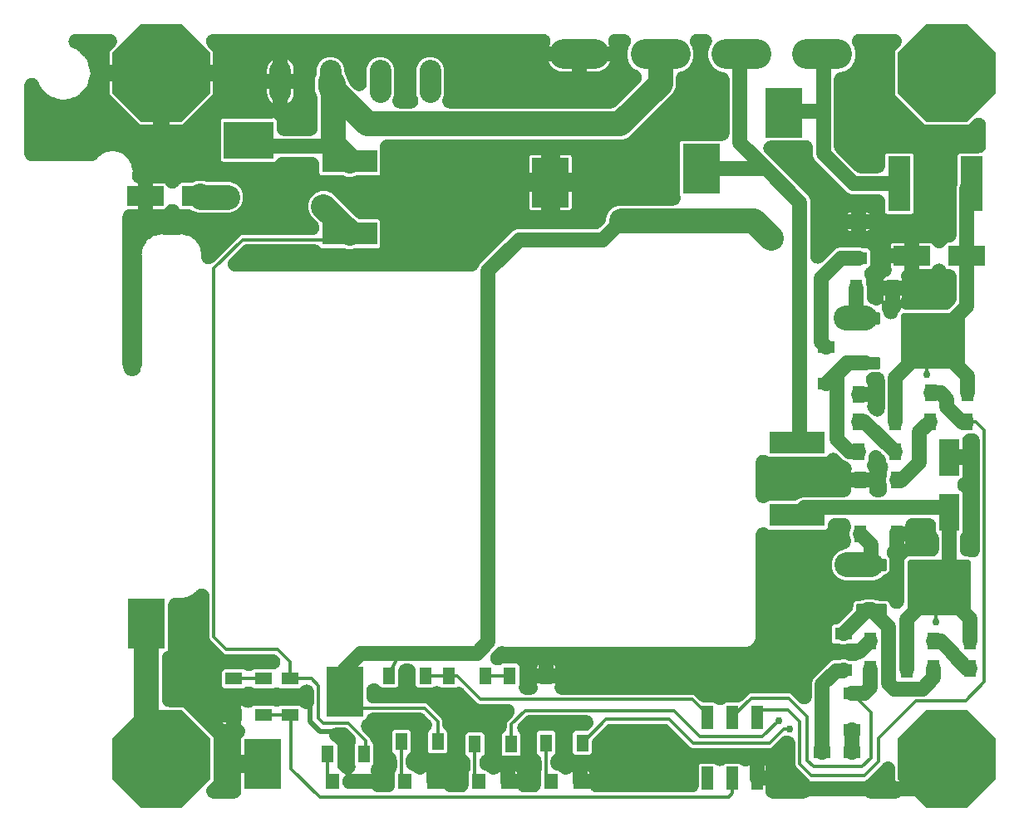
<source format=gbr>
G04 EAGLE Gerber RS-274X export*
G75*
%MOMM*%
%FSLAX34Y34*%
%LPD*%
%INBottom Copper*%
%IPPOS*%
%AMOC8*
5,1,8,0,0,1.08239X$1,22.5*%
G01*
%ADD10P,10.823900X8X22.500000*%
%ADD11R,1.147000X2.408000*%
%ADD12R,3.810000X5.080000*%
%ADD13R,2.108000X3.754000*%
%ADD14R,1.800000X1.300000*%
%ADD15R,1.400000X1.600000*%
%ADD16R,1.300000X1.800000*%
%ADD17C,0.301000*%
%ADD18C,0.563000*%
%ADD19R,5.600000X2.300000*%
%ADD20R,5.080000X3.810000*%
%ADD21R,3.754000X2.108000*%
%ADD22R,2.300000X5.600000*%
%ADD23C,2.200000*%
%ADD24C,3.048000*%
%ADD25C,2.540000*%
%ADD26C,2.540000*%
%ADD27C,1.524000*%
%ADD28C,0.304800*%
%ADD29C,0.756400*%
%ADD30C,0.508000*%
%ADD31C,1.524000*%

G36*
X292932Y622885D02*
X292932Y622885D01*
X293145Y622884D01*
X293322Y622901D01*
X293499Y622908D01*
X293710Y622939D01*
X293922Y622960D01*
X294096Y622995D01*
X294271Y623020D01*
X294606Y623098D01*
X294687Y623114D01*
X294718Y623124D01*
X294770Y623136D01*
X295564Y623348D01*
X295732Y623403D01*
X295904Y623448D01*
X296104Y623523D01*
X296306Y623589D01*
X296468Y623660D01*
X296634Y623723D01*
X296826Y623818D01*
X297021Y623904D01*
X297174Y623991D01*
X297333Y624070D01*
X297513Y624185D01*
X297699Y624290D01*
X297843Y624393D01*
X297992Y624488D01*
X298160Y624620D01*
X298334Y624744D01*
X298466Y624861D01*
X298605Y624971D01*
X298857Y625206D01*
X298919Y625261D01*
X298941Y625284D01*
X298979Y625320D01*
X299561Y625902D01*
X299679Y626033D01*
X299805Y626158D01*
X299940Y626323D01*
X300083Y626481D01*
X300188Y626624D01*
X300300Y626761D01*
X300418Y626939D01*
X300544Y627111D01*
X300634Y627264D01*
X300732Y627411D01*
X300831Y627600D01*
X300938Y627785D01*
X301012Y627946D01*
X301094Y628103D01*
X301173Y628300D01*
X301261Y628495D01*
X301318Y628663D01*
X301383Y628827D01*
X301483Y629156D01*
X301510Y629235D01*
X301517Y629267D01*
X301533Y629317D01*
X302373Y632452D01*
X302446Y632796D01*
X302523Y633138D01*
X302528Y633177D01*
X302536Y633216D01*
X302574Y633565D01*
X302615Y633913D01*
X302617Y633961D01*
X302620Y633992D01*
X302620Y634072D01*
X302632Y634424D01*
X302632Y745357D01*
X302628Y745448D01*
X302630Y745538D01*
X302608Y745837D01*
X302592Y746137D01*
X302578Y746226D01*
X302572Y746317D01*
X302490Y746822D01*
X302433Y747113D01*
X302482Y747353D01*
X302498Y747464D01*
X302523Y747574D01*
X302556Y747849D01*
X302597Y748124D01*
X302602Y748237D01*
X302615Y748349D01*
X302632Y748860D01*
X302632Y749105D01*
X302740Y749365D01*
X302768Y749445D01*
X302804Y749524D01*
X302899Y749813D01*
X303001Y750100D01*
X303021Y750183D01*
X303048Y750265D01*
X303167Y750763D01*
X303621Y752995D01*
X303621Y752999D01*
X303623Y753005D01*
X304021Y754976D01*
X305146Y756644D01*
X305148Y756648D01*
X305151Y756653D01*
X307049Y759475D01*
X307126Y759581D01*
X307256Y759774D01*
X307269Y759796D01*
X307292Y759828D01*
X308392Y761489D01*
X310053Y762589D01*
X310073Y762604D01*
X310106Y762625D01*
X310299Y762755D01*
X310358Y762799D01*
X310420Y762838D01*
X310454Y762864D01*
X313222Y764726D01*
X313226Y764728D01*
X313231Y764731D01*
X314905Y765860D01*
X316874Y766258D01*
X316878Y766259D01*
X316884Y766260D01*
X319119Y766714D01*
X319201Y766735D01*
X319286Y766750D01*
X319580Y766833D01*
X319874Y766908D01*
X319955Y766938D01*
X320037Y766961D01*
X320517Y767141D01*
X320776Y767249D01*
X321021Y767249D01*
X321133Y767254D01*
X321246Y767252D01*
X321523Y767274D01*
X321800Y767289D01*
X321911Y767306D01*
X322024Y767315D01*
X322529Y767399D01*
X322768Y767448D01*
X323059Y767391D01*
X323149Y767378D01*
X323237Y767358D01*
X323534Y767323D01*
X323831Y767280D01*
X323922Y767277D01*
X324012Y767266D01*
X324524Y767249D01*
X341072Y767249D01*
X341163Y767253D01*
X341253Y767251D01*
X341552Y767273D01*
X341851Y767289D01*
X341941Y767302D01*
X342032Y767309D01*
X342537Y767391D01*
X342828Y767448D01*
X343067Y767399D01*
X343179Y767383D01*
X343289Y767358D01*
X343565Y767325D01*
X343839Y767284D01*
X343952Y767279D01*
X344064Y767266D01*
X344575Y767249D01*
X344820Y767249D01*
X345079Y767141D01*
X345160Y767113D01*
X345238Y767078D01*
X345528Y766982D01*
X345815Y766880D01*
X345898Y766860D01*
X345979Y766833D01*
X346477Y766714D01*
X348712Y766260D01*
X348716Y766259D01*
X348722Y766258D01*
X350691Y765860D01*
X352366Y764731D01*
X352369Y764729D01*
X352374Y764725D01*
X355188Y762833D01*
X355297Y762755D01*
X355490Y762624D01*
X355511Y762612D01*
X355543Y762589D01*
X357204Y761489D01*
X358304Y759828D01*
X358319Y759808D01*
X358340Y759774D01*
X358471Y759581D01*
X358508Y759531D01*
X358541Y759479D01*
X358571Y759440D01*
X360445Y756652D01*
X360448Y756649D01*
X360451Y756644D01*
X361575Y754976D01*
X361973Y753004D01*
X361974Y753001D01*
X361975Y752995D01*
X362429Y750763D01*
X362450Y750680D01*
X362465Y750595D01*
X362547Y750302D01*
X362623Y750007D01*
X362653Y749927D01*
X362676Y749844D01*
X362856Y749365D01*
X362964Y749105D01*
X362964Y748860D01*
X362969Y748748D01*
X362967Y748635D01*
X362989Y748358D01*
X363004Y748081D01*
X363021Y747970D01*
X363030Y747858D01*
X363114Y747353D01*
X363163Y747113D01*
X363106Y746822D01*
X363093Y746732D01*
X363073Y746644D01*
X363038Y746346D01*
X362995Y746049D01*
X362992Y745959D01*
X362981Y745869D01*
X362964Y745357D01*
X362964Y744695D01*
X362970Y744564D01*
X362968Y744433D01*
X362990Y744175D01*
X363004Y743916D01*
X363024Y743786D01*
X363035Y743655D01*
X363083Y743401D01*
X363123Y743144D01*
X363156Y743017D01*
X363181Y742888D01*
X363255Y742640D01*
X363321Y742389D01*
X363367Y742266D01*
X363405Y742141D01*
X363504Y741901D01*
X363595Y741658D01*
X363653Y741541D01*
X363704Y741420D01*
X363827Y741191D01*
X363942Y740960D01*
X364012Y740849D01*
X364075Y740733D01*
X364221Y740519D01*
X364359Y740300D01*
X364440Y740197D01*
X364514Y740088D01*
X364681Y739890D01*
X364842Y739686D01*
X364933Y739592D01*
X365017Y739491D01*
X365204Y739312D01*
X365384Y739125D01*
X365485Y739040D01*
X365579Y738949D01*
X365783Y738790D01*
X365981Y738622D01*
X366090Y738549D01*
X366193Y738468D01*
X366412Y738330D01*
X366626Y738184D01*
X366742Y738121D01*
X366853Y738051D01*
X367085Y737936D01*
X367313Y737813D01*
X367435Y737763D01*
X367552Y737704D01*
X367795Y737614D01*
X368035Y737515D01*
X368161Y737477D01*
X368283Y737431D01*
X368534Y737366D01*
X368782Y737292D01*
X368912Y737267D01*
X369038Y737234D01*
X369294Y737195D01*
X369549Y737146D01*
X369680Y737135D01*
X369810Y737115D01*
X370069Y737102D01*
X370327Y737080D01*
X370458Y737082D01*
X370589Y737076D01*
X370848Y737089D01*
X371107Y737094D01*
X371238Y737110D01*
X371369Y737116D01*
X371625Y737156D01*
X371882Y737187D01*
X372010Y737216D01*
X372140Y737237D01*
X372390Y737302D01*
X372643Y737360D01*
X372768Y737402D01*
X372895Y737435D01*
X373138Y737526D01*
X373383Y737609D01*
X373502Y737663D01*
X373625Y737710D01*
X373857Y737825D01*
X374093Y737933D01*
X374207Y737999D01*
X374324Y738057D01*
X374543Y738196D01*
X374767Y738327D01*
X374872Y738405D01*
X374983Y738475D01*
X375187Y738635D01*
X375396Y738789D01*
X375494Y738877D01*
X375597Y738958D01*
X375971Y739307D01*
X402540Y765877D01*
X404220Y766573D01*
X475682Y766573D01*
X475944Y766586D01*
X476206Y766591D01*
X476333Y766606D01*
X476461Y766613D01*
X476721Y766653D01*
X476981Y766684D01*
X477106Y766713D01*
X477233Y766732D01*
X477487Y766799D01*
X477742Y766857D01*
X477864Y766898D01*
X477988Y766930D01*
X478234Y767022D01*
X478482Y767106D01*
X478599Y767159D01*
X478719Y767204D01*
X478953Y767321D01*
X479192Y767429D01*
X479303Y767494D01*
X479417Y767551D01*
X479639Y767691D01*
X479866Y767824D01*
X479969Y767900D01*
X480077Y767968D01*
X480284Y768130D01*
X480495Y768285D01*
X480590Y768371D01*
X480691Y768451D01*
X480880Y768633D01*
X481074Y768809D01*
X481160Y768904D01*
X481252Y768993D01*
X481421Y769194D01*
X481597Y769389D01*
X481672Y769492D01*
X481755Y769590D01*
X481902Y769807D01*
X482057Y770019D01*
X482121Y770129D01*
X482193Y770235D01*
X482318Y770467D01*
X482450Y770693D01*
X482503Y770810D01*
X482564Y770922D01*
X482664Y771165D01*
X482773Y771404D01*
X482813Y771525D01*
X482862Y771644D01*
X482938Y771895D01*
X483021Y772144D01*
X483049Y772269D01*
X483085Y772391D01*
X483134Y772650D01*
X483192Y772905D01*
X483207Y773032D01*
X483231Y773158D01*
X483253Y773420D01*
X483284Y773680D01*
X483290Y773852D01*
X483297Y773936D01*
X483295Y774020D01*
X483301Y774192D01*
X483301Y775071D01*
X483301Y775074D01*
X483301Y775077D01*
X483281Y775462D01*
X483261Y775850D01*
X483261Y775853D01*
X483261Y775856D01*
X483205Y776216D01*
X483142Y776621D01*
X483141Y776625D01*
X483140Y776628D01*
X483046Y776985D01*
X482944Y777376D01*
X482943Y777379D01*
X482942Y777382D01*
X482804Y777749D01*
X482670Y778107D01*
X482669Y778110D01*
X482668Y778113D01*
X482491Y778468D01*
X482323Y778806D01*
X482321Y778809D01*
X482320Y778812D01*
X482110Y779142D01*
X481906Y779466D01*
X481904Y779468D01*
X481902Y779471D01*
X481672Y779764D01*
X481423Y780079D01*
X481421Y780082D01*
X481419Y780084D01*
X481070Y780458D01*
X474439Y787089D01*
X472041Y792877D01*
X472041Y799143D01*
X474439Y804931D01*
X478869Y809361D01*
X484657Y811759D01*
X490923Y811759D01*
X496711Y809361D01*
X521112Y784960D01*
X521114Y784958D01*
X521116Y784956D01*
X521400Y784700D01*
X521691Y784437D01*
X521694Y784436D01*
X521696Y784433D01*
X522005Y784208D01*
X522321Y783977D01*
X522324Y783975D01*
X522326Y783973D01*
X522659Y783779D01*
X522995Y783583D01*
X522998Y783581D01*
X523000Y783580D01*
X523351Y783421D01*
X523705Y783260D01*
X523708Y783259D01*
X523711Y783257D01*
X524069Y783137D01*
X524445Y783011D01*
X524448Y783010D01*
X524451Y783009D01*
X524813Y782928D01*
X525206Y782839D01*
X525210Y782839D01*
X525213Y782838D01*
X525579Y782795D01*
X525981Y782746D01*
X525985Y782746D01*
X525988Y782746D01*
X526499Y782729D01*
X542956Y782729D01*
X544077Y782265D01*
X544935Y781407D01*
X545399Y780286D01*
X545399Y756074D01*
X544935Y754953D01*
X544077Y754095D01*
X542956Y753631D01*
X521895Y753631D01*
X521826Y753628D01*
X521758Y753630D01*
X521438Y753608D01*
X521116Y753591D01*
X521048Y753581D01*
X520979Y753576D01*
X520663Y753521D01*
X520345Y753472D01*
X520278Y753454D01*
X520210Y753443D01*
X519901Y753356D01*
X519590Y753274D01*
X519525Y753250D01*
X519459Y753231D01*
X518980Y753051D01*
X517483Y752431D01*
X511217Y752431D01*
X509720Y753051D01*
X509656Y753074D01*
X509593Y753103D01*
X509288Y753205D01*
X508985Y753313D01*
X508918Y753329D01*
X508853Y753351D01*
X508540Y753421D01*
X508227Y753497D01*
X508158Y753507D01*
X508091Y753522D01*
X507772Y753560D01*
X507454Y753604D01*
X507385Y753606D01*
X507316Y753614D01*
X506805Y753631D01*
X485744Y753631D01*
X484623Y754095D01*
X483523Y755196D01*
X483521Y755198D01*
X483518Y755200D01*
X483250Y755442D01*
X482943Y755718D01*
X482941Y755720D01*
X482938Y755723D01*
X482629Y755949D01*
X482314Y756179D01*
X482311Y756181D01*
X482308Y756183D01*
X481970Y756380D01*
X481640Y756573D01*
X481637Y756575D01*
X481634Y756576D01*
X481274Y756740D01*
X480929Y756896D01*
X480926Y756897D01*
X480923Y756899D01*
X480555Y757022D01*
X480190Y757145D01*
X480186Y757146D01*
X480183Y757147D01*
X479802Y757232D01*
X479428Y757317D01*
X479425Y757317D01*
X479422Y757318D01*
X479046Y757363D01*
X478653Y757410D01*
X478650Y757410D01*
X478647Y757410D01*
X478135Y757427D01*
X410180Y757427D01*
X410177Y757427D01*
X410174Y757427D01*
X409789Y757407D01*
X409401Y757387D01*
X409397Y757387D01*
X409394Y757387D01*
X409009Y757327D01*
X408629Y757268D01*
X408626Y757267D01*
X408623Y757267D01*
X408238Y757165D01*
X407874Y757070D01*
X407871Y757069D01*
X407868Y757068D01*
X407500Y756930D01*
X407144Y756796D01*
X407141Y756795D01*
X407138Y756794D01*
X406788Y756619D01*
X406445Y756449D01*
X406442Y756447D01*
X406439Y756446D01*
X406112Y756239D01*
X405785Y756032D01*
X405782Y756030D01*
X405780Y756028D01*
X405462Y755778D01*
X405171Y755549D01*
X405169Y755547D01*
X405166Y755545D01*
X404792Y755196D01*
X392274Y742678D01*
X392187Y742580D01*
X392092Y742489D01*
X391925Y742290D01*
X391752Y742098D01*
X391674Y741992D01*
X391589Y741892D01*
X391444Y741677D01*
X391291Y741468D01*
X391224Y741355D01*
X391151Y741246D01*
X391027Y741018D01*
X390897Y740795D01*
X390842Y740675D01*
X390780Y740560D01*
X390681Y740320D01*
X390574Y740084D01*
X390532Y739960D01*
X390482Y739838D01*
X390407Y739590D01*
X390325Y739344D01*
X390296Y739217D01*
X390259Y739090D01*
X390210Y738836D01*
X390153Y738583D01*
X390138Y738453D01*
X390113Y738324D01*
X390091Y738066D01*
X390060Y737808D01*
X390058Y737677D01*
X390047Y737546D01*
X390052Y737287D01*
X390047Y737028D01*
X390059Y736897D01*
X390061Y736766D01*
X390092Y736508D01*
X390114Y736250D01*
X390139Y736121D01*
X390154Y735991D01*
X390212Y735738D01*
X390260Y735483D01*
X390298Y735358D01*
X390327Y735230D01*
X390409Y734984D01*
X390484Y734736D01*
X390534Y734614D01*
X390576Y734490D01*
X390683Y734254D01*
X390783Y734015D01*
X390845Y733899D01*
X390900Y733780D01*
X391031Y733556D01*
X391154Y733328D01*
X391228Y733220D01*
X391294Y733106D01*
X391448Y732897D01*
X391593Y732683D01*
X391678Y732583D01*
X391756Y732477D01*
X391929Y732285D01*
X392096Y732086D01*
X392191Y731995D01*
X392279Y731898D01*
X392471Y731725D01*
X392658Y731544D01*
X392761Y731463D01*
X392859Y731375D01*
X393068Y731223D01*
X393272Y731063D01*
X393383Y730993D01*
X393489Y730915D01*
X393713Y730784D01*
X393932Y730646D01*
X394050Y730588D01*
X394163Y730522D01*
X394399Y730414D01*
X394631Y730299D01*
X394754Y730254D01*
X394874Y730199D01*
X395120Y730117D01*
X395362Y730026D01*
X395489Y729993D01*
X395614Y729951D01*
X395867Y729894D01*
X396117Y729829D01*
X396247Y729809D01*
X396375Y729780D01*
X396633Y729750D01*
X396889Y729710D01*
X397020Y729703D01*
X397150Y729688D01*
X397662Y729671D01*
X638441Y729671D01*
X638769Y729688D01*
X639096Y729699D01*
X639158Y729708D01*
X639221Y729711D01*
X639545Y729761D01*
X639870Y729806D01*
X639930Y729821D01*
X639992Y729830D01*
X640309Y729913D01*
X640628Y729991D01*
X640687Y730012D01*
X640747Y730028D01*
X641054Y730143D01*
X641363Y730253D01*
X641419Y730280D01*
X641478Y730302D01*
X641772Y730448D01*
X642067Y730589D01*
X642121Y730621D01*
X642177Y730649D01*
X642454Y730825D01*
X642734Y730995D01*
X642784Y731033D01*
X642837Y731066D01*
X643095Y731269D01*
X643355Y731467D01*
X643401Y731510D01*
X643450Y731549D01*
X643686Y731776D01*
X643925Y732000D01*
X643966Y732048D01*
X644011Y732091D01*
X644223Y732342D01*
X644438Y732589D01*
X644474Y732640D01*
X644514Y732688D01*
X644698Y732959D01*
X644887Y733227D01*
X644918Y733282D01*
X644953Y733333D01*
X645108Y733622D01*
X645269Y733908D01*
X645301Y733980D01*
X645323Y734020D01*
X645359Y734106D01*
X645481Y734374D01*
X646276Y736293D01*
X650348Y740366D01*
X681027Y771045D01*
X684948Y772669D01*
X764585Y772669D01*
X764588Y772669D01*
X764591Y772669D01*
X764977Y772689D01*
X765364Y772709D01*
X765368Y772709D01*
X765371Y772709D01*
X765738Y772767D01*
X766136Y772828D01*
X766139Y772829D01*
X766142Y772830D01*
X766509Y772926D01*
X766891Y773026D01*
X766893Y773027D01*
X766897Y773028D01*
X767263Y773166D01*
X767621Y773300D01*
X767624Y773301D01*
X767627Y773302D01*
X767982Y773479D01*
X768320Y773647D01*
X768323Y773649D01*
X768326Y773650D01*
X768655Y773859D01*
X768980Y774064D01*
X768983Y774066D01*
X768985Y774068D01*
X769277Y774297D01*
X769594Y774547D01*
X769596Y774549D01*
X769599Y774551D01*
X769973Y774900D01*
X773230Y778157D01*
X773232Y778160D01*
X773234Y778162D01*
X773484Y778439D01*
X773753Y778737D01*
X773754Y778740D01*
X773757Y778742D01*
X773969Y779032D01*
X774213Y779367D01*
X774215Y779370D01*
X774217Y779372D01*
X774404Y779692D01*
X774607Y780040D01*
X774609Y780043D01*
X774610Y780046D01*
X774765Y780387D01*
X774930Y780751D01*
X774931Y780754D01*
X774933Y780757D01*
X775050Y781106D01*
X775179Y781491D01*
X775180Y781494D01*
X775181Y781497D01*
X775259Y781844D01*
X775351Y782252D01*
X775351Y782255D01*
X775352Y782258D01*
X775392Y782598D01*
X775444Y783027D01*
X775444Y783030D01*
X775444Y783033D01*
X775461Y783545D01*
X775461Y784183D01*
X777859Y789971D01*
X782289Y794401D01*
X788077Y796799D01*
X843787Y796799D01*
X843983Y796809D01*
X844180Y796809D01*
X844373Y796829D01*
X844566Y796839D01*
X844761Y796869D01*
X844957Y796889D01*
X845146Y796929D01*
X845338Y796958D01*
X845528Y797008D01*
X845721Y797048D01*
X845905Y797107D01*
X846093Y797156D01*
X846277Y797225D01*
X846465Y797285D01*
X846642Y797362D01*
X846823Y797430D01*
X847000Y797517D01*
X847180Y797596D01*
X847349Y797691D01*
X847522Y797777D01*
X847689Y797882D01*
X847860Y797979D01*
X848018Y798091D01*
X848182Y798194D01*
X848337Y798316D01*
X848498Y798430D01*
X848643Y798557D01*
X848796Y798677D01*
X848937Y798813D01*
X849086Y798943D01*
X849218Y799084D01*
X849357Y799219D01*
X849484Y799370D01*
X849618Y799514D01*
X849735Y799668D01*
X849859Y799816D01*
X849970Y799979D01*
X850089Y800136D01*
X850189Y800301D01*
X850298Y800461D01*
X850392Y800635D01*
X850494Y800803D01*
X850577Y800978D01*
X850669Y801148D01*
X850744Y801330D01*
X850829Y801508D01*
X850893Y801691D01*
X850967Y801870D01*
X851024Y802058D01*
X851089Y802244D01*
X851135Y802432D01*
X851190Y802617D01*
X851227Y802811D01*
X851273Y803002D01*
X851300Y803194D01*
X851336Y803384D01*
X851352Y803580D01*
X851379Y803776D01*
X851385Y803969D01*
X851402Y804162D01*
X851398Y804359D01*
X851405Y804556D01*
X851391Y804749D01*
X851388Y804942D01*
X851364Y805138D01*
X851351Y805334D01*
X851318Y805525D01*
X851295Y805717D01*
X851251Y805909D01*
X851217Y806103D01*
X851165Y806290D01*
X851122Y806478D01*
X851059Y806665D01*
X851006Y806854D01*
X850903Y807130D01*
X850873Y807218D01*
X850854Y807260D01*
X850826Y807334D01*
X850391Y808384D01*
X850391Y860396D01*
X850855Y861517D01*
X851713Y862375D01*
X852834Y862839D01*
X893572Y862839D01*
X893834Y862852D01*
X894096Y862857D01*
X894223Y862872D01*
X894351Y862879D01*
X894611Y862919D01*
X894871Y862950D01*
X894996Y862979D01*
X895123Y862998D01*
X895377Y863065D01*
X895632Y863123D01*
X895754Y863164D01*
X895878Y863196D01*
X896124Y863288D01*
X896372Y863372D01*
X896489Y863425D01*
X896609Y863470D01*
X896843Y863587D01*
X897082Y863695D01*
X897193Y863760D01*
X897307Y863817D01*
X897529Y863957D01*
X897756Y864090D01*
X897859Y864166D01*
X897967Y864234D01*
X898174Y864396D01*
X898385Y864551D01*
X898480Y864637D01*
X898581Y864717D01*
X898770Y864899D01*
X898964Y865075D01*
X899050Y865170D01*
X899142Y865259D01*
X899311Y865460D01*
X899487Y865655D01*
X899562Y865758D01*
X899645Y865856D01*
X899792Y866073D01*
X899947Y866285D01*
X900011Y866395D01*
X900083Y866501D01*
X900208Y866733D01*
X900340Y866959D01*
X900393Y867076D01*
X900454Y867188D01*
X900554Y867431D01*
X900663Y867670D01*
X900703Y867791D01*
X900752Y867910D01*
X900828Y868161D01*
X900911Y868410D01*
X900939Y868535D01*
X900975Y868657D01*
X901024Y868916D01*
X901082Y869171D01*
X901097Y869298D01*
X901121Y869424D01*
X901143Y869686D01*
X901174Y869946D01*
X901180Y870118D01*
X901187Y870202D01*
X901185Y870286D01*
X901191Y870458D01*
X901191Y925473D01*
X901189Y925519D01*
X901191Y925565D01*
X901169Y925908D01*
X901151Y926253D01*
X901144Y926298D01*
X901141Y926344D01*
X901085Y926683D01*
X901032Y927024D01*
X901020Y927069D01*
X901013Y927114D01*
X900922Y927443D01*
X900834Y927779D01*
X900818Y927822D01*
X900806Y927866D01*
X900681Y928186D01*
X900560Y928510D01*
X900540Y928551D01*
X900523Y928594D01*
X900366Y928900D01*
X900213Y929209D01*
X900188Y929248D01*
X900167Y929288D01*
X899980Y929577D01*
X899796Y929869D01*
X899767Y929905D01*
X899742Y929943D01*
X899526Y930211D01*
X899313Y930482D01*
X899282Y930515D01*
X899253Y930551D01*
X899010Y930796D01*
X898771Y931043D01*
X898736Y931073D01*
X898704Y931105D01*
X898437Y931324D01*
X898174Y931546D01*
X898136Y931572D01*
X898100Y931601D01*
X897814Y931791D01*
X897529Y931985D01*
X897488Y932007D01*
X897450Y932032D01*
X897145Y932192D01*
X896842Y932355D01*
X896799Y932373D01*
X896759Y932394D01*
X896439Y932522D01*
X896120Y932654D01*
X896076Y932667D01*
X896034Y932684D01*
X895544Y932833D01*
X891011Y934048D01*
X886840Y936455D01*
X883435Y939860D01*
X881028Y944031D01*
X879781Y948682D01*
X879781Y953498D01*
X881028Y958149D01*
X882378Y960488D01*
X882517Y960760D01*
X882662Y961028D01*
X882694Y961107D01*
X882733Y961183D01*
X882843Y961468D01*
X882960Y961750D01*
X882985Y961831D01*
X883015Y961911D01*
X883096Y962205D01*
X883183Y962498D01*
X883199Y962582D01*
X883222Y962664D01*
X883272Y962964D01*
X883329Y963264D01*
X883336Y963350D01*
X883350Y963434D01*
X883369Y963738D01*
X883395Y964042D01*
X883393Y964127D01*
X883398Y964213D01*
X883386Y964518D01*
X883381Y964822D01*
X883371Y964907D01*
X883367Y964993D01*
X883324Y965295D01*
X883287Y965597D01*
X883269Y965680D01*
X883256Y965765D01*
X883182Y966061D01*
X883115Y966358D01*
X883088Y966439D01*
X883067Y966522D01*
X882963Y966809D01*
X882866Y967098D01*
X882830Y967176D01*
X882801Y967256D01*
X882669Y967530D01*
X882542Y967808D01*
X882499Y967882D01*
X882462Y967959D01*
X882302Y968218D01*
X882148Y968482D01*
X882097Y968551D01*
X882052Y968623D01*
X881866Y968865D01*
X881686Y969111D01*
X881629Y969174D01*
X881577Y969242D01*
X881368Y969464D01*
X881163Y969690D01*
X881099Y969747D01*
X881041Y969809D01*
X880810Y970008D01*
X880583Y970213D01*
X880514Y970263D01*
X880449Y970319D01*
X880199Y970493D01*
X879953Y970673D01*
X879879Y970716D01*
X879809Y970765D01*
X879542Y970912D01*
X879279Y971066D01*
X879201Y971102D01*
X879126Y971143D01*
X878845Y971263D01*
X878568Y971389D01*
X878487Y971416D01*
X878408Y971449D01*
X878117Y971540D01*
X877828Y971637D01*
X877745Y971656D01*
X877663Y971681D01*
X877364Y971741D01*
X877066Y971808D01*
X876982Y971818D01*
X876898Y971835D01*
X876594Y971864D01*
X876291Y971900D01*
X876182Y971904D01*
X876121Y971910D01*
X876025Y971909D01*
X875780Y971917D01*
X868340Y971917D01*
X868036Y971902D01*
X867731Y971893D01*
X867646Y971882D01*
X867561Y971877D01*
X867259Y971831D01*
X866957Y971791D01*
X866874Y971771D01*
X866790Y971758D01*
X866494Y971680D01*
X866198Y971610D01*
X866117Y971582D01*
X866035Y971560D01*
X865748Y971453D01*
X865461Y971352D01*
X865384Y971316D01*
X865304Y971286D01*
X865030Y971150D01*
X864755Y971021D01*
X864681Y970977D01*
X864605Y970939D01*
X864347Y970776D01*
X864086Y970619D01*
X864017Y970567D01*
X863945Y970522D01*
X863705Y970333D01*
X863461Y970150D01*
X863399Y970092D01*
X863331Y970039D01*
X863112Y969827D01*
X862888Y969620D01*
X862832Y969556D01*
X862770Y969497D01*
X862574Y969263D01*
X862372Y969035D01*
X862323Y968965D01*
X862268Y968900D01*
X862096Y968647D01*
X861919Y968399D01*
X861877Y968325D01*
X861829Y968255D01*
X861684Y967986D01*
X861533Y967721D01*
X861499Y967643D01*
X861458Y967568D01*
X861342Y967285D01*
X861219Y967007D01*
X861193Y966925D01*
X861160Y966846D01*
X861073Y966554D01*
X860979Y966264D01*
X860961Y966180D01*
X860937Y966099D01*
X860880Y965798D01*
X860817Y965501D01*
X860807Y965416D01*
X860791Y965332D01*
X860766Y965028D01*
X860733Y964725D01*
X860733Y964639D01*
X860725Y964554D01*
X860731Y964250D01*
X860729Y963944D01*
X860738Y963859D01*
X860739Y963774D01*
X860776Y963471D01*
X860805Y963167D01*
X860822Y963084D01*
X860833Y962999D01*
X860900Y962702D01*
X860961Y962402D01*
X860986Y962321D01*
X861005Y962238D01*
X861102Y961949D01*
X861193Y961657D01*
X861227Y961579D01*
X861254Y961498D01*
X861381Y961220D01*
X861501Y960940D01*
X861552Y960844D01*
X861578Y960788D01*
X861626Y960705D01*
X861742Y960488D01*
X863092Y958149D01*
X864339Y953498D01*
X864339Y948682D01*
X863092Y944031D01*
X860685Y939860D01*
X857280Y936455D01*
X853109Y934048D01*
X852206Y933806D01*
X852163Y933792D01*
X852118Y933781D01*
X851790Y933671D01*
X851463Y933565D01*
X851421Y933547D01*
X851378Y933532D01*
X851064Y933389D01*
X850749Y933250D01*
X850710Y933228D01*
X850668Y933208D01*
X850370Y933034D01*
X850071Y932864D01*
X850034Y932837D01*
X849994Y932814D01*
X849717Y932610D01*
X849436Y932410D01*
X849402Y932380D01*
X849365Y932352D01*
X849109Y932121D01*
X848851Y931894D01*
X848820Y931860D01*
X848786Y931829D01*
X848555Y931573D01*
X848322Y931320D01*
X848294Y931283D01*
X848263Y931249D01*
X848060Y930971D01*
X847854Y930695D01*
X847830Y930656D01*
X847803Y930619D01*
X847629Y930321D01*
X847452Y930026D01*
X847433Y929985D01*
X847410Y929945D01*
X847267Y929630D01*
X847121Y929319D01*
X847106Y929276D01*
X847087Y929234D01*
X846977Y928907D01*
X846864Y928582D01*
X846854Y928538D01*
X846839Y928494D01*
X846764Y928158D01*
X846684Y927823D01*
X846678Y927777D01*
X846668Y927733D01*
X846628Y927392D01*
X846583Y927049D01*
X846581Y927003D01*
X846576Y926958D01*
X846559Y926446D01*
X846559Y917847D01*
X844161Y912059D01*
X798861Y866759D01*
X793073Y864361D01*
X552629Y864361D01*
X552432Y864351D01*
X552235Y864351D01*
X552042Y864331D01*
X551849Y864321D01*
X551655Y864291D01*
X551459Y864271D01*
X551269Y864231D01*
X551078Y864202D01*
X550887Y864152D01*
X550695Y864112D01*
X550510Y864053D01*
X550323Y864004D01*
X550138Y863935D01*
X549951Y863875D01*
X549774Y863798D01*
X549592Y863730D01*
X549416Y863642D01*
X549235Y863564D01*
X549067Y863469D01*
X548893Y863383D01*
X548727Y863278D01*
X548555Y863181D01*
X548397Y863069D01*
X548233Y862966D01*
X548078Y862844D01*
X547918Y862730D01*
X547772Y862603D01*
X547620Y862483D01*
X547478Y862347D01*
X547330Y862217D01*
X547198Y862076D01*
X547059Y861941D01*
X546932Y861790D01*
X546798Y861646D01*
X546681Y861492D01*
X546556Y861344D01*
X546445Y861181D01*
X546326Y861024D01*
X546226Y860859D01*
X546117Y860699D01*
X546024Y860525D01*
X545922Y860357D01*
X545839Y860182D01*
X545747Y860012D01*
X545671Y859829D01*
X545587Y859652D01*
X545522Y859470D01*
X545448Y859290D01*
X545392Y859102D01*
X545326Y858916D01*
X545280Y858728D01*
X545225Y858543D01*
X545188Y858349D01*
X545142Y858158D01*
X545116Y857966D01*
X545080Y857776D01*
X545063Y857580D01*
X545036Y857384D01*
X545030Y857191D01*
X545014Y856998D01*
X545017Y856801D01*
X545011Y856604D01*
X545024Y856411D01*
X545027Y856218D01*
X545051Y856022D01*
X545065Y855826D01*
X545098Y855635D01*
X545121Y855443D01*
X545164Y855251D01*
X545198Y855057D01*
X545251Y854870D01*
X545293Y854682D01*
X545356Y854495D01*
X545399Y854344D01*
X545399Y830074D01*
X544935Y828953D01*
X544077Y828095D01*
X542956Y827631D01*
X521895Y827631D01*
X521826Y827628D01*
X521758Y827630D01*
X521437Y827608D01*
X521116Y827591D01*
X521048Y827581D01*
X520979Y827576D01*
X520663Y827521D01*
X520345Y827472D01*
X520278Y827454D01*
X520210Y827443D01*
X519901Y827356D01*
X519590Y827274D01*
X519525Y827250D01*
X519459Y827231D01*
X518979Y827051D01*
X517483Y826431D01*
X511217Y826431D01*
X509721Y827051D01*
X509656Y827074D01*
X509593Y827103D01*
X509288Y827205D01*
X508985Y827313D01*
X508918Y827329D01*
X508853Y827351D01*
X508540Y827421D01*
X508227Y827497D01*
X508159Y827507D01*
X508091Y827522D01*
X507773Y827560D01*
X507454Y827604D01*
X507385Y827606D01*
X507316Y827614D01*
X506805Y827631D01*
X485744Y827631D01*
X484623Y828095D01*
X483765Y828953D01*
X483301Y830074D01*
X483301Y838962D01*
X483288Y839224D01*
X483283Y839486D01*
X483268Y839613D01*
X483261Y839741D01*
X483221Y840001D01*
X483190Y840261D01*
X483161Y840386D01*
X483142Y840513D01*
X483075Y840767D01*
X483017Y841022D01*
X482976Y841144D01*
X482944Y841268D01*
X482852Y841514D01*
X482768Y841762D01*
X482715Y841879D01*
X482670Y841999D01*
X482553Y842233D01*
X482445Y842472D01*
X482380Y842583D01*
X482323Y842697D01*
X482183Y842919D01*
X482050Y843146D01*
X481974Y843249D01*
X481906Y843357D01*
X481744Y843564D01*
X481589Y843775D01*
X481503Y843870D01*
X481423Y843971D01*
X481241Y844160D01*
X481065Y844354D01*
X480970Y844440D01*
X480881Y844532D01*
X480680Y844701D01*
X480485Y844877D01*
X480382Y844952D01*
X480284Y845035D01*
X480067Y845182D01*
X479855Y845337D01*
X479745Y845401D01*
X479639Y845473D01*
X479407Y845598D01*
X479181Y845730D01*
X479064Y845783D01*
X478952Y845844D01*
X478709Y845944D01*
X478470Y846053D01*
X478349Y846093D01*
X478230Y846142D01*
X477979Y846218D01*
X477730Y846301D01*
X477605Y846329D01*
X477483Y846365D01*
X477224Y846414D01*
X476969Y846472D01*
X476842Y846487D01*
X476716Y846511D01*
X476454Y846533D01*
X476194Y846564D01*
X476022Y846570D01*
X475938Y846577D01*
X475854Y846575D01*
X475682Y846581D01*
X446112Y846581D01*
X445785Y846564D01*
X445457Y846553D01*
X445395Y846544D01*
X445333Y846541D01*
X445009Y846491D01*
X444684Y846446D01*
X444623Y846431D01*
X444562Y846422D01*
X444244Y846339D01*
X443926Y846261D01*
X443867Y846240D01*
X443807Y846224D01*
X443499Y846109D01*
X443191Y845999D01*
X443134Y845972D01*
X443076Y845950D01*
X442782Y845804D01*
X442486Y845663D01*
X442433Y845630D01*
X442377Y845603D01*
X442100Y845428D01*
X441820Y845257D01*
X441770Y845219D01*
X441717Y845186D01*
X441459Y844983D01*
X441198Y844785D01*
X441153Y844742D01*
X441103Y844703D01*
X440868Y844476D01*
X440628Y844251D01*
X440587Y844204D01*
X440542Y844161D01*
X440332Y843910D01*
X440116Y843663D01*
X440080Y843612D01*
X440040Y843564D01*
X439856Y843293D01*
X439667Y843026D01*
X438607Y841965D01*
X437486Y841501D01*
X385474Y841501D01*
X384353Y841965D01*
X383495Y842823D01*
X383031Y843944D01*
X383031Y883256D01*
X383495Y884377D01*
X384353Y885235D01*
X385474Y885699D01*
X434256Y885699D01*
X434603Y885717D01*
X434950Y885730D01*
X434993Y885737D01*
X435035Y885739D01*
X435378Y885792D01*
X435723Y885841D01*
X435765Y885852D01*
X435807Y885858D01*
X436142Y885946D01*
X436480Y886031D01*
X436520Y886045D01*
X436562Y886056D01*
X436887Y886178D01*
X437214Y886296D01*
X437252Y886315D01*
X437292Y886330D01*
X437500Y886433D01*
X437600Y886297D01*
X437688Y886200D01*
X437769Y886096D01*
X438119Y885722D01*
X439465Y884377D01*
X439929Y883256D01*
X439929Y875538D01*
X439942Y875276D01*
X439947Y875014D01*
X439962Y874887D01*
X439969Y874759D01*
X440009Y874499D01*
X440040Y874239D01*
X440069Y874114D01*
X440088Y873987D01*
X440155Y873733D01*
X440213Y873478D01*
X440254Y873356D01*
X440286Y873232D01*
X440378Y872986D01*
X440462Y872738D01*
X440515Y872621D01*
X440560Y872501D01*
X440677Y872267D01*
X440785Y872028D01*
X440850Y871917D01*
X440907Y871803D01*
X441047Y871581D01*
X441180Y871354D01*
X441256Y871251D01*
X441324Y871143D01*
X441486Y870936D01*
X441641Y870725D01*
X441727Y870630D01*
X441807Y870529D01*
X441989Y870340D01*
X442165Y870146D01*
X442260Y870060D01*
X442349Y869968D01*
X442550Y869799D01*
X442745Y869623D01*
X442848Y869548D01*
X442946Y869465D01*
X443163Y869318D01*
X443375Y869163D01*
X443485Y869099D01*
X443591Y869027D01*
X443823Y868902D01*
X444049Y868770D01*
X444166Y868717D01*
X444278Y868656D01*
X444521Y868556D01*
X444760Y868447D01*
X444881Y868407D01*
X445000Y868358D01*
X445251Y868282D01*
X445500Y868199D01*
X445625Y868171D01*
X445747Y868135D01*
X446006Y868086D01*
X446261Y868028D01*
X446388Y868013D01*
X446514Y867989D01*
X446776Y867967D01*
X447036Y867936D01*
X447208Y867930D01*
X447292Y867923D01*
X447376Y867925D01*
X447548Y867919D01*
X473922Y867919D01*
X474184Y867932D01*
X474446Y867937D01*
X474573Y867952D01*
X474701Y867959D01*
X474961Y867999D01*
X475221Y868030D01*
X475346Y868059D01*
X475473Y868078D01*
X475727Y868145D01*
X475982Y868203D01*
X476104Y868244D01*
X476228Y868276D01*
X476474Y868368D01*
X476722Y868452D01*
X476839Y868505D01*
X476959Y868550D01*
X477193Y868667D01*
X477432Y868775D01*
X477543Y868840D01*
X477657Y868897D01*
X477879Y869037D01*
X478106Y869170D01*
X478209Y869246D01*
X478317Y869314D01*
X478524Y869476D01*
X478735Y869631D01*
X478830Y869717D01*
X478931Y869797D01*
X479120Y869979D01*
X479314Y870155D01*
X479400Y870250D01*
X479492Y870339D01*
X479661Y870540D01*
X479837Y870735D01*
X479912Y870838D01*
X479995Y870936D01*
X480142Y871153D01*
X480297Y871365D01*
X480361Y871475D01*
X480433Y871581D01*
X480558Y871813D01*
X480690Y872039D01*
X480743Y872156D01*
X480804Y872268D01*
X480904Y872511D01*
X481013Y872750D01*
X481053Y872871D01*
X481102Y872990D01*
X481178Y873241D01*
X481261Y873490D01*
X481289Y873615D01*
X481325Y873737D01*
X481374Y873996D01*
X481432Y874251D01*
X481447Y874378D01*
X481471Y874504D01*
X481493Y874766D01*
X481524Y875026D01*
X481530Y875198D01*
X481537Y875282D01*
X481535Y875366D01*
X481541Y875538D01*
X481541Y905932D01*
X481538Y906001D01*
X481540Y906070D01*
X481518Y906390D01*
X481501Y906711D01*
X481491Y906780D01*
X481486Y906848D01*
X481431Y907164D01*
X481382Y907483D01*
X481364Y907549D01*
X481353Y907617D01*
X481266Y907926D01*
X481184Y908238D01*
X481160Y908302D01*
X481141Y908368D01*
X480961Y908848D01*
X480650Y909600D01*
X480646Y909654D01*
X480591Y909970D01*
X480542Y910288D01*
X480524Y910355D01*
X480513Y910423D01*
X480426Y910732D01*
X480344Y911043D01*
X480320Y911108D01*
X480301Y911174D01*
X480121Y911653D01*
X479001Y914357D01*
X479001Y926403D01*
X480121Y929107D01*
X480144Y929171D01*
X480173Y929234D01*
X480275Y929538D01*
X480383Y929842D01*
X480399Y929909D01*
X480421Y929974D01*
X480491Y930287D01*
X480567Y930600D01*
X480577Y930669D01*
X480592Y930736D01*
X480630Y931054D01*
X480674Y931373D01*
X480676Y931442D01*
X480684Y931511D01*
X480701Y932022D01*
X480701Y937064D01*
X482840Y942228D01*
X486792Y946180D01*
X491956Y948319D01*
X497544Y948319D01*
X502708Y946180D01*
X506660Y942228D01*
X508799Y937064D01*
X508799Y934649D01*
X508799Y934646D01*
X508799Y934643D01*
X508819Y934264D01*
X508839Y933870D01*
X508839Y933866D01*
X508839Y933863D01*
X508899Y933481D01*
X508958Y933099D01*
X508959Y933095D01*
X508960Y933092D01*
X509056Y932724D01*
X509156Y932344D01*
X509157Y932341D01*
X509158Y932337D01*
X509297Y931966D01*
X509430Y931613D01*
X509431Y931610D01*
X509433Y931607D01*
X509613Y931244D01*
X509777Y930914D01*
X509779Y930911D01*
X509780Y930908D01*
X509990Y930578D01*
X510194Y930254D01*
X510196Y930252D01*
X510198Y930249D01*
X510440Y929941D01*
X510611Y929724D01*
X513099Y923717D01*
X513141Y923445D01*
X513198Y923079D01*
X513199Y923076D01*
X513199Y923072D01*
X513298Y922697D01*
X513396Y922324D01*
X513397Y922321D01*
X513398Y922318D01*
X513534Y921955D01*
X513670Y921593D01*
X513671Y921590D01*
X513672Y921587D01*
X513842Y921247D01*
X514017Y920894D01*
X514019Y920891D01*
X514020Y920888D01*
X514234Y920552D01*
X514434Y920234D01*
X514436Y920232D01*
X514438Y920229D01*
X514682Y919919D01*
X514917Y919621D01*
X514919Y919618D01*
X514921Y919616D01*
X515270Y919242D01*
X518694Y915818D01*
X518792Y915730D01*
X518883Y915635D01*
X519082Y915468D01*
X519274Y915295D01*
X519380Y915217D01*
X519480Y915133D01*
X519694Y914987D01*
X519904Y914834D01*
X520017Y914768D01*
X520126Y914694D01*
X520354Y914571D01*
X520577Y914440D01*
X520697Y914386D01*
X520812Y914323D01*
X521052Y914224D01*
X521288Y914117D01*
X521412Y914075D01*
X521534Y914025D01*
X521783Y913951D01*
X522028Y913868D01*
X522155Y913839D01*
X522282Y913802D01*
X522536Y913754D01*
X522789Y913697D01*
X522919Y913681D01*
X523048Y913656D01*
X523306Y913635D01*
X523564Y913604D01*
X523695Y913601D01*
X523826Y913590D01*
X524085Y913595D01*
X524344Y913591D01*
X524475Y913602D01*
X524606Y913604D01*
X524864Y913635D01*
X525122Y913657D01*
X525251Y913682D01*
X525381Y913698D01*
X525634Y913755D01*
X525889Y913803D01*
X526014Y913841D01*
X526142Y913870D01*
X526388Y913953D01*
X526636Y914027D01*
X526758Y914077D01*
X526882Y914119D01*
X527118Y914227D01*
X527357Y914326D01*
X527472Y914388D01*
X527592Y914443D01*
X527816Y914574D01*
X528044Y914697D01*
X528152Y914771D01*
X528266Y914837D01*
X528475Y914991D01*
X528689Y915137D01*
X528789Y915221D01*
X528895Y915299D01*
X529087Y915473D01*
X529286Y915640D01*
X529377Y915734D01*
X529474Y915822D01*
X529648Y916015D01*
X529828Y916201D01*
X529909Y916304D01*
X529997Y916402D01*
X530149Y916611D01*
X530309Y916815D01*
X530379Y916926D01*
X530457Y917032D01*
X530588Y917256D01*
X530726Y917475D01*
X530784Y917593D01*
X530850Y917706D01*
X530957Y917943D01*
X531073Y918175D01*
X531118Y918297D01*
X531173Y918417D01*
X531255Y918663D01*
X531346Y918906D01*
X531379Y919033D01*
X531421Y919157D01*
X531478Y919410D01*
X531543Y919661D01*
X531563Y919791D01*
X531592Y919919D01*
X531622Y920176D01*
X531662Y920432D01*
X531669Y920563D01*
X531684Y920694D01*
X531701Y921205D01*
X531701Y937064D01*
X533840Y942228D01*
X537792Y946180D01*
X542956Y948319D01*
X548544Y948319D01*
X553708Y946180D01*
X557660Y942228D01*
X559799Y937064D01*
X559799Y909475D01*
X558522Y906394D01*
X558456Y906209D01*
X558381Y906026D01*
X558326Y905841D01*
X558261Y905658D01*
X558214Y905467D01*
X558158Y905278D01*
X558122Y905088D01*
X558076Y904900D01*
X558049Y904705D01*
X558013Y904512D01*
X557996Y904319D01*
X557970Y904127D01*
X557963Y903930D01*
X557947Y903734D01*
X557950Y903541D01*
X557943Y903347D01*
X557957Y903150D01*
X557960Y902954D01*
X557984Y902761D01*
X557997Y902568D01*
X558030Y902374D01*
X558054Y902179D01*
X558097Y901990D01*
X558130Y901799D01*
X558183Y901610D01*
X558226Y901418D01*
X558288Y901234D01*
X558340Y901048D01*
X558413Y900864D01*
X558475Y900678D01*
X558556Y900502D01*
X558627Y900322D01*
X558717Y900147D01*
X558799Y899968D01*
X558897Y899801D01*
X558986Y899629D01*
X559094Y899464D01*
X559194Y899294D01*
X559308Y899138D01*
X559414Y898976D01*
X559539Y898824D01*
X559655Y898665D01*
X559785Y898521D01*
X559907Y898371D01*
X560046Y898232D01*
X560178Y898086D01*
X560322Y897956D01*
X560459Y897819D01*
X560612Y897695D01*
X560758Y897563D01*
X560914Y897449D01*
X561065Y897327D01*
X561230Y897219D01*
X561388Y897103D01*
X561555Y897006D01*
X561718Y896899D01*
X561893Y896809D01*
X562062Y896710D01*
X562239Y896630D01*
X562411Y896541D01*
X562594Y896469D01*
X562773Y896387D01*
X562957Y896326D01*
X563137Y896255D01*
X563327Y896202D01*
X563513Y896139D01*
X563702Y896097D01*
X563889Y896045D01*
X564083Y896011D01*
X564275Y895968D01*
X564467Y895945D01*
X564658Y895912D01*
X564855Y895899D01*
X565050Y895876D01*
X565344Y895866D01*
X565437Y895860D01*
X565483Y895861D01*
X565561Y895859D01*
X576739Y895859D01*
X576935Y895869D01*
X577132Y895869D01*
X577325Y895889D01*
X577518Y895899D01*
X577713Y895929D01*
X577908Y895949D01*
X578098Y895988D01*
X578289Y896018D01*
X578480Y896068D01*
X578672Y896108D01*
X578857Y896167D01*
X579044Y896216D01*
X579229Y896285D01*
X579416Y896345D01*
X579593Y896422D01*
X579775Y896490D01*
X579952Y896578D01*
X580132Y896656D01*
X580300Y896751D01*
X580474Y896837D01*
X580640Y896942D01*
X580812Y897039D01*
X580970Y897151D01*
X581134Y897254D01*
X581288Y897376D01*
X581449Y897489D01*
X581595Y897617D01*
X581747Y897737D01*
X581889Y897873D01*
X582037Y898003D01*
X582169Y898144D01*
X582308Y898279D01*
X582435Y898430D01*
X582569Y898574D01*
X582686Y898728D01*
X582811Y898876D01*
X582922Y899039D01*
X583041Y899196D01*
X583141Y899361D01*
X583250Y899521D01*
X583344Y899695D01*
X583446Y899863D01*
X583529Y900038D01*
X583621Y900208D01*
X583696Y900390D01*
X583780Y900568D01*
X583845Y900751D01*
X583919Y900930D01*
X583975Y901118D01*
X584041Y901304D01*
X584087Y901492D01*
X584142Y901677D01*
X584179Y901871D01*
X584225Y902062D01*
X584251Y902254D01*
X584287Y902444D01*
X584304Y902640D01*
X584331Y902835D01*
X584337Y903029D01*
X584353Y903222D01*
X584350Y903419D01*
X584357Y903616D01*
X584343Y903809D01*
X584340Y904002D01*
X584316Y904198D01*
X584302Y904394D01*
X584269Y904585D01*
X584246Y904777D01*
X584203Y904969D01*
X584169Y905163D01*
X584117Y905349D01*
X584074Y905538D01*
X584011Y905725D01*
X583958Y905914D01*
X583854Y906189D01*
X583825Y906278D01*
X583805Y906320D01*
X583778Y906394D01*
X582501Y909475D01*
X582501Y937064D01*
X584640Y942228D01*
X588592Y946180D01*
X593756Y948319D01*
X599344Y948319D01*
X604508Y946180D01*
X608460Y942228D01*
X610599Y937064D01*
X610599Y909475D01*
X609322Y906394D01*
X609256Y906209D01*
X609181Y906026D01*
X609126Y905841D01*
X609061Y905658D01*
X609014Y905467D01*
X608958Y905278D01*
X608922Y905088D01*
X608876Y904900D01*
X608849Y904705D01*
X608813Y904512D01*
X608796Y904319D01*
X608770Y904127D01*
X608763Y903930D01*
X608747Y903734D01*
X608750Y903541D01*
X608743Y903347D01*
X608757Y903150D01*
X608760Y902954D01*
X608784Y902761D01*
X608797Y902568D01*
X608830Y902374D01*
X608854Y902179D01*
X608897Y901990D01*
X608930Y901799D01*
X608983Y901610D01*
X609026Y901418D01*
X609088Y901234D01*
X609140Y901048D01*
X609213Y900864D01*
X609275Y900678D01*
X609356Y900502D01*
X609427Y900322D01*
X609517Y900147D01*
X609599Y899968D01*
X609697Y899801D01*
X609786Y899629D01*
X609894Y899464D01*
X609994Y899294D01*
X610108Y899138D01*
X610214Y898976D01*
X610339Y898824D01*
X610455Y898665D01*
X610585Y898521D01*
X610707Y898371D01*
X610846Y898232D01*
X610978Y898086D01*
X611122Y897956D01*
X611259Y897819D01*
X611412Y897695D01*
X611558Y897563D01*
X611714Y897449D01*
X611865Y897327D01*
X612030Y897219D01*
X612188Y897103D01*
X612355Y897006D01*
X612518Y896899D01*
X612693Y896809D01*
X612862Y896710D01*
X613039Y896630D01*
X613211Y896541D01*
X613394Y896469D01*
X613573Y896387D01*
X613757Y896326D01*
X613937Y896255D01*
X614127Y896202D01*
X614313Y896139D01*
X614502Y896097D01*
X614689Y896045D01*
X614883Y896011D01*
X615075Y895968D01*
X615267Y895945D01*
X615458Y895912D01*
X615655Y895899D01*
X615850Y895876D01*
X616144Y895866D01*
X616237Y895860D01*
X616283Y895861D01*
X616361Y895859D01*
X780261Y895859D01*
X780264Y895859D01*
X780267Y895859D01*
X780651Y895879D01*
X781040Y895899D01*
X781043Y895899D01*
X781046Y895899D01*
X781431Y895959D01*
X781811Y896018D01*
X781814Y896019D01*
X781818Y896019D01*
X782203Y896121D01*
X782566Y896216D01*
X782569Y896217D01*
X782572Y896218D01*
X782933Y896353D01*
X783297Y896490D01*
X783300Y896491D01*
X783303Y896492D01*
X783643Y896662D01*
X783996Y896837D01*
X783999Y896839D01*
X784002Y896840D01*
X784316Y897039D01*
X784656Y897254D01*
X784658Y897256D01*
X784661Y897258D01*
X784967Y897499D01*
X785269Y897737D01*
X785272Y897739D01*
X785274Y897741D01*
X785648Y898090D01*
X809791Y922233D01*
X809851Y922299D01*
X809915Y922360D01*
X810112Y922588D01*
X810314Y922813D01*
X810366Y922884D01*
X810424Y922951D01*
X810597Y923199D01*
X810775Y923443D01*
X810820Y923519D01*
X810870Y923592D01*
X811016Y923855D01*
X811169Y924116D01*
X811206Y924197D01*
X811249Y924274D01*
X811367Y924552D01*
X811492Y924827D01*
X811520Y924911D01*
X811555Y924992D01*
X811645Y925281D01*
X811741Y925567D01*
X811760Y925653D01*
X811786Y925738D01*
X811846Y926034D01*
X811912Y926328D01*
X811923Y926416D01*
X811940Y926503D01*
X811969Y926803D01*
X812005Y927103D01*
X812007Y927192D01*
X812015Y927280D01*
X812013Y927582D01*
X812018Y927883D01*
X812011Y927971D01*
X812010Y928060D01*
X811977Y928361D01*
X811952Y928661D01*
X811935Y928748D01*
X811925Y928836D01*
X811862Y929131D01*
X811806Y929428D01*
X811780Y929513D01*
X811762Y929599D01*
X811669Y929886D01*
X811582Y930175D01*
X811548Y930257D01*
X811521Y930341D01*
X811399Y930617D01*
X811283Y930896D01*
X811241Y930974D01*
X811205Y931055D01*
X811056Y931316D01*
X810912Y931583D01*
X810862Y931656D01*
X810818Y931733D01*
X810643Y931978D01*
X810472Y932228D01*
X810415Y932296D01*
X810364Y932368D01*
X810164Y932593D01*
X809969Y932825D01*
X809905Y932886D01*
X809847Y932952D01*
X809625Y933157D01*
X809408Y933367D01*
X809338Y933421D01*
X809273Y933481D01*
X809032Y933662D01*
X808794Y933848D01*
X808719Y933896D01*
X808648Y933949D01*
X808213Y934219D01*
X804340Y936455D01*
X800935Y939860D01*
X798528Y944031D01*
X797281Y948682D01*
X797281Y953498D01*
X798528Y958149D01*
X799878Y960488D01*
X800017Y960760D01*
X800162Y961028D01*
X800194Y961107D01*
X800233Y961183D01*
X800343Y961468D01*
X800460Y961750D01*
X800485Y961831D01*
X800515Y961911D01*
X800596Y962205D01*
X800683Y962498D01*
X800699Y962582D01*
X800722Y962664D01*
X800772Y962964D01*
X800829Y963264D01*
X800836Y963350D01*
X800850Y963434D01*
X800869Y963738D01*
X800895Y964042D01*
X800893Y964127D01*
X800898Y964213D01*
X800886Y964518D01*
X800881Y964822D01*
X800871Y964907D01*
X800867Y964993D01*
X800824Y965295D01*
X800787Y965597D01*
X800769Y965680D01*
X800756Y965765D01*
X800682Y966061D01*
X800615Y966358D01*
X800588Y966439D01*
X800567Y966522D01*
X800463Y966809D01*
X800366Y967098D01*
X800330Y967176D01*
X800301Y967256D01*
X800169Y967530D01*
X800042Y967808D01*
X799999Y967882D01*
X799962Y967959D01*
X799802Y968218D01*
X799648Y968482D01*
X799597Y968551D01*
X799552Y968623D01*
X799366Y968865D01*
X799186Y969111D01*
X799129Y969174D01*
X799077Y969242D01*
X798868Y969464D01*
X798663Y969690D01*
X798599Y969747D01*
X798541Y969809D01*
X798310Y970008D01*
X798083Y970213D01*
X798014Y970263D01*
X797949Y970319D01*
X797699Y970493D01*
X797453Y970673D01*
X797379Y970716D01*
X797309Y970765D01*
X797042Y970912D01*
X796779Y971066D01*
X796701Y971102D01*
X796626Y971143D01*
X796345Y971263D01*
X796068Y971389D01*
X795987Y971416D01*
X795908Y971449D01*
X795617Y971540D01*
X795328Y971637D01*
X795245Y971656D01*
X795163Y971681D01*
X794864Y971741D01*
X794566Y971808D01*
X794482Y971818D01*
X794398Y971835D01*
X794094Y971864D01*
X793791Y971900D01*
X793682Y971904D01*
X793621Y971910D01*
X793525Y971909D01*
X793280Y971917D01*
X785249Y971917D01*
X785192Y971914D01*
X785134Y971916D01*
X784802Y971894D01*
X784469Y971877D01*
X784413Y971869D01*
X784356Y971865D01*
X784027Y971809D01*
X783698Y971758D01*
X783643Y971743D01*
X783586Y971734D01*
X783265Y971644D01*
X782943Y971560D01*
X782889Y971540D01*
X782834Y971525D01*
X782524Y971403D01*
X782212Y971286D01*
X782161Y971261D01*
X782108Y971240D01*
X781812Y971087D01*
X781513Y970939D01*
X781465Y970908D01*
X781414Y970882D01*
X781135Y970700D01*
X780854Y970522D01*
X780809Y970486D01*
X780761Y970455D01*
X780502Y970245D01*
X780240Y970039D01*
X780199Y970000D01*
X780154Y969964D01*
X779919Y969729D01*
X779679Y969497D01*
X779642Y969453D01*
X779601Y969413D01*
X779391Y969155D01*
X779176Y968900D01*
X779144Y968853D01*
X779108Y968808D01*
X778925Y968530D01*
X778737Y968255D01*
X778710Y968204D01*
X778679Y968156D01*
X778525Y967861D01*
X778367Y967568D01*
X778345Y967515D01*
X778318Y967464D01*
X778196Y967155D01*
X778068Y966846D01*
X778052Y966791D01*
X778031Y966738D01*
X777940Y966417D01*
X777845Y966099D01*
X777835Y966042D01*
X777819Y965987D01*
X777762Y965660D01*
X777700Y965332D01*
X777695Y965275D01*
X777685Y965218D01*
X777662Y964885D01*
X777634Y964554D01*
X777635Y964497D01*
X777631Y964440D01*
X777642Y964106D01*
X777648Y963774D01*
X777654Y963717D01*
X777656Y963660D01*
X777701Y963329D01*
X777741Y962999D01*
X777754Y962943D01*
X777761Y962886D01*
X777840Y962563D01*
X777913Y962238D01*
X777932Y962183D01*
X777945Y962128D01*
X778056Y961814D01*
X778163Y961498D01*
X778186Y961446D01*
X778206Y961392D01*
X778348Y961092D01*
X778486Y960788D01*
X778515Y960738D01*
X778540Y960687D01*
X778797Y960244D01*
X779137Y959705D01*
X779616Y958709D01*
X717004Y958709D01*
X717483Y959705D01*
X717823Y960244D01*
X717850Y960294D01*
X717883Y960342D01*
X718041Y960635D01*
X718203Y960925D01*
X718226Y960978D01*
X718253Y961028D01*
X718381Y961337D01*
X718513Y961642D01*
X718530Y961697D01*
X718552Y961750D01*
X718647Y962070D01*
X718747Y962387D01*
X718758Y962443D01*
X718775Y962498D01*
X718837Y962824D01*
X718904Y963151D01*
X718909Y963208D01*
X718920Y963264D01*
X718948Y963596D01*
X718981Y963928D01*
X718981Y963985D01*
X718986Y964042D01*
X718980Y964375D01*
X718979Y964708D01*
X718973Y964765D01*
X718972Y964822D01*
X718932Y965154D01*
X718898Y965484D01*
X718886Y965540D01*
X718879Y965597D01*
X718805Y965922D01*
X718737Y966248D01*
X718719Y966303D01*
X718707Y966358D01*
X718600Y966674D01*
X718499Y966991D01*
X718476Y967044D01*
X718457Y967098D01*
X718319Y967401D01*
X718186Y967706D01*
X718157Y967756D01*
X718134Y967808D01*
X717965Y968096D01*
X717801Y968386D01*
X717768Y968432D01*
X717739Y968482D01*
X717542Y968750D01*
X717349Y969022D01*
X717312Y969065D01*
X717278Y969111D01*
X717054Y969358D01*
X716835Y969609D01*
X716793Y969648D01*
X716754Y969690D01*
X716507Y969913D01*
X716263Y970140D01*
X716217Y970174D01*
X716174Y970213D01*
X715906Y970409D01*
X715639Y970609D01*
X715590Y970639D01*
X715544Y970673D01*
X715256Y970841D01*
X714971Y971013D01*
X714920Y971037D01*
X714870Y971066D01*
X714567Y971204D01*
X714266Y971346D01*
X714212Y971365D01*
X714159Y971389D01*
X713843Y971495D01*
X713529Y971605D01*
X713474Y971619D01*
X713419Y971637D01*
X713095Y971710D01*
X712771Y971788D01*
X712714Y971795D01*
X712658Y971808D01*
X712328Y971847D01*
X711997Y971892D01*
X711940Y971893D01*
X711883Y971900D01*
X711371Y971917D01*
X375541Y971917D01*
X375410Y971911D01*
X375279Y971913D01*
X375021Y971891D01*
X374762Y971877D01*
X374632Y971857D01*
X374501Y971846D01*
X374247Y971798D01*
X373990Y971758D01*
X373863Y971725D01*
X373734Y971700D01*
X373486Y971626D01*
X373235Y971560D01*
X373113Y971514D01*
X372987Y971476D01*
X372747Y971377D01*
X372504Y971286D01*
X372387Y971228D01*
X372266Y971177D01*
X372038Y971054D01*
X371806Y970939D01*
X371695Y970869D01*
X371579Y970806D01*
X371365Y970660D01*
X371146Y970522D01*
X371043Y970441D01*
X370934Y970367D01*
X370736Y970200D01*
X370532Y970039D01*
X370438Y969948D01*
X370337Y969864D01*
X370158Y969677D01*
X369971Y969497D01*
X369886Y969396D01*
X369795Y969302D01*
X369636Y969098D01*
X369468Y968900D01*
X369395Y968791D01*
X369314Y968688D01*
X369175Y968469D01*
X369030Y968255D01*
X368967Y968139D01*
X368897Y968028D01*
X368782Y967796D01*
X368659Y967568D01*
X368609Y967446D01*
X368550Y967329D01*
X368460Y967086D01*
X368361Y966846D01*
X368323Y966720D01*
X368277Y966598D01*
X368212Y966347D01*
X368138Y966099D01*
X368113Y965969D01*
X368080Y965843D01*
X368040Y965586D01*
X367992Y965332D01*
X367981Y965201D01*
X367961Y965071D01*
X367948Y964812D01*
X367926Y964554D01*
X367928Y964423D01*
X367922Y964292D01*
X367935Y964033D01*
X367940Y963774D01*
X367956Y963643D01*
X367962Y963512D01*
X368002Y963256D01*
X368033Y962999D01*
X368062Y962871D01*
X368083Y962741D01*
X368148Y962491D01*
X368206Y962238D01*
X368248Y962113D01*
X368281Y961986D01*
X368372Y961744D01*
X368455Y961498D01*
X368509Y961379D01*
X368556Y961256D01*
X368671Y961024D01*
X368779Y960788D01*
X368845Y960674D01*
X368903Y960557D01*
X369042Y960338D01*
X369173Y960114D01*
X369251Y960009D01*
X369321Y959898D01*
X369481Y959694D01*
X369635Y959485D01*
X369723Y959387D01*
X369804Y959284D01*
X370153Y958910D01*
X375121Y953943D01*
X375121Y940679D01*
X357865Y940679D01*
X357711Y940671D01*
X357557Y940673D01*
X357321Y940651D01*
X357086Y940639D01*
X356933Y940616D01*
X356780Y940602D01*
X356548Y940556D01*
X356314Y940520D01*
X356165Y940481D01*
X356014Y940451D01*
X355788Y940382D01*
X355559Y940322D01*
X355415Y940268D01*
X355268Y940223D01*
X355050Y940131D01*
X354829Y940048D01*
X354691Y939979D01*
X354548Y939920D01*
X354341Y939806D01*
X354130Y939701D01*
X353999Y939618D01*
X353864Y939544D01*
X353669Y939410D01*
X353470Y939284D01*
X353349Y939189D01*
X353222Y939101D01*
X353042Y938947D01*
X352856Y938801D01*
X352745Y938694D01*
X352628Y938594D01*
X352465Y938423D01*
X352295Y938259D01*
X352196Y938141D01*
X352089Y938029D01*
X351945Y937843D01*
X351792Y937662D01*
X351706Y937534D01*
X351611Y937413D01*
X351487Y937212D01*
X351354Y937017D01*
X351280Y936881D01*
X351199Y936750D01*
X351095Y936538D01*
X350983Y936330D01*
X350924Y936187D01*
X350856Y936049D01*
X350775Y935827D01*
X350685Y935608D01*
X350640Y935460D01*
X350587Y935316D01*
X350529Y935087D01*
X350462Y934861D01*
X350433Y934709D01*
X350395Y934560D01*
X350326Y934147D01*
X350316Y934094D01*
X350315Y934078D01*
X350311Y934055D01*
X350182Y933078D01*
X350154Y932726D01*
X350123Y932379D01*
X350123Y932339D01*
X350120Y932300D01*
X350128Y931947D01*
X350133Y931598D01*
X350137Y931549D01*
X350138Y931519D01*
X350148Y931440D01*
X350182Y931089D01*
X350285Y930305D01*
X350313Y930156D01*
X350330Y930017D01*
X350330Y930015D01*
X350332Y930001D01*
X350384Y929770D01*
X350427Y929538D01*
X350470Y929390D01*
X350504Y929240D01*
X350580Y929016D01*
X350646Y928789D01*
X350704Y928646D01*
X350753Y928500D01*
X350851Y928285D01*
X350941Y928066D01*
X351013Y927930D01*
X351077Y927790D01*
X351197Y927586D01*
X351308Y927377D01*
X351394Y927249D01*
X351472Y927116D01*
X351611Y926926D01*
X351743Y926730D01*
X351842Y926611D01*
X351933Y926487D01*
X352092Y926311D01*
X352243Y926130D01*
X352353Y926022D01*
X352456Y925908D01*
X352632Y925750D01*
X352801Y925585D01*
X352922Y925489D01*
X353036Y925385D01*
X353227Y925246D01*
X353412Y925099D01*
X353542Y925016D01*
X353666Y924925D01*
X353871Y924806D01*
X354070Y924679D01*
X354207Y924609D01*
X354341Y924532D01*
X354556Y924434D01*
X354767Y924328D01*
X354911Y924273D01*
X355051Y924209D01*
X355275Y924134D01*
X355496Y924050D01*
X355645Y924010D01*
X355791Y923961D01*
X356022Y923909D01*
X356250Y923848D01*
X356402Y923824D01*
X356553Y923790D01*
X356787Y923762D01*
X357021Y923725D01*
X357175Y923716D01*
X357328Y923698D01*
X357746Y923684D01*
X357800Y923681D01*
X357815Y923682D01*
X357840Y923681D01*
X375121Y923681D01*
X375121Y910417D01*
X344343Y879639D01*
X331079Y879639D01*
X331079Y897057D01*
X331071Y897212D01*
X331073Y897366D01*
X331051Y897601D01*
X331039Y897837D01*
X331016Y897989D01*
X331002Y898143D01*
X330956Y898374D01*
X330920Y898608D01*
X330881Y898757D01*
X330851Y898909D01*
X330782Y899134D01*
X330722Y899363D01*
X330668Y899508D01*
X330623Y899655D01*
X330531Y899873D01*
X330448Y900094D01*
X330379Y900232D01*
X330319Y900374D01*
X330206Y900581D01*
X330101Y900793D01*
X330018Y900923D01*
X329944Y901058D01*
X329810Y901253D01*
X329684Y901453D01*
X329589Y901574D01*
X329501Y901701D01*
X329347Y901881D01*
X329201Y902066D01*
X329094Y902177D01*
X328994Y902294D01*
X328823Y902457D01*
X328659Y902627D01*
X328541Y902727D01*
X328429Y902833D01*
X328243Y902978D01*
X328062Y903130D01*
X327934Y903217D01*
X327812Y903311D01*
X327612Y903436D01*
X327417Y903569D01*
X327281Y903642D01*
X327150Y903724D01*
X326938Y903827D01*
X326730Y903939D01*
X326587Y903998D01*
X326449Y904066D01*
X326227Y904148D01*
X326008Y904238D01*
X325860Y904282D01*
X325716Y904335D01*
X325487Y904393D01*
X325261Y904461D01*
X325109Y904490D01*
X324960Y904528D01*
X324547Y904596D01*
X324494Y904606D01*
X324478Y904608D01*
X324454Y904611D01*
X323792Y904699D01*
X323443Y904727D01*
X323093Y904758D01*
X323054Y904758D01*
X323014Y904761D01*
X322664Y904753D01*
X322313Y904748D01*
X322264Y904744D01*
X322234Y904743D01*
X322154Y904733D01*
X321803Y904699D01*
X320705Y904554D01*
X320554Y904526D01*
X320401Y904508D01*
X320171Y904456D01*
X319938Y904413D01*
X319790Y904369D01*
X319640Y904335D01*
X319416Y904260D01*
X319189Y904194D01*
X319046Y904135D01*
X318900Y904086D01*
X318685Y903988D01*
X318466Y903899D01*
X318330Y903826D01*
X318190Y903763D01*
X317986Y903643D01*
X317777Y903532D01*
X317649Y903446D01*
X317516Y903368D01*
X317326Y903228D01*
X317130Y903096D01*
X317011Y902998D01*
X316887Y902907D01*
X316712Y902748D01*
X316530Y902597D01*
X316422Y902486D01*
X316308Y902383D01*
X316150Y902207D01*
X315985Y902039D01*
X315889Y901918D01*
X315785Y901803D01*
X315646Y901612D01*
X315499Y901427D01*
X315416Y901297D01*
X315325Y901173D01*
X315206Y900969D01*
X315079Y900770D01*
X315009Y900632D01*
X314932Y900499D01*
X314834Y900284D01*
X314728Y900073D01*
X314673Y899929D01*
X314609Y899788D01*
X314534Y899564D01*
X314450Y899343D01*
X314410Y899194D01*
X314361Y899048D01*
X314309Y898818D01*
X314248Y898589D01*
X314224Y898437D01*
X314190Y898287D01*
X314162Y898052D01*
X314125Y897819D01*
X314116Y897665D01*
X314098Y897512D01*
X314084Y897093D01*
X314081Y897039D01*
X314082Y897024D01*
X314081Y897000D01*
X314081Y879639D01*
X300817Y879639D01*
X270039Y910417D01*
X270039Y923681D01*
X287756Y923681D01*
X287910Y923689D01*
X288065Y923687D01*
X288300Y923709D01*
X288536Y923721D01*
X288688Y923744D01*
X288842Y923758D01*
X289074Y923804D01*
X289307Y923840D01*
X289456Y923879D01*
X289608Y923909D01*
X289833Y923978D01*
X290062Y924038D01*
X290207Y924092D01*
X290354Y924137D01*
X290571Y924229D01*
X290793Y924312D01*
X290931Y924381D01*
X291073Y924440D01*
X291280Y924554D01*
X291492Y924659D01*
X291622Y924742D01*
X291757Y924816D01*
X291952Y924950D01*
X292152Y925076D01*
X292273Y925171D01*
X292400Y925259D01*
X292579Y925412D01*
X292765Y925558D01*
X292876Y925666D01*
X292993Y925766D01*
X293156Y925936D01*
X293326Y926101D01*
X293426Y926219D01*
X293532Y926330D01*
X293677Y926517D01*
X293829Y926698D01*
X293916Y926826D01*
X294010Y926947D01*
X294135Y927148D01*
X294268Y927343D01*
X294341Y927479D01*
X294423Y927610D01*
X294526Y927822D01*
X294639Y928030D01*
X294698Y928173D01*
X294765Y928311D01*
X294846Y928533D01*
X294937Y928752D01*
X294981Y928899D01*
X295034Y929044D01*
X295092Y929273D01*
X295160Y929499D01*
X295189Y929651D01*
X295227Y929800D01*
X295295Y930214D01*
X295305Y930266D01*
X295306Y930275D01*
X295307Y930282D01*
X295308Y930291D01*
X295311Y930305D01*
X295414Y931088D01*
X295441Y931437D01*
X295473Y931787D01*
X295473Y931827D01*
X295476Y931866D01*
X295468Y932214D01*
X295463Y932568D01*
X295459Y932617D01*
X295458Y932647D01*
X295448Y932726D01*
X295414Y933077D01*
X295285Y934054D01*
X295257Y934206D01*
X295239Y934359D01*
X295186Y934590D01*
X295144Y934822D01*
X295100Y934970D01*
X295066Y935120D01*
X294991Y935344D01*
X294925Y935571D01*
X294866Y935714D01*
X294817Y935860D01*
X294719Y936075D01*
X294630Y936294D01*
X294557Y936430D01*
X294493Y936570D01*
X294374Y936774D01*
X294263Y936983D01*
X294177Y937111D01*
X294099Y937244D01*
X293959Y937434D01*
X293827Y937630D01*
X293729Y937749D01*
X293637Y937873D01*
X293479Y938049D01*
X293328Y938230D01*
X293218Y938338D01*
X293114Y938452D01*
X292939Y938610D01*
X292770Y938775D01*
X292649Y938871D01*
X292534Y938975D01*
X292344Y939114D01*
X292158Y939261D01*
X292028Y939344D01*
X291904Y939435D01*
X291700Y939554D01*
X291501Y939681D01*
X291363Y939751D01*
X291230Y939828D01*
X291015Y939926D01*
X290804Y940032D01*
X290660Y940087D01*
X290519Y940151D01*
X290295Y940226D01*
X290074Y940310D01*
X289925Y940350D01*
X289779Y940399D01*
X289549Y940451D01*
X289320Y940512D01*
X289168Y940536D01*
X289018Y940570D01*
X288783Y940598D01*
X288550Y940635D01*
X288396Y940644D01*
X288243Y940662D01*
X287825Y940676D01*
X287770Y940679D01*
X287755Y940678D01*
X287731Y940679D01*
X270039Y940679D01*
X270039Y953943D01*
X275007Y958910D01*
X275094Y959008D01*
X275189Y959099D01*
X275356Y959298D01*
X275529Y959490D01*
X275607Y959596D01*
X275692Y959696D01*
X275837Y959911D01*
X275990Y960120D01*
X276057Y960233D01*
X276130Y960342D01*
X276254Y960570D01*
X276384Y960793D01*
X276439Y960913D01*
X276501Y961028D01*
X276600Y961268D01*
X276707Y961504D01*
X276749Y961628D01*
X276799Y961750D01*
X276874Y961999D01*
X276956Y962244D01*
X276985Y962371D01*
X277022Y962498D01*
X277071Y962752D01*
X277128Y963005D01*
X277143Y963135D01*
X277168Y963264D01*
X277190Y963522D01*
X277221Y963780D01*
X277223Y963911D01*
X277234Y964042D01*
X277229Y964301D01*
X277234Y964560D01*
X277222Y964691D01*
X277220Y964822D01*
X277189Y965080D01*
X277167Y965338D01*
X277142Y965467D01*
X277127Y965597D01*
X277069Y965850D01*
X277021Y966105D01*
X276983Y966230D01*
X276954Y966358D01*
X276872Y966604D01*
X276797Y966852D01*
X276747Y966974D01*
X276705Y967098D01*
X276598Y967334D01*
X276498Y967573D01*
X276436Y967689D01*
X276381Y967808D01*
X276250Y968032D01*
X276127Y968260D01*
X276053Y968368D01*
X275987Y968482D01*
X275834Y968691D01*
X275688Y968905D01*
X275603Y969005D01*
X275525Y969111D01*
X275352Y969303D01*
X275185Y969502D01*
X275090Y969593D01*
X275002Y969690D01*
X274810Y969863D01*
X274623Y970044D01*
X274520Y970125D01*
X274422Y970213D01*
X274213Y970365D01*
X274009Y970525D01*
X273898Y970595D01*
X273792Y970673D01*
X273568Y970804D01*
X273349Y970942D01*
X273231Y971000D01*
X273118Y971066D01*
X272882Y971173D01*
X272650Y971289D01*
X272527Y971334D01*
X272407Y971389D01*
X272161Y971471D01*
X271919Y971562D01*
X271792Y971595D01*
X271667Y971637D01*
X271414Y971694D01*
X271164Y971759D01*
X271034Y971779D01*
X270906Y971808D01*
X270648Y971838D01*
X270392Y971878D01*
X270261Y971885D01*
X270131Y971900D01*
X269619Y971917D01*
X235541Y971917D01*
X235476Y971914D01*
X235410Y971916D01*
X235087Y971894D01*
X234762Y971877D01*
X234697Y971867D01*
X234632Y971863D01*
X234312Y971808D01*
X233991Y971758D01*
X233927Y971741D01*
X233863Y971730D01*
X233550Y971642D01*
X233236Y971560D01*
X233174Y971537D01*
X233111Y971519D01*
X232809Y971400D01*
X232505Y971286D01*
X232446Y971257D01*
X232385Y971233D01*
X232096Y971083D01*
X231806Y970939D01*
X231751Y970904D01*
X231692Y970873D01*
X231420Y970695D01*
X231146Y970522D01*
X231095Y970481D01*
X231040Y970445D01*
X230788Y970240D01*
X230533Y970039D01*
X230485Y969994D01*
X230434Y969952D01*
X230205Y969723D01*
X229972Y969497D01*
X229929Y969447D01*
X229883Y969400D01*
X229678Y969149D01*
X229469Y968900D01*
X229432Y968846D01*
X229391Y968795D01*
X229213Y968524D01*
X229030Y968255D01*
X228999Y968197D01*
X228963Y968142D01*
X228814Y967854D01*
X228659Y967568D01*
X228634Y967507D01*
X228604Y967449D01*
X228485Y967147D01*
X228361Y966846D01*
X228342Y966784D01*
X228318Y966722D01*
X228231Y966410D01*
X228138Y966099D01*
X228126Y966034D01*
X228108Y965971D01*
X228053Y965650D01*
X227993Y965332D01*
X227987Y965266D01*
X227976Y965202D01*
X227954Y964877D01*
X227927Y964554D01*
X227928Y964488D01*
X227923Y964423D01*
X227935Y964097D01*
X227940Y963774D01*
X227948Y963708D01*
X227950Y963643D01*
X227995Y963321D01*
X228034Y962999D01*
X228048Y962935D01*
X228057Y962870D01*
X228134Y962554D01*
X228206Y962238D01*
X228227Y962175D01*
X228243Y962112D01*
X228352Y961805D01*
X228455Y961498D01*
X228483Y961438D01*
X228505Y961376D01*
X228644Y961083D01*
X228779Y960788D01*
X228812Y960731D01*
X228840Y960672D01*
X229009Y960395D01*
X229174Y960114D01*
X229212Y960061D01*
X229247Y960005D01*
X229443Y959747D01*
X229635Y959485D01*
X229679Y959436D01*
X229719Y959384D01*
X229940Y959147D01*
X230158Y958906D01*
X230207Y958862D01*
X230252Y958814D01*
X230496Y958601D01*
X230738Y958384D01*
X230791Y958345D01*
X230841Y958302D01*
X231106Y958115D01*
X231368Y957923D01*
X231425Y957890D01*
X231479Y957852D01*
X231761Y957694D01*
X232042Y957530D01*
X232102Y957502D01*
X232160Y957470D01*
X232626Y957259D01*
X234111Y956643D01*
X234340Y956562D01*
X234565Y956472D01*
X234761Y956413D01*
X234847Y956382D01*
X234919Y956364D01*
X235055Y956323D01*
X235929Y956089D01*
X236205Y955895D01*
X236239Y955875D01*
X236271Y955853D01*
X236579Y955685D01*
X236885Y955513D01*
X236930Y955493D01*
X236956Y955478D01*
X237030Y955447D01*
X237035Y955445D01*
X237662Y954818D01*
X237842Y954655D01*
X238016Y954486D01*
X238174Y954356D01*
X238241Y954295D01*
X238301Y954251D01*
X238411Y954161D01*
X239129Y953610D01*
X239309Y953325D01*
X239334Y953294D01*
X239355Y953261D01*
X239575Y952988D01*
X239792Y952712D01*
X239826Y952676D01*
X239844Y952653D01*
X239900Y952596D01*
X240142Y952338D01*
X243053Y949427D01*
X243313Y949192D01*
X243571Y948954D01*
X243603Y948930D01*
X243632Y948904D01*
X243916Y948697D01*
X244196Y948487D01*
X244238Y948461D01*
X244262Y948443D01*
X244332Y948402D01*
X244336Y948400D01*
X244876Y947696D01*
X245033Y947512D01*
X245183Y947321D01*
X245323Y947172D01*
X245382Y947102D01*
X245436Y947051D01*
X245533Y946947D01*
X246173Y946307D01*
X246314Y946001D01*
X246334Y945967D01*
X246351Y945932D01*
X246534Y945632D01*
X246713Y945330D01*
X246741Y945291D01*
X246757Y945265D01*
X246805Y945201D01*
X246808Y945197D01*
X247038Y944340D01*
X247113Y944109D01*
X247178Y943876D01*
X247250Y943685D01*
X247278Y943598D01*
X247309Y943529D01*
X247358Y943396D01*
X247705Y942560D01*
X247718Y942224D01*
X247724Y942184D01*
X247726Y942145D01*
X247780Y941799D01*
X247830Y941451D01*
X247841Y941404D01*
X247846Y941374D01*
X247866Y941296D01*
X247946Y940952D01*
X249011Y936976D01*
X249040Y936887D01*
X249043Y936875D01*
X249072Y936787D01*
X249119Y936642D01*
X249224Y936307D01*
X249239Y936271D01*
X249252Y936233D01*
X249283Y936162D01*
X249292Y936135D01*
X249381Y935941D01*
X249393Y935912D01*
X249532Y935590D01*
X249554Y935547D01*
X249567Y935519D01*
X249597Y935466D01*
X249610Y935438D01*
X249725Y934566D01*
X249769Y934327D01*
X249803Y934087D01*
X249849Y933888D01*
X249866Y933798D01*
X249887Y933726D01*
X249919Y933588D01*
X250153Y932714D01*
X250123Y932379D01*
X250123Y932339D01*
X250120Y932300D01*
X250128Y931951D01*
X250133Y931598D01*
X250137Y931549D01*
X250138Y931519D01*
X250148Y931440D01*
X250149Y931435D01*
X249919Y930578D01*
X249868Y930340D01*
X249808Y930105D01*
X249775Y929904D01*
X249756Y929815D01*
X249748Y929740D01*
X249725Y929600D01*
X249607Y928703D01*
X249450Y928405D01*
X249435Y928368D01*
X249417Y928333D01*
X249291Y928007D01*
X249160Y927680D01*
X249146Y927633D01*
X249135Y927605D01*
X249114Y927528D01*
X249011Y927190D01*
X247946Y923214D01*
X247872Y922869D01*
X247796Y922528D01*
X247791Y922489D01*
X247783Y922450D01*
X247745Y922101D01*
X247703Y921753D01*
X247702Y921705D01*
X247698Y921674D01*
X247698Y921594D01*
X247698Y921589D01*
X247358Y920770D01*
X247277Y920541D01*
X247187Y920316D01*
X247127Y920120D01*
X247097Y920034D01*
X247079Y919962D01*
X247038Y919826D01*
X246804Y918952D01*
X246610Y918676D01*
X246590Y918642D01*
X246568Y918609D01*
X246400Y918303D01*
X246228Y917996D01*
X246208Y917951D01*
X246193Y917925D01*
X246163Y917852D01*
X246160Y917846D01*
X245533Y917219D01*
X245370Y917039D01*
X245201Y916865D01*
X245071Y916707D01*
X245010Y916640D01*
X244966Y916579D01*
X244876Y916470D01*
X244325Y915752D01*
X244040Y915572D01*
X244009Y915547D01*
X243976Y915526D01*
X243704Y915307D01*
X243427Y915089D01*
X243391Y915055D01*
X243368Y915036D01*
X243311Y914980D01*
X243053Y914739D01*
X240142Y911828D01*
X239906Y911567D01*
X239669Y911310D01*
X239646Y911278D01*
X239619Y911249D01*
X239412Y910965D01*
X239202Y910685D01*
X239176Y910643D01*
X239158Y910619D01*
X239118Y910549D01*
X239115Y910545D01*
X238411Y910005D01*
X238227Y909848D01*
X238036Y909698D01*
X237886Y909558D01*
X237817Y909499D01*
X237766Y909445D01*
X237662Y909348D01*
X237022Y908708D01*
X236716Y908567D01*
X236682Y908546D01*
X236647Y908529D01*
X236347Y908347D01*
X236045Y908168D01*
X236006Y908140D01*
X235980Y908124D01*
X235916Y908075D01*
X235912Y908073D01*
X235055Y907843D01*
X234824Y907768D01*
X234591Y907703D01*
X234400Y907631D01*
X234313Y907603D01*
X234244Y907573D01*
X234111Y907523D01*
X233275Y907176D01*
X232939Y907163D01*
X232900Y907157D01*
X232860Y907155D01*
X232513Y907101D01*
X232166Y907051D01*
X232118Y907040D01*
X232089Y907035D01*
X232011Y907015D01*
X231667Y906935D01*
X227691Y905870D01*
X227358Y905762D01*
X227022Y905657D01*
X226986Y905641D01*
X226948Y905629D01*
X226628Y905488D01*
X226305Y905349D01*
X226261Y905326D01*
X226234Y905314D01*
X226165Y905275D01*
X226160Y905272D01*
X225281Y905156D01*
X225042Y905112D01*
X224802Y905078D01*
X224603Y905032D01*
X224513Y905015D01*
X224442Y904994D01*
X224303Y904962D01*
X223429Y904728D01*
X223093Y904758D01*
X223054Y904758D01*
X223014Y904761D01*
X222662Y904753D01*
X222313Y904748D01*
X222265Y904744D01*
X222234Y904743D01*
X222154Y904733D01*
X222150Y904732D01*
X221293Y904962D01*
X221056Y905013D01*
X220821Y905073D01*
X220619Y905106D01*
X220530Y905125D01*
X220455Y905133D01*
X220315Y905156D01*
X219418Y905274D01*
X219120Y905431D01*
X219083Y905446D01*
X219048Y905464D01*
X218721Y905590D01*
X218395Y905721D01*
X218348Y905735D01*
X218320Y905746D01*
X218242Y905767D01*
X217905Y905870D01*
X213929Y906935D01*
X213586Y907009D01*
X213243Y907085D01*
X213204Y907090D01*
X213165Y907098D01*
X212816Y907136D01*
X212468Y907178D01*
X212420Y907179D01*
X212389Y907183D01*
X212309Y907183D01*
X212304Y907183D01*
X211485Y907523D01*
X211256Y907604D01*
X211031Y907694D01*
X210835Y907753D01*
X210749Y907784D01*
X210677Y907802D01*
X210541Y907843D01*
X209667Y908077D01*
X209391Y908271D01*
X209357Y908291D01*
X209325Y908313D01*
X209017Y908481D01*
X208711Y908653D01*
X208666Y908673D01*
X208640Y908688D01*
X208566Y908719D01*
X208561Y908721D01*
X207934Y909348D01*
X207754Y909511D01*
X207580Y909680D01*
X207422Y909810D01*
X207355Y909871D01*
X207295Y909915D01*
X207185Y910005D01*
X206467Y910556D01*
X206287Y910841D01*
X206262Y910872D01*
X206241Y910905D01*
X206022Y911177D01*
X205804Y911454D01*
X205770Y911490D01*
X205752Y911513D01*
X205696Y911570D01*
X205454Y911828D01*
X202543Y914739D01*
X202283Y914974D01*
X202024Y915212D01*
X201993Y915236D01*
X201964Y915262D01*
X201681Y915469D01*
X201399Y915679D01*
X201358Y915705D01*
X201334Y915723D01*
X201264Y915763D01*
X201260Y915766D01*
X200720Y916470D01*
X200563Y916654D01*
X200413Y916845D01*
X200273Y916994D01*
X200214Y917064D01*
X200160Y917115D01*
X200063Y917219D01*
X199423Y917859D01*
X199282Y918165D01*
X199262Y918199D01*
X199245Y918234D01*
X199062Y918534D01*
X198883Y918836D01*
X198855Y918875D01*
X198839Y918901D01*
X198791Y918965D01*
X198788Y918969D01*
X198558Y919826D01*
X198483Y920057D01*
X198418Y920290D01*
X198346Y920481D01*
X198318Y920568D01*
X198288Y920636D01*
X198238Y920770D01*
X197622Y922255D01*
X197594Y922315D01*
X197571Y922376D01*
X197427Y922666D01*
X197287Y922960D01*
X197253Y923016D01*
X197224Y923075D01*
X197050Y923349D01*
X196881Y923627D01*
X196842Y923679D01*
X196807Y923735D01*
X196606Y923990D01*
X196410Y924249D01*
X196365Y924297D01*
X196324Y924348D01*
X196098Y924582D01*
X195877Y924819D01*
X195828Y924862D01*
X195782Y924909D01*
X195533Y925119D01*
X195289Y925332D01*
X195235Y925370D01*
X195185Y925412D01*
X194916Y925595D01*
X194651Y925782D01*
X194594Y925814D01*
X194539Y925851D01*
X194253Y926005D01*
X193971Y926164D01*
X193910Y926190D01*
X193853Y926222D01*
X193553Y926346D01*
X193255Y926475D01*
X193192Y926495D01*
X193131Y926520D01*
X192820Y926613D01*
X192511Y926711D01*
X192446Y926724D01*
X192383Y926743D01*
X192065Y926803D01*
X191746Y926869D01*
X191681Y926876D01*
X191617Y926888D01*
X191293Y926916D01*
X190970Y926949D01*
X190904Y926949D01*
X190839Y926954D01*
X190515Y926949D01*
X190190Y926949D01*
X190124Y926942D01*
X190059Y926941D01*
X189736Y926902D01*
X189413Y926868D01*
X189349Y926855D01*
X189284Y926847D01*
X188967Y926775D01*
X188649Y926709D01*
X188587Y926689D01*
X188523Y926675D01*
X188214Y926571D01*
X187905Y926473D01*
X187845Y926447D01*
X187783Y926426D01*
X187486Y926291D01*
X187190Y926161D01*
X187133Y926129D01*
X187073Y926102D01*
X186792Y925938D01*
X186510Y925779D01*
X186456Y925741D01*
X186399Y925707D01*
X186138Y925516D01*
X185872Y925328D01*
X185823Y925285D01*
X185770Y925246D01*
X185529Y925029D01*
X185284Y924815D01*
X185240Y924767D01*
X185191Y924723D01*
X184974Y924482D01*
X184752Y924244D01*
X184712Y924191D01*
X184668Y924143D01*
X184478Y923881D01*
X184281Y923622D01*
X184247Y923565D01*
X184208Y923513D01*
X184045Y923232D01*
X183876Y922955D01*
X183848Y922895D01*
X183815Y922839D01*
X183680Y922542D01*
X183541Y922249D01*
X183519Y922188D01*
X183492Y922128D01*
X183389Y921820D01*
X183281Y921514D01*
X183265Y921450D01*
X183244Y921388D01*
X183173Y921072D01*
X183096Y920755D01*
X183087Y920690D01*
X183073Y920626D01*
X183035Y920305D01*
X182991Y919982D01*
X182989Y919916D01*
X182981Y919851D01*
X182964Y919340D01*
X182964Y849868D01*
X182977Y849605D01*
X182982Y849344D01*
X182997Y849217D01*
X183004Y849089D01*
X183044Y848829D01*
X183075Y848569D01*
X183104Y848444D01*
X183123Y848317D01*
X183190Y848063D01*
X183248Y847808D01*
X183289Y847686D01*
X183321Y847562D01*
X183413Y847316D01*
X183497Y847068D01*
X183550Y846951D01*
X183595Y846831D01*
X183712Y846597D01*
X183820Y846358D01*
X183885Y846247D01*
X183942Y846133D01*
X184082Y845911D01*
X184215Y845684D01*
X184291Y845581D01*
X184359Y845473D01*
X184521Y845266D01*
X184676Y845055D01*
X184762Y844960D01*
X184842Y844859D01*
X185024Y844670D01*
X185200Y844476D01*
X185295Y844390D01*
X185384Y844298D01*
X185585Y844129D01*
X185780Y843953D01*
X185883Y843878D01*
X185981Y843795D01*
X186198Y843648D01*
X186410Y843493D01*
X186520Y843429D01*
X186626Y843357D01*
X186858Y843232D01*
X187084Y843100D01*
X187201Y843047D01*
X187313Y842986D01*
X187556Y842886D01*
X187795Y842777D01*
X187916Y842737D01*
X188035Y842688D01*
X188286Y842612D01*
X188535Y842529D01*
X188660Y842501D01*
X188782Y842465D01*
X189041Y842416D01*
X189296Y842358D01*
X189423Y842343D01*
X189549Y842319D01*
X189811Y842297D01*
X190071Y842266D01*
X190243Y842260D01*
X190327Y842253D01*
X190411Y842255D01*
X190583Y842249D01*
X251491Y842249D01*
X251868Y842268D01*
X252243Y842286D01*
X252257Y842288D01*
X252270Y842289D01*
X252641Y842346D01*
X253015Y842403D01*
X253028Y842406D01*
X253042Y842408D01*
X253403Y842503D01*
X253770Y842598D01*
X253783Y842602D01*
X253797Y842606D01*
X254151Y842739D01*
X254502Y842869D01*
X254514Y842875D01*
X254527Y842880D01*
X254868Y843049D01*
X255202Y843214D01*
X255214Y843221D01*
X255226Y843227D01*
X255544Y843428D01*
X255863Y843628D01*
X255874Y843637D01*
X255886Y843644D01*
X256184Y843878D01*
X256479Y844108D01*
X256489Y844118D01*
X256500Y844127D01*
X256771Y844389D01*
X257042Y844649D01*
X257051Y844659D01*
X257061Y844669D01*
X257300Y844953D01*
X257547Y845244D01*
X257556Y845258D01*
X257563Y845266D01*
X257587Y845300D01*
X257844Y845661D01*
X258392Y846489D01*
X260054Y847590D01*
X260073Y847604D01*
X260107Y847625D01*
X260300Y847755D01*
X260356Y847798D01*
X260416Y847835D01*
X260450Y847862D01*
X263229Y849730D01*
X263232Y849732D01*
X263237Y849735D01*
X264905Y850860D01*
X266883Y851259D01*
X266886Y851260D01*
X266892Y851261D01*
X267381Y851361D01*
X267423Y851371D01*
X267465Y851378D01*
X267721Y851447D01*
X270071Y851907D01*
X270091Y851912D01*
X270123Y851918D01*
X270264Y851947D01*
X270300Y851952D01*
X270796Y852049D01*
X270812Y852054D01*
X270838Y852058D01*
X272798Y852454D01*
X274761Y852057D01*
X274778Y852055D01*
X274804Y852049D01*
X275297Y851952D01*
X275323Y851948D01*
X275350Y851943D01*
X275369Y851939D01*
X275379Y851937D01*
X275489Y851915D01*
X275510Y851912D01*
X275542Y851904D01*
X277750Y851472D01*
X278214Y851361D01*
X278710Y851260D01*
X278714Y851259D01*
X278720Y851258D01*
X280691Y850860D01*
X282360Y849735D01*
X282364Y849733D01*
X282369Y849729D01*
X285189Y847833D01*
X285296Y847755D01*
X285491Y847624D01*
X285513Y847611D01*
X285545Y847588D01*
X287204Y846489D01*
X288306Y844826D01*
X288320Y844806D01*
X288341Y844773D01*
X288471Y844581D01*
X288509Y844529D01*
X288544Y844474D01*
X288574Y844436D01*
X290442Y841657D01*
X290444Y841654D01*
X290447Y841649D01*
X291575Y839976D01*
X291973Y838005D01*
X291974Y838001D01*
X291975Y837995D01*
X292076Y837499D01*
X292087Y837457D01*
X292094Y837414D01*
X292162Y837160D01*
X292619Y834827D01*
X292625Y834806D01*
X292630Y834773D01*
X292661Y834620D01*
X292667Y834581D01*
X292764Y834087D01*
X292768Y834070D01*
X292773Y834044D01*
X293169Y832083D01*
X292773Y830120D01*
X292770Y830103D01*
X292764Y830077D01*
X292667Y829584D01*
X292664Y829558D01*
X292653Y829503D01*
X292650Y829494D01*
X292650Y829490D01*
X292632Y829403D01*
X292629Y829383D01*
X292622Y829351D01*
X292478Y828615D01*
X292447Y828399D01*
X292406Y828184D01*
X292391Y828012D01*
X292367Y827843D01*
X292358Y827624D01*
X292340Y827406D01*
X292343Y827234D01*
X292336Y827063D01*
X292350Y826844D01*
X292353Y826626D01*
X292374Y826455D01*
X292385Y826284D01*
X292421Y826068D01*
X292447Y825851D01*
X292485Y825683D01*
X292513Y825514D01*
X292571Y825303D01*
X292619Y825090D01*
X292674Y824927D01*
X292719Y824761D01*
X292799Y824557D01*
X292869Y824350D01*
X292940Y824194D01*
X293002Y824034D01*
X293101Y823839D01*
X293192Y823640D01*
X293279Y823491D01*
X293357Y823339D01*
X293476Y823155D01*
X293587Y822966D01*
X293688Y822828D01*
X293782Y822684D01*
X293919Y822513D01*
X294048Y822337D01*
X294163Y822210D01*
X294271Y822076D01*
X294425Y821920D01*
X294571Y821758D01*
X294699Y821643D01*
X294820Y821521D01*
X294989Y821382D01*
X295151Y821235D01*
X295290Y821134D01*
X295423Y821025D01*
X295605Y820904D01*
X295782Y820775D01*
X295930Y820689D01*
X296073Y820594D01*
X296267Y820492D01*
X296456Y820382D01*
X296612Y820311D01*
X296764Y820231D01*
X296967Y820150D01*
X297166Y820059D01*
X297329Y820005D01*
X297489Y819941D01*
X297699Y819881D01*
X297906Y819811D01*
X298074Y819774D01*
X298239Y819726D01*
X298391Y819699D01*
X298391Y793369D01*
X290583Y793369D01*
X290321Y793356D01*
X290059Y793351D01*
X289932Y793336D01*
X289804Y793329D01*
X289544Y793289D01*
X289284Y793258D01*
X289159Y793229D01*
X289032Y793210D01*
X288778Y793143D01*
X288523Y793085D01*
X288401Y793044D01*
X288277Y793012D01*
X288031Y792920D01*
X287783Y792836D01*
X287666Y792783D01*
X287546Y792738D01*
X287312Y792621D01*
X287073Y792513D01*
X286962Y792448D01*
X286848Y792391D01*
X286626Y792251D01*
X286399Y792118D01*
X286296Y792042D01*
X286188Y791974D01*
X285981Y791812D01*
X285770Y791657D01*
X285675Y791571D01*
X285574Y791491D01*
X285385Y791309D01*
X285191Y791133D01*
X285105Y791038D01*
X285013Y790949D01*
X284844Y790748D01*
X284668Y790553D01*
X284593Y790450D01*
X284510Y790352D01*
X284363Y790135D01*
X284208Y789923D01*
X284144Y789813D01*
X284072Y789707D01*
X283947Y789475D01*
X283815Y789249D01*
X283762Y789132D01*
X283701Y789020D01*
X283601Y788777D01*
X283492Y788538D01*
X283452Y788417D01*
X283403Y788298D01*
X283327Y788047D01*
X283244Y787798D01*
X283216Y787673D01*
X283180Y787551D01*
X283131Y787292D01*
X283073Y787037D01*
X283058Y786910D01*
X283034Y786784D01*
X283012Y786522D01*
X282981Y786262D01*
X282975Y786090D01*
X282968Y786006D01*
X282970Y785922D01*
X282964Y785750D01*
X282964Y634424D01*
X282982Y634075D01*
X282996Y633724D01*
X283002Y633684D01*
X283004Y633645D01*
X283057Y633299D01*
X283108Y632951D01*
X283119Y632904D01*
X283123Y632874D01*
X283144Y632796D01*
X283223Y632453D01*
X284063Y629317D01*
X284118Y629149D01*
X284163Y628977D01*
X284238Y628778D01*
X284304Y628575D01*
X284375Y628412D01*
X284438Y628247D01*
X284533Y628056D01*
X284619Y627861D01*
X284706Y627707D01*
X284786Y627548D01*
X284900Y627368D01*
X285005Y627183D01*
X285108Y627038D01*
X285203Y626889D01*
X285335Y626721D01*
X285459Y626548D01*
X285576Y626415D01*
X285686Y626275D01*
X285920Y626025D01*
X285975Y625962D01*
X285999Y625940D01*
X286036Y625901D01*
X286617Y625320D01*
X286748Y625202D01*
X286872Y625076D01*
X287038Y624940D01*
X287196Y624797D01*
X287339Y624693D01*
X287476Y624581D01*
X287653Y624463D01*
X287826Y624337D01*
X287979Y624247D01*
X288126Y624150D01*
X288315Y624050D01*
X288500Y623943D01*
X288661Y623869D01*
X288817Y623787D01*
X289016Y623708D01*
X289210Y623620D01*
X289378Y623563D01*
X289542Y623498D01*
X289872Y623397D01*
X289950Y623371D01*
X289982Y623364D01*
X290032Y623349D01*
X290826Y623136D01*
X290999Y623099D01*
X291170Y623052D01*
X291380Y623017D01*
X291589Y622973D01*
X291765Y622954D01*
X291940Y622925D01*
X292153Y622911D01*
X292365Y622888D01*
X292542Y622887D01*
X292719Y622877D01*
X292932Y622885D01*
G37*
G36*
X891674Y287429D02*
X891674Y287429D01*
X891802Y287427D01*
X892064Y287450D01*
X892326Y287463D01*
X892452Y287483D01*
X892580Y287494D01*
X892838Y287543D01*
X893097Y287583D01*
X893220Y287616D01*
X893346Y287640D01*
X893598Y287715D01*
X893852Y287782D01*
X893972Y287827D01*
X894094Y287863D01*
X894336Y287964D01*
X894582Y288056D01*
X894697Y288113D01*
X894815Y288162D01*
X895046Y288287D01*
X895281Y288404D01*
X895389Y288473D01*
X895502Y288534D01*
X895719Y288681D01*
X895940Y288822D01*
X896041Y288901D01*
X896147Y288973D01*
X896347Y289142D01*
X896554Y289304D01*
X896679Y289422D01*
X896743Y289476D01*
X896766Y289500D01*
X897899Y289969D01*
X908996Y289969D01*
X908999Y289969D01*
X909002Y289969D01*
X909388Y289989D01*
X909775Y290009D01*
X909779Y290009D01*
X909782Y290009D01*
X910152Y290067D01*
X910547Y290128D01*
X910550Y290129D01*
X910553Y290130D01*
X910912Y290224D01*
X911302Y290326D01*
X911305Y290327D01*
X911308Y290328D01*
X911664Y290462D01*
X912032Y290600D01*
X912035Y290601D01*
X912038Y290602D01*
X912394Y290779D01*
X912731Y290947D01*
X912734Y290949D01*
X912737Y290950D01*
X913077Y291166D01*
X913391Y291364D01*
X913394Y291366D01*
X913396Y291368D01*
X913694Y291602D01*
X914005Y291847D01*
X914007Y291849D01*
X914010Y291851D01*
X914384Y292200D01*
X920700Y298517D01*
X922380Y299213D01*
X962300Y299213D01*
X963980Y298517D01*
X972004Y290492D01*
X972102Y290405D01*
X972193Y290310D01*
X972392Y290143D01*
X972584Y289970D01*
X972690Y289892D01*
X972790Y289807D01*
X973005Y289662D01*
X973214Y289509D01*
X973327Y289442D01*
X973436Y289369D01*
X973664Y289245D01*
X973887Y289115D01*
X974007Y289060D01*
X974122Y288998D01*
X974362Y288899D01*
X974598Y288792D01*
X974722Y288750D01*
X974844Y288700D01*
X975092Y288625D01*
X975338Y288543D01*
X975465Y288514D01*
X975592Y288477D01*
X975846Y288428D01*
X976099Y288371D01*
X976229Y288356D01*
X976358Y288331D01*
X976616Y288309D01*
X976874Y288278D01*
X977005Y288276D01*
X977136Y288265D01*
X977395Y288270D01*
X977654Y288265D01*
X977785Y288277D01*
X977916Y288279D01*
X978174Y288310D01*
X978432Y288332D01*
X978561Y288357D01*
X978691Y288372D01*
X978944Y288430D01*
X979199Y288478D01*
X979324Y288516D01*
X979452Y288545D01*
X979698Y288627D01*
X979946Y288702D01*
X980068Y288752D01*
X980192Y288794D01*
X980428Y288901D01*
X980667Y289001D01*
X980783Y289063D01*
X980902Y289118D01*
X981126Y289249D01*
X981354Y289372D01*
X981462Y289446D01*
X981576Y289512D01*
X981785Y289665D01*
X981999Y289811D01*
X982099Y289896D01*
X982205Y289974D01*
X982397Y290147D01*
X982596Y290314D01*
X982687Y290409D01*
X982784Y290497D01*
X982957Y290689D01*
X983138Y290876D01*
X983219Y290979D01*
X983307Y291077D01*
X983459Y291286D01*
X983619Y291490D01*
X983689Y291601D01*
X983767Y291707D01*
X983898Y291931D01*
X984036Y292150D01*
X984094Y292268D01*
X984160Y292381D01*
X984268Y292617D01*
X984383Y292849D01*
X984428Y292972D01*
X984483Y293092D01*
X984565Y293338D01*
X984656Y293580D01*
X984689Y293707D01*
X984731Y293832D01*
X984788Y294085D01*
X984853Y294335D01*
X984873Y294465D01*
X984902Y294593D01*
X984932Y294851D01*
X984972Y295107D01*
X984979Y295238D01*
X984994Y295368D01*
X985011Y295880D01*
X985011Y310732D01*
X986635Y314653D01*
X1003607Y331625D01*
X1007528Y333249D01*
X1012304Y333249D01*
X1012373Y333252D01*
X1012442Y333250D01*
X1012763Y333272D01*
X1013084Y333289D01*
X1013152Y333299D01*
X1013221Y333304D01*
X1013538Y333359D01*
X1013855Y333408D01*
X1013922Y333426D01*
X1013990Y333437D01*
X1014299Y333525D01*
X1014610Y333606D01*
X1014675Y333630D01*
X1014741Y333649D01*
X1015140Y333799D01*
X1019392Y333799D01*
X1020696Y333259D01*
X1020761Y333236D01*
X1020823Y333207D01*
X1021129Y333105D01*
X1021431Y332997D01*
X1021498Y332981D01*
X1021563Y332959D01*
X1021877Y332889D01*
X1022190Y332813D01*
X1022258Y332803D01*
X1022325Y332788D01*
X1022644Y332750D01*
X1022963Y332706D01*
X1023032Y332704D01*
X1023100Y332696D01*
X1023612Y332679D01*
X1027516Y332679D01*
X1027678Y332662D01*
X1027935Y332627D01*
X1028067Y332622D01*
X1028197Y332609D01*
X1028456Y332609D01*
X1028715Y332600D01*
X1028847Y332609D01*
X1028978Y332609D01*
X1029236Y332636D01*
X1029494Y332654D01*
X1029623Y332676D01*
X1029754Y332689D01*
X1030008Y332742D01*
X1030263Y332786D01*
X1030389Y332822D01*
X1030518Y332849D01*
X1030765Y332927D01*
X1031015Y332997D01*
X1031137Y333045D01*
X1031262Y333085D01*
X1031499Y333188D01*
X1031741Y333284D01*
X1031857Y333344D01*
X1031978Y333397D01*
X1032203Y333524D01*
X1032433Y333643D01*
X1032543Y333715D01*
X1032658Y333779D01*
X1032869Y333929D01*
X1033086Y334071D01*
X1033188Y334154D01*
X1033295Y334230D01*
X1033490Y334400D01*
X1033691Y334564D01*
X1033784Y334657D01*
X1033883Y334743D01*
X1034060Y334933D01*
X1034243Y335116D01*
X1034326Y335218D01*
X1034415Y335314D01*
X1034572Y335521D01*
X1034735Y335722D01*
X1034807Y335832D01*
X1034886Y335936D01*
X1035021Y336158D01*
X1035163Y336375D01*
X1035223Y336491D01*
X1035291Y336604D01*
X1035402Y336838D01*
X1035521Y337068D01*
X1035570Y337190D01*
X1035626Y337309D01*
X1035712Y337553D01*
X1035807Y337794D01*
X1035843Y337920D01*
X1035887Y338044D01*
X1035948Y338296D01*
X1036018Y338546D01*
X1036040Y338675D01*
X1036071Y338803D01*
X1036106Y339059D01*
X1036150Y339315D01*
X1036159Y339446D01*
X1036176Y339576D01*
X1036185Y339835D01*
X1036202Y340094D01*
X1036198Y340225D01*
X1036202Y340356D01*
X1036184Y340614D01*
X1036175Y340874D01*
X1036157Y341004D01*
X1036148Y341135D01*
X1036104Y341390D01*
X1036068Y341647D01*
X1036037Y341774D01*
X1036015Y341904D01*
X1035945Y342153D01*
X1035883Y342405D01*
X1035839Y342529D01*
X1035803Y342655D01*
X1035623Y343134D01*
X1035547Y343319D01*
X1035322Y344448D01*
X1035250Y344735D01*
X1035185Y345022D01*
X1035154Y345113D01*
X1035131Y345205D01*
X1035030Y345482D01*
X1034935Y345762D01*
X1034896Y345849D01*
X1034863Y345938D01*
X1034735Y346203D01*
X1034612Y346472D01*
X1034564Y346555D01*
X1034522Y346640D01*
X1034367Y346890D01*
X1034217Y347146D01*
X1034161Y347223D01*
X1034111Y347303D01*
X1033931Y347537D01*
X1033756Y347775D01*
X1033692Y347846D01*
X1033634Y347921D01*
X1033431Y348135D01*
X1033233Y348354D01*
X1033162Y348418D01*
X1033096Y348487D01*
X1032872Y348679D01*
X1032653Y348877D01*
X1032576Y348932D01*
X1032503Y348995D01*
X1032260Y349163D01*
X1032022Y349337D01*
X1031940Y349385D01*
X1031862Y349439D01*
X1031603Y349581D01*
X1031348Y349730D01*
X1031262Y349770D01*
X1031178Y349816D01*
X1030907Y349931D01*
X1030638Y350053D01*
X1030547Y350083D01*
X1030460Y350120D01*
X1030177Y350207D01*
X1029898Y350301D01*
X1029805Y350322D01*
X1029714Y350350D01*
X1029424Y350407D01*
X1029136Y350472D01*
X1029042Y350483D01*
X1028948Y350502D01*
X1028653Y350529D01*
X1028361Y350564D01*
X1028238Y350568D01*
X1028171Y350574D01*
X1028076Y350574D01*
X1027849Y350581D01*
X1023612Y350581D01*
X1023543Y350578D01*
X1023474Y350580D01*
X1023154Y350558D01*
X1022832Y350541D01*
X1022764Y350531D01*
X1022695Y350526D01*
X1022379Y350471D01*
X1022061Y350422D01*
X1021994Y350404D01*
X1021926Y350393D01*
X1021617Y350306D01*
X1021306Y350224D01*
X1021241Y350200D01*
X1021175Y350181D01*
X1020696Y350001D01*
X1019392Y349461D01*
X1015148Y349461D01*
X1013844Y350001D01*
X1013779Y350024D01*
X1013717Y350053D01*
X1013411Y350155D01*
X1013109Y350263D01*
X1013042Y350279D01*
X1012977Y350301D01*
X1012663Y350371D01*
X1012350Y350447D01*
X1012282Y350457D01*
X1012215Y350472D01*
X1011896Y350510D01*
X1011577Y350554D01*
X1011508Y350556D01*
X1011440Y350564D01*
X1010928Y350581D01*
X1007664Y350581D01*
X1006543Y351045D01*
X1005685Y351903D01*
X1005221Y353024D01*
X1005221Y367236D01*
X1005685Y368357D01*
X1006543Y369215D01*
X1007664Y369679D01*
X1008575Y369679D01*
X1008578Y369679D01*
X1008581Y369679D01*
X1008967Y369699D01*
X1009354Y369719D01*
X1009358Y369719D01*
X1009361Y369719D01*
X1009728Y369777D01*
X1010126Y369838D01*
X1010129Y369839D01*
X1010132Y369840D01*
X1010499Y369936D01*
X1010881Y370036D01*
X1010883Y370037D01*
X1010887Y370038D01*
X1011249Y370174D01*
X1011611Y370310D01*
X1011614Y370311D01*
X1011617Y370312D01*
X1011972Y370489D01*
X1012310Y370657D01*
X1012313Y370659D01*
X1012316Y370660D01*
X1012647Y370870D01*
X1012970Y371074D01*
X1012973Y371076D01*
X1012975Y371078D01*
X1013281Y371319D01*
X1013584Y371557D01*
X1013586Y371559D01*
X1013589Y371561D01*
X1013963Y371910D01*
X1025020Y382967D01*
X1025022Y382970D01*
X1025024Y382972D01*
X1025277Y383253D01*
X1025543Y383547D01*
X1025544Y383550D01*
X1025547Y383552D01*
X1025760Y383845D01*
X1026003Y384177D01*
X1026005Y384180D01*
X1026007Y384182D01*
X1026198Y384509D01*
X1026397Y384850D01*
X1026399Y384853D01*
X1026400Y384856D01*
X1026556Y385199D01*
X1026720Y385561D01*
X1026721Y385564D01*
X1026723Y385567D01*
X1026836Y385905D01*
X1026969Y386301D01*
X1026970Y386304D01*
X1026971Y386307D01*
X1027052Y386669D01*
X1027141Y387062D01*
X1027141Y387065D01*
X1027142Y387068D01*
X1027185Y387434D01*
X1027234Y387837D01*
X1027234Y387840D01*
X1027234Y387843D01*
X1027251Y388355D01*
X1027251Y390231D01*
X1027945Y391905D01*
X1029225Y393185D01*
X1030899Y393879D01*
X1034450Y393879D01*
X1034518Y393882D01*
X1034587Y393880D01*
X1034907Y393902D01*
X1035229Y393919D01*
X1035297Y393929D01*
X1035366Y393934D01*
X1035682Y393989D01*
X1036000Y394038D01*
X1036067Y394056D01*
X1036135Y394067D01*
X1036444Y394154D01*
X1036755Y394236D01*
X1036820Y394260D01*
X1036886Y394279D01*
X1037365Y394459D01*
X1039828Y395479D01*
X1047912Y395479D01*
X1050375Y394459D01*
X1050439Y394436D01*
X1050502Y394407D01*
X1050807Y394305D01*
X1051110Y394197D01*
X1051177Y394181D01*
X1051242Y394159D01*
X1051555Y394089D01*
X1051868Y394013D01*
X1051937Y394003D01*
X1052004Y393988D01*
X1052323Y393950D01*
X1052642Y393906D01*
X1052710Y393904D01*
X1052779Y393896D01*
X1053290Y393879D01*
X1060681Y393879D01*
X1062355Y393185D01*
X1063635Y391905D01*
X1064343Y390197D01*
X1064371Y390138D01*
X1064394Y390076D01*
X1064538Y389786D01*
X1064678Y389492D01*
X1064712Y389436D01*
X1064741Y389377D01*
X1064915Y389103D01*
X1065083Y388825D01*
X1065123Y388773D01*
X1065158Y388717D01*
X1065359Y388462D01*
X1065555Y388203D01*
X1065600Y388155D01*
X1065641Y388104D01*
X1065866Y387870D01*
X1066088Y387633D01*
X1066137Y387590D01*
X1066183Y387543D01*
X1066432Y387333D01*
X1066676Y387120D01*
X1066730Y387082D01*
X1066780Y387040D01*
X1067049Y386857D01*
X1067314Y386670D01*
X1067371Y386638D01*
X1067426Y386601D01*
X1067711Y386447D01*
X1067994Y386288D01*
X1068055Y386262D01*
X1068112Y386231D01*
X1068412Y386107D01*
X1068710Y385977D01*
X1068773Y385957D01*
X1068834Y385932D01*
X1069145Y385839D01*
X1069454Y385741D01*
X1069518Y385728D01*
X1069582Y385709D01*
X1069901Y385649D01*
X1070218Y385583D01*
X1070284Y385576D01*
X1070348Y385564D01*
X1070672Y385536D01*
X1070995Y385503D01*
X1071061Y385503D01*
X1071126Y385498D01*
X1071450Y385503D01*
X1071775Y385504D01*
X1071841Y385510D01*
X1071906Y385511D01*
X1072228Y385550D01*
X1072552Y385584D01*
X1072616Y385597D01*
X1072681Y385605D01*
X1072997Y385677D01*
X1073316Y385743D01*
X1073378Y385763D01*
X1073442Y385777D01*
X1073750Y385881D01*
X1074060Y385979D01*
X1074120Y386006D01*
X1074182Y386027D01*
X1074477Y386161D01*
X1074775Y386291D01*
X1074832Y386323D01*
X1074892Y386350D01*
X1075173Y386514D01*
X1075455Y386674D01*
X1075509Y386712D01*
X1075566Y386745D01*
X1075827Y386936D01*
X1076093Y387124D01*
X1076142Y387167D01*
X1076195Y387206D01*
X1076436Y387423D01*
X1076681Y387637D01*
X1076725Y387686D01*
X1076774Y387730D01*
X1076991Y387971D01*
X1077213Y388208D01*
X1077253Y388261D01*
X1077297Y388309D01*
X1077487Y388571D01*
X1077684Y388830D01*
X1077718Y388887D01*
X1077757Y388940D01*
X1077920Y389220D01*
X1078089Y389498D01*
X1078117Y389557D01*
X1078150Y389614D01*
X1078285Y389910D01*
X1078424Y390203D01*
X1078446Y390264D01*
X1078473Y390324D01*
X1078576Y390633D01*
X1078684Y390938D01*
X1078700Y391002D01*
X1078721Y391064D01*
X1078792Y391381D01*
X1078869Y391697D01*
X1078877Y391762D01*
X1078892Y391826D01*
X1078930Y392148D01*
X1078974Y392470D01*
X1078976Y392536D01*
X1078984Y392601D01*
X1079001Y393113D01*
X1079001Y422227D01*
X1078998Y422293D01*
X1079000Y422359D01*
X1078978Y422682D01*
X1078961Y423007D01*
X1078951Y423072D01*
X1078947Y423137D01*
X1078892Y423456D01*
X1078842Y423778D01*
X1078825Y423842D01*
X1078814Y423906D01*
X1078727Y424218D01*
X1078644Y424533D01*
X1078621Y424595D01*
X1078603Y424658D01*
X1078484Y424959D01*
X1078370Y425264D01*
X1078341Y425323D01*
X1078317Y425384D01*
X1078167Y425672D01*
X1078023Y425963D01*
X1077988Y426018D01*
X1077957Y426077D01*
X1077780Y426348D01*
X1077606Y426623D01*
X1077565Y426674D01*
X1077529Y426729D01*
X1077324Y426981D01*
X1077123Y427236D01*
X1077078Y427283D01*
X1077036Y427334D01*
X1076807Y427564D01*
X1076581Y427797D01*
X1076531Y427840D01*
X1076484Y427886D01*
X1076232Y428091D01*
X1075984Y428300D01*
X1075930Y428337D01*
X1075879Y428378D01*
X1075607Y428556D01*
X1075339Y428739D01*
X1075281Y428770D01*
X1075226Y428806D01*
X1074938Y428955D01*
X1074652Y429109D01*
X1074591Y429135D01*
X1074533Y429165D01*
X1074231Y429283D01*
X1073930Y429408D01*
X1073867Y429427D01*
X1073806Y429451D01*
X1073495Y429538D01*
X1073384Y429571D01*
X1073692Y429646D01*
X1074008Y429718D01*
X1074071Y429739D01*
X1074134Y429754D01*
X1074440Y429863D01*
X1074748Y429967D01*
X1074808Y429994D01*
X1074870Y430016D01*
X1075162Y430156D01*
X1075458Y430291D01*
X1075515Y430324D01*
X1075574Y430352D01*
X1075851Y430521D01*
X1076132Y430685D01*
X1076185Y430724D01*
X1076241Y430758D01*
X1076500Y430955D01*
X1076761Y431147D01*
X1076810Y431191D01*
X1076862Y431231D01*
X1077099Y431452D01*
X1077340Y431670D01*
X1077384Y431719D01*
X1077432Y431764D01*
X1077646Y432009D01*
X1077862Y432250D01*
X1077901Y432303D01*
X1077944Y432353D01*
X1078132Y432619D01*
X1078323Y432880D01*
X1078356Y432937D01*
X1078394Y432991D01*
X1078553Y433274D01*
X1078716Y433554D01*
X1078743Y433614D01*
X1078776Y433671D01*
X1078987Y434138D01*
X1079894Y436327D01*
X1081300Y437732D01*
X1081388Y437830D01*
X1081482Y437921D01*
X1081649Y438120D01*
X1081823Y438312D01*
X1081900Y438418D01*
X1081985Y438518D01*
X1082131Y438733D01*
X1082284Y438942D01*
X1082350Y439055D01*
X1082424Y439164D01*
X1082547Y439392D01*
X1082564Y439422D01*
X1082618Y439397D01*
X1082863Y439315D01*
X1083106Y439224D01*
X1083234Y439191D01*
X1083358Y439149D01*
X1083611Y439092D01*
X1083861Y439027D01*
X1083991Y439007D01*
X1084120Y438978D01*
X1084377Y438948D01*
X1084633Y438908D01*
X1084764Y438901D01*
X1084895Y438886D01*
X1085406Y438869D01*
X1106932Y438869D01*
X1107194Y438882D01*
X1107456Y438887D01*
X1107583Y438902D01*
X1107711Y438909D01*
X1107971Y438949D01*
X1108231Y438980D01*
X1108356Y439009D01*
X1108483Y439028D01*
X1108737Y439095D01*
X1108992Y439153D01*
X1109114Y439194D01*
X1109238Y439226D01*
X1109484Y439318D01*
X1109732Y439402D01*
X1109849Y439455D01*
X1109969Y439500D01*
X1110203Y439617D01*
X1110442Y439725D01*
X1110553Y439790D01*
X1110667Y439847D01*
X1110889Y439987D01*
X1111116Y440120D01*
X1111219Y440196D01*
X1111327Y440264D01*
X1111534Y440426D01*
X1111745Y440581D01*
X1111840Y440667D01*
X1111941Y440747D01*
X1112130Y440929D01*
X1112324Y441105D01*
X1112410Y441200D01*
X1112502Y441289D01*
X1112671Y441490D01*
X1112847Y441685D01*
X1112922Y441788D01*
X1113005Y441886D01*
X1113152Y442103D01*
X1113307Y442315D01*
X1113371Y442425D01*
X1113443Y442531D01*
X1113568Y442763D01*
X1113700Y442989D01*
X1113753Y443106D01*
X1113814Y443218D01*
X1113914Y443461D01*
X1114023Y443700D01*
X1114063Y443821D01*
X1114112Y443940D01*
X1114188Y444191D01*
X1114271Y444440D01*
X1114299Y444565D01*
X1114335Y444687D01*
X1114384Y444946D01*
X1114442Y445201D01*
X1114457Y445328D01*
X1114481Y445454D01*
X1114503Y445716D01*
X1114534Y445976D01*
X1114540Y446148D01*
X1114547Y446232D01*
X1114545Y446316D01*
X1114551Y446488D01*
X1114551Y457701D01*
X1114551Y457704D01*
X1114551Y457708D01*
X1114531Y458093D01*
X1114511Y458481D01*
X1114511Y458484D01*
X1114511Y458487D01*
X1114453Y458854D01*
X1114392Y459252D01*
X1114391Y459255D01*
X1114390Y459258D01*
X1114295Y459623D01*
X1114194Y460007D01*
X1114193Y460010D01*
X1114192Y460013D01*
X1114054Y460380D01*
X1113920Y460738D01*
X1113919Y460741D01*
X1113918Y460744D01*
X1113741Y461099D01*
X1113573Y461437D01*
X1113571Y461439D01*
X1113570Y461442D01*
X1113363Y461768D01*
X1113156Y462096D01*
X1113154Y462099D01*
X1113152Y462102D01*
X1112911Y462407D01*
X1112673Y462710D01*
X1112671Y462712D01*
X1112669Y462715D01*
X1112320Y463089D01*
X1112095Y463313D01*
X1111631Y464434D01*
X1111631Y470662D01*
X1111618Y470924D01*
X1111613Y471186D01*
X1111598Y471313D01*
X1111591Y471441D01*
X1111551Y471701D01*
X1111520Y471961D01*
X1111491Y472086D01*
X1111472Y472213D01*
X1111405Y472467D01*
X1111347Y472722D01*
X1111306Y472844D01*
X1111274Y472968D01*
X1111182Y473214D01*
X1111098Y473462D01*
X1111045Y473579D01*
X1111000Y473699D01*
X1110883Y473933D01*
X1110775Y474172D01*
X1110710Y474283D01*
X1110653Y474397D01*
X1110513Y474619D01*
X1110380Y474846D01*
X1110304Y474949D01*
X1110236Y475057D01*
X1110074Y475264D01*
X1109919Y475475D01*
X1109833Y475570D01*
X1109753Y475671D01*
X1109571Y475860D01*
X1109395Y476054D01*
X1109300Y476140D01*
X1109211Y476232D01*
X1109010Y476401D01*
X1108815Y476577D01*
X1108712Y476652D01*
X1108614Y476735D01*
X1108397Y476882D01*
X1108185Y477037D01*
X1108075Y477101D01*
X1107969Y477173D01*
X1107737Y477298D01*
X1107511Y477430D01*
X1107394Y477483D01*
X1107282Y477544D01*
X1107039Y477644D01*
X1106800Y477753D01*
X1106679Y477793D01*
X1106560Y477842D01*
X1106309Y477918D01*
X1106060Y478001D01*
X1105935Y478029D01*
X1105813Y478065D01*
X1105554Y478114D01*
X1105299Y478172D01*
X1105172Y478187D01*
X1105046Y478211D01*
X1104784Y478233D01*
X1104524Y478264D01*
X1104352Y478270D01*
X1104268Y478277D01*
X1104184Y478275D01*
X1104012Y478281D01*
X1087990Y478281D01*
X1087728Y478268D01*
X1087466Y478263D01*
X1087339Y478248D01*
X1087211Y478241D01*
X1086951Y478201D01*
X1086691Y478170D01*
X1086566Y478141D01*
X1086439Y478122D01*
X1086185Y478055D01*
X1085930Y477997D01*
X1085808Y477956D01*
X1085684Y477924D01*
X1085438Y477832D01*
X1085190Y477748D01*
X1085073Y477695D01*
X1084953Y477650D01*
X1084719Y477533D01*
X1084480Y477425D01*
X1084369Y477360D01*
X1084255Y477303D01*
X1084033Y477163D01*
X1083806Y477030D01*
X1083703Y476954D01*
X1083595Y476886D01*
X1083388Y476724D01*
X1083177Y476569D01*
X1083082Y476483D01*
X1082981Y476403D01*
X1082792Y476221D01*
X1082598Y476045D01*
X1082512Y475950D01*
X1082420Y475861D01*
X1082251Y475660D01*
X1082075Y475465D01*
X1082000Y475362D01*
X1081917Y475264D01*
X1081770Y475047D01*
X1081615Y474835D01*
X1081551Y474725D01*
X1081479Y474619D01*
X1081354Y474387D01*
X1081222Y474161D01*
X1081169Y474044D01*
X1081108Y473932D01*
X1081007Y473689D01*
X1080899Y473450D01*
X1080859Y473329D01*
X1080810Y473210D01*
X1080734Y472959D01*
X1080651Y472710D01*
X1080623Y472585D01*
X1080587Y472463D01*
X1080538Y472204D01*
X1080480Y471949D01*
X1080465Y471822D01*
X1080441Y471696D01*
X1080419Y471434D01*
X1080388Y471174D01*
X1080382Y471002D01*
X1080375Y470918D01*
X1080377Y470834D01*
X1080371Y470662D01*
X1080371Y469899D01*
X1071330Y469899D01*
X1071068Y469886D01*
X1070806Y469881D01*
X1070679Y469866D01*
X1070551Y469859D01*
X1070291Y469819D01*
X1070031Y469788D01*
X1069906Y469760D01*
X1069780Y469740D01*
X1069526Y469673D01*
X1069270Y469616D01*
X1069149Y469575D01*
X1069025Y469542D01*
X1068779Y469450D01*
X1068530Y469366D01*
X1068414Y469313D01*
X1068294Y469268D01*
X1068059Y469152D01*
X1067820Y469043D01*
X1067709Y468978D01*
X1067595Y468921D01*
X1067373Y468781D01*
X1067147Y468648D01*
X1067043Y468572D01*
X1066935Y468504D01*
X1066729Y468342D01*
X1066517Y468187D01*
X1066422Y468101D01*
X1066321Y468022D01*
X1066321Y468021D01*
X1066133Y467839D01*
X1065938Y467663D01*
X1065852Y467568D01*
X1065760Y467479D01*
X1065591Y467278D01*
X1065415Y467083D01*
X1065340Y466980D01*
X1065257Y466882D01*
X1065109Y466664D01*
X1064955Y466453D01*
X1064891Y466342D01*
X1064818Y466236D01*
X1064694Y466005D01*
X1064562Y465779D01*
X1064509Y465662D01*
X1064448Y465549D01*
X1064347Y465307D01*
X1064239Y465068D01*
X1064198Y464946D01*
X1064149Y464828D01*
X1064074Y464576D01*
X1063991Y464328D01*
X1063963Y464203D01*
X1063926Y464080D01*
X1063877Y463822D01*
X1063820Y463566D01*
X1063805Y463439D01*
X1063781Y463313D01*
X1063759Y463052D01*
X1063728Y462791D01*
X1063722Y462619D01*
X1063715Y462536D01*
X1063716Y462452D01*
X1063711Y462280D01*
X1063711Y448685D01*
X1063532Y448499D01*
X1063345Y448319D01*
X1063261Y448218D01*
X1063169Y448124D01*
X1063010Y447920D01*
X1062843Y447722D01*
X1062769Y447613D01*
X1062688Y447510D01*
X1062550Y447291D01*
X1062404Y447077D01*
X1062341Y446961D01*
X1062271Y446850D01*
X1062156Y446618D01*
X1062033Y446390D01*
X1061983Y446268D01*
X1061925Y446151D01*
X1061834Y445908D01*
X1061735Y445668D01*
X1061697Y445542D01*
X1061651Y445420D01*
X1061586Y445169D01*
X1061512Y444921D01*
X1061487Y444792D01*
X1061454Y444664D01*
X1061415Y444408D01*
X1061366Y444154D01*
X1061355Y444023D01*
X1061335Y443893D01*
X1061322Y443634D01*
X1061300Y443376D01*
X1061303Y443245D01*
X1061296Y443114D01*
X1061309Y442855D01*
X1061314Y442596D01*
X1061330Y442465D01*
X1061337Y442334D01*
X1061377Y442078D01*
X1061408Y441821D01*
X1061436Y441693D01*
X1061457Y441563D01*
X1061523Y441312D01*
X1061580Y441060D01*
X1061622Y440935D01*
X1061655Y440808D01*
X1061746Y440565D01*
X1061829Y440320D01*
X1061883Y440201D01*
X1061930Y440078D01*
X1062045Y439846D01*
X1062153Y439610D01*
X1062219Y439496D01*
X1062278Y439379D01*
X1062416Y439160D01*
X1062547Y438936D01*
X1062625Y438830D01*
X1062695Y438720D01*
X1062855Y438516D01*
X1063009Y438307D01*
X1063097Y438209D01*
X1063178Y438106D01*
X1063528Y437732D01*
X1063635Y437624D01*
X1064473Y435604D01*
X1064488Y435503D01*
X1064505Y435439D01*
X1064516Y435374D01*
X1064604Y435061D01*
X1064686Y434748D01*
X1064709Y434686D01*
X1064727Y434623D01*
X1064846Y434321D01*
X1064960Y434017D01*
X1064989Y433958D01*
X1065013Y433897D01*
X1065163Y433608D01*
X1065307Y433318D01*
X1065342Y433262D01*
X1065373Y433204D01*
X1065551Y432932D01*
X1065724Y432658D01*
X1065765Y432607D01*
X1065801Y432551D01*
X1066006Y432299D01*
X1066207Y432044D01*
X1066252Y431997D01*
X1066294Y431946D01*
X1066523Y431717D01*
X1066749Y431483D01*
X1066799Y431441D01*
X1066846Y431395D01*
X1067097Y431190D01*
X1067346Y430981D01*
X1067401Y430944D01*
X1067451Y430902D01*
X1067722Y430725D01*
X1067991Y430542D01*
X1068049Y430511D01*
X1068104Y430475D01*
X1068393Y430325D01*
X1068678Y430171D01*
X1068739Y430146D01*
X1068797Y430116D01*
X1069099Y429997D01*
X1069400Y429873D01*
X1069463Y429854D01*
X1069524Y429830D01*
X1069836Y429743D01*
X1069947Y429710D01*
X1069639Y429634D01*
X1069322Y429563D01*
X1069259Y429542D01*
X1069196Y429526D01*
X1068890Y429417D01*
X1068582Y429313D01*
X1068522Y429286D01*
X1068460Y429264D01*
X1068168Y429125D01*
X1067872Y428990D01*
X1067815Y428956D01*
X1067756Y428928D01*
X1067479Y428759D01*
X1067198Y428595D01*
X1067146Y428557D01*
X1067089Y428522D01*
X1066830Y428325D01*
X1066569Y428134D01*
X1066520Y428090D01*
X1066468Y428050D01*
X1066231Y427828D01*
X1065990Y427610D01*
X1065946Y427562D01*
X1065898Y427517D01*
X1065685Y427272D01*
X1065468Y427031D01*
X1065429Y426978D01*
X1065386Y426928D01*
X1065199Y426662D01*
X1065007Y426400D01*
X1064974Y426344D01*
X1064936Y426290D01*
X1064777Y426007D01*
X1064614Y425726D01*
X1064587Y425667D01*
X1064554Y425609D01*
X1064343Y425143D01*
X1063635Y423435D01*
X1062355Y422155D01*
X1059579Y421005D01*
X1059471Y420964D01*
X1059113Y420830D01*
X1059110Y420829D01*
X1059107Y420828D01*
X1058752Y420651D01*
X1058414Y420483D01*
X1058411Y420481D01*
X1058408Y420480D01*
X1058077Y420270D01*
X1057754Y420066D01*
X1057752Y420064D01*
X1057749Y420062D01*
X1057443Y419821D01*
X1057141Y419583D01*
X1057138Y419581D01*
X1057136Y419579D01*
X1056762Y419230D01*
X1054711Y417179D01*
X1048923Y414781D01*
X1017947Y414781D01*
X1012159Y417179D01*
X1007729Y421609D01*
X1005331Y427397D01*
X1005331Y433663D01*
X1007729Y439451D01*
X1012159Y443881D01*
X1018105Y446344D01*
X1018201Y446359D01*
X1018461Y446390D01*
X1018586Y446419D01*
X1018713Y446438D01*
X1018967Y446505D01*
X1019222Y446563D01*
X1019344Y446604D01*
X1019468Y446636D01*
X1019714Y446728D01*
X1019962Y446812D01*
X1020079Y446865D01*
X1020199Y446910D01*
X1020433Y447027D01*
X1020672Y447135D01*
X1020783Y447200D01*
X1020897Y447257D01*
X1021119Y447397D01*
X1021346Y447530D01*
X1021449Y447606D01*
X1021557Y447674D01*
X1021764Y447836D01*
X1021975Y447991D01*
X1022070Y448077D01*
X1022171Y448157D01*
X1022360Y448339D01*
X1022554Y448515D01*
X1022640Y448610D01*
X1022732Y448699D01*
X1022901Y448900D01*
X1023077Y449095D01*
X1023152Y449198D01*
X1023235Y449296D01*
X1023382Y449513D01*
X1023537Y449725D01*
X1023601Y449835D01*
X1023673Y449941D01*
X1023798Y450173D01*
X1023930Y450399D01*
X1023983Y450516D01*
X1024044Y450628D01*
X1024144Y450871D01*
X1024253Y451110D01*
X1024293Y451231D01*
X1024342Y451350D01*
X1024418Y451601D01*
X1024501Y451850D01*
X1024529Y451975D01*
X1024565Y452097D01*
X1024614Y452356D01*
X1024672Y452611D01*
X1024687Y452738D01*
X1024711Y452864D01*
X1024733Y453126D01*
X1024764Y453386D01*
X1024770Y453558D01*
X1024777Y453642D01*
X1024775Y453726D01*
X1024781Y453898D01*
X1024781Y455938D01*
X1024778Y456007D01*
X1024780Y456076D01*
X1024758Y456396D01*
X1024741Y456718D01*
X1024731Y456786D01*
X1024726Y456854D01*
X1024671Y457171D01*
X1024622Y457489D01*
X1024604Y457556D01*
X1024593Y457623D01*
X1024506Y457933D01*
X1024424Y458244D01*
X1024400Y458309D01*
X1024381Y458375D01*
X1024201Y458854D01*
X1023661Y460158D01*
X1023661Y464402D01*
X1024201Y465706D01*
X1024224Y465771D01*
X1024253Y465833D01*
X1024355Y466139D01*
X1024463Y466441D01*
X1024479Y466508D01*
X1024501Y466573D01*
X1024571Y466887D01*
X1024647Y467200D01*
X1024657Y467268D01*
X1024672Y467335D01*
X1024710Y467654D01*
X1024754Y467973D01*
X1024756Y468042D01*
X1024764Y468110D01*
X1024781Y468622D01*
X1024781Y470662D01*
X1024768Y470924D01*
X1024763Y471186D01*
X1024748Y471313D01*
X1024741Y471441D01*
X1024701Y471701D01*
X1024670Y471961D01*
X1024641Y472086D01*
X1024622Y472213D01*
X1024555Y472467D01*
X1024497Y472722D01*
X1024456Y472844D01*
X1024424Y472968D01*
X1024332Y473214D01*
X1024248Y473462D01*
X1024195Y473579D01*
X1024150Y473699D01*
X1024033Y473933D01*
X1023925Y474172D01*
X1023860Y474283D01*
X1023803Y474397D01*
X1023663Y474619D01*
X1023530Y474846D01*
X1023454Y474949D01*
X1023386Y475057D01*
X1023224Y475264D01*
X1023069Y475475D01*
X1022983Y475570D01*
X1022903Y475671D01*
X1022721Y475860D01*
X1022545Y476054D01*
X1022450Y476140D01*
X1022361Y476232D01*
X1022160Y476401D01*
X1021965Y476577D01*
X1021862Y476652D01*
X1021764Y476735D01*
X1021547Y476882D01*
X1021335Y477037D01*
X1021225Y477101D01*
X1021119Y477173D01*
X1020887Y477298D01*
X1020661Y477430D01*
X1020544Y477483D01*
X1020432Y477544D01*
X1020189Y477644D01*
X1019950Y477753D01*
X1019829Y477793D01*
X1019710Y477842D01*
X1019459Y477918D01*
X1019210Y478001D01*
X1019085Y478029D01*
X1018963Y478065D01*
X1018704Y478114D01*
X1018449Y478172D01*
X1018322Y478187D01*
X1018196Y478211D01*
X1017934Y478233D01*
X1017674Y478264D01*
X1017502Y478270D01*
X1017418Y478277D01*
X1017334Y478275D01*
X1017162Y478281D01*
X1008948Y478281D01*
X1008686Y478268D01*
X1008424Y478263D01*
X1008297Y478248D01*
X1008169Y478241D01*
X1007909Y478201D01*
X1007649Y478170D01*
X1007524Y478141D01*
X1007397Y478122D01*
X1007143Y478055D01*
X1006888Y477997D01*
X1006766Y477956D01*
X1006642Y477924D01*
X1006396Y477832D01*
X1006148Y477748D01*
X1006031Y477695D01*
X1005911Y477650D01*
X1005677Y477533D01*
X1005438Y477425D01*
X1005327Y477360D01*
X1005213Y477303D01*
X1004991Y477163D01*
X1004764Y477030D01*
X1004661Y476954D01*
X1004553Y476886D01*
X1004346Y476724D01*
X1004135Y476569D01*
X1004040Y476483D01*
X1003939Y476403D01*
X1003750Y476221D01*
X1003556Y476045D01*
X1003470Y475950D01*
X1003378Y475861D01*
X1003209Y475660D01*
X1003033Y475465D01*
X1002958Y475362D01*
X1002875Y475264D01*
X1002728Y475047D01*
X1002573Y474835D01*
X1002509Y474725D01*
X1002437Y474619D01*
X1002312Y474387D01*
X1002180Y474161D01*
X1002127Y474044D01*
X1002066Y473932D01*
X1001965Y473689D01*
X1001857Y473450D01*
X1001817Y473329D01*
X1001768Y473210D01*
X1001692Y472959D01*
X1001609Y472710D01*
X1001581Y472585D01*
X1001545Y472463D01*
X1001496Y472204D01*
X1001438Y471949D01*
X1001423Y471822D01*
X1001399Y471696D01*
X1001377Y471434D01*
X1001346Y471174D01*
X1001340Y471002D01*
X1001333Y470918D01*
X1001335Y470834D01*
X1001329Y470662D01*
X1001329Y469054D01*
X1000865Y467933D01*
X1000007Y467075D01*
X998886Y466611D01*
X941674Y466611D01*
X940455Y467116D01*
X940352Y467191D01*
X940252Y467276D01*
X940038Y467421D01*
X939828Y467575D01*
X939715Y467641D01*
X939606Y467715D01*
X939379Y467838D01*
X939155Y467969D01*
X939035Y468023D01*
X938920Y468085D01*
X938680Y468184D01*
X938444Y468292D01*
X938320Y468333D01*
X938198Y468384D01*
X937950Y468458D01*
X937705Y468540D01*
X937576Y468569D01*
X937450Y468607D01*
X937196Y468655D01*
X936943Y468712D01*
X936813Y468728D01*
X936684Y468752D01*
X936425Y468774D01*
X936168Y468805D01*
X936037Y468807D01*
X935906Y468818D01*
X935647Y468814D01*
X935388Y468818D01*
X935257Y468807D01*
X935126Y468804D01*
X934869Y468773D01*
X934610Y468751D01*
X934481Y468727D01*
X934351Y468711D01*
X934098Y468654D01*
X933844Y468605D01*
X933718Y468568D01*
X933590Y468539D01*
X933344Y468456D01*
X933096Y468382D01*
X932974Y468331D01*
X932850Y468289D01*
X932614Y468182D01*
X932375Y468083D01*
X932260Y468020D01*
X932140Y467966D01*
X931916Y467834D01*
X931688Y467712D01*
X931580Y467638D01*
X931466Y467571D01*
X931257Y467418D01*
X931043Y467272D01*
X930943Y467187D01*
X930837Y467110D01*
X930645Y466936D01*
X930447Y466769D01*
X930355Y466674D01*
X930258Y466586D01*
X930084Y466394D01*
X929904Y466207D01*
X929823Y466104D01*
X929735Y466007D01*
X929583Y465798D01*
X929423Y465593D01*
X929353Y465482D01*
X929275Y465376D01*
X929145Y465153D01*
X929006Y464933D01*
X928948Y464816D01*
X928882Y464702D01*
X928775Y464466D01*
X928660Y464234D01*
X928614Y464111D01*
X928559Y463991D01*
X928477Y463746D01*
X928386Y463503D01*
X928353Y463376D01*
X928311Y463251D01*
X928254Y462999D01*
X928189Y462748D01*
X928169Y462618D01*
X928140Y462490D01*
X928110Y462233D01*
X928070Y461977D01*
X928063Y461845D01*
X928048Y461715D01*
X928031Y461203D01*
X928031Y355619D01*
X926408Y351701D01*
X923409Y348702D01*
X919491Y347079D01*
X672238Y347079D01*
X672011Y347160D01*
X671704Y347275D01*
X671643Y347291D01*
X671584Y347311D01*
X671266Y347389D01*
X670949Y347472D01*
X670887Y347481D01*
X670826Y347496D01*
X670501Y347541D01*
X670177Y347591D01*
X670115Y347594D01*
X670053Y347602D01*
X669725Y347614D01*
X669398Y347630D01*
X669335Y347627D01*
X669273Y347629D01*
X668946Y347607D01*
X668618Y347590D01*
X668557Y347580D01*
X668494Y347576D01*
X668170Y347520D01*
X667847Y347469D01*
X667787Y347454D01*
X667725Y347443D01*
X667409Y347354D01*
X667092Y347271D01*
X667034Y347249D01*
X666974Y347232D01*
X666669Y347112D01*
X666362Y346996D01*
X666306Y346968D01*
X666248Y346946D01*
X665958Y346795D01*
X665663Y346649D01*
X665610Y346615D01*
X665555Y346586D01*
X665281Y346407D01*
X665004Y346231D01*
X664955Y346192D01*
X664902Y346158D01*
X664649Y345951D01*
X664390Y345748D01*
X664333Y345694D01*
X664297Y345665D01*
X664232Y345600D01*
X664016Y345399D01*
X659563Y340946D01*
X659519Y340897D01*
X659471Y340852D01*
X659258Y340607D01*
X659041Y340366D01*
X659002Y340313D01*
X658959Y340264D01*
X658771Y339998D01*
X658580Y339736D01*
X658546Y339680D01*
X658509Y339626D01*
X658350Y339343D01*
X658186Y339063D01*
X658158Y339003D01*
X658126Y338946D01*
X657997Y338648D01*
X657863Y338352D01*
X657842Y338290D01*
X657816Y338230D01*
X657717Y337920D01*
X657614Y337612D01*
X657600Y337548D01*
X657580Y337486D01*
X657514Y337168D01*
X657442Y336851D01*
X657434Y336786D01*
X657421Y336721D01*
X657388Y336399D01*
X657349Y336076D01*
X657348Y336010D01*
X657342Y335945D01*
X657342Y335619D01*
X657336Y335296D01*
X657342Y335230D01*
X657342Y335165D01*
X657375Y334841D01*
X657403Y334518D01*
X657415Y334453D01*
X657422Y334388D01*
X657488Y334071D01*
X657549Y333751D01*
X657568Y333688D01*
X657581Y333624D01*
X657680Y333315D01*
X657773Y333004D01*
X657798Y332943D01*
X657818Y332880D01*
X657947Y332583D01*
X658072Y332283D01*
X658103Y332225D01*
X658129Y332165D01*
X658289Y331882D01*
X658443Y331596D01*
X658480Y331542D01*
X658512Y331485D01*
X658700Y331219D01*
X658882Y330951D01*
X658925Y330901D01*
X658963Y330847D01*
X659176Y330602D01*
X659385Y330354D01*
X659433Y330309D01*
X659476Y330259D01*
X659713Y330038D01*
X659947Y329812D01*
X659999Y329772D01*
X660047Y329727D01*
X660305Y329532D01*
X660561Y329331D01*
X660617Y329295D01*
X660669Y329256D01*
X660946Y329088D01*
X661221Y328914D01*
X661280Y328885D01*
X661336Y328851D01*
X661630Y328712D01*
X661920Y328567D01*
X661982Y328544D01*
X662041Y328516D01*
X662348Y328408D01*
X662651Y328294D01*
X662715Y328277D01*
X662777Y328256D01*
X663093Y328179D01*
X663407Y328097D01*
X663471Y328087D01*
X663535Y328071D01*
X663858Y328027D01*
X664178Y327978D01*
X664243Y327975D01*
X664309Y327966D01*
X664634Y327955D01*
X664957Y327939D01*
X665023Y327942D01*
X665089Y327940D01*
X665412Y327962D01*
X665737Y327979D01*
X665802Y327989D01*
X665867Y327994D01*
X666187Y328050D01*
X666508Y328099D01*
X666571Y328116D01*
X666636Y328127D01*
X666948Y328215D01*
X667263Y328298D01*
X667324Y328321D01*
X667387Y328339D01*
X667867Y328519D01*
X670354Y329549D01*
X684566Y329549D01*
X685687Y329085D01*
X686545Y328227D01*
X687009Y327106D01*
X687009Y307797D01*
X686989Y307743D01*
X686943Y307552D01*
X686886Y307362D01*
X686850Y307172D01*
X686805Y306984D01*
X686778Y306789D01*
X686741Y306596D01*
X686725Y306403D01*
X686698Y306211D01*
X686692Y306014D01*
X686675Y305818D01*
X686678Y305625D01*
X686672Y305431D01*
X686685Y305235D01*
X686689Y305038D01*
X686712Y304845D01*
X686725Y304652D01*
X686759Y304458D01*
X686782Y304263D01*
X686825Y304074D01*
X686858Y303883D01*
X686911Y303694D01*
X686955Y303502D01*
X687016Y303318D01*
X687069Y303132D01*
X687141Y302949D01*
X687204Y302762D01*
X687284Y302586D01*
X687355Y302406D01*
X687446Y302231D01*
X687527Y302052D01*
X687625Y301885D01*
X687714Y301713D01*
X687822Y301548D01*
X687922Y301378D01*
X688036Y301222D01*
X688143Y301060D01*
X688267Y300908D01*
X688383Y300749D01*
X688513Y300606D01*
X688635Y300455D01*
X688775Y300316D01*
X688907Y300170D01*
X689050Y300040D01*
X689187Y299904D01*
X689341Y299779D01*
X689487Y299647D01*
X689643Y299533D01*
X689793Y299411D01*
X689958Y299303D01*
X690117Y299187D01*
X690284Y299090D01*
X690446Y298983D01*
X690621Y298893D01*
X690791Y298794D01*
X690967Y298714D01*
X691139Y298625D01*
X691322Y298553D01*
X691502Y298471D01*
X691685Y298410D01*
X691865Y298339D01*
X692055Y298286D01*
X692242Y298223D01*
X692430Y298181D01*
X692617Y298129D01*
X692811Y298095D01*
X693003Y298052D01*
X693195Y298029D01*
X693386Y297997D01*
X693583Y297983D01*
X693778Y297960D01*
X694072Y297950D01*
X694165Y297944D01*
X694211Y297945D01*
X694290Y297943D01*
X698185Y297943D01*
X698415Y297955D01*
X698644Y297957D01*
X698804Y297974D01*
X698965Y297983D01*
X699192Y298018D01*
X699420Y298043D01*
X699577Y298078D01*
X699736Y298102D01*
X699958Y298160D01*
X700183Y298209D01*
X700335Y298259D01*
X700491Y298300D01*
X700706Y298381D01*
X700924Y298452D01*
X701071Y298518D01*
X701222Y298574D01*
X701427Y298676D01*
X701637Y298770D01*
X701777Y298850D01*
X701921Y298921D01*
X702115Y299044D01*
X702314Y299158D01*
X702445Y299252D01*
X702581Y299338D01*
X702761Y299480D01*
X702948Y299614D01*
X703068Y299721D01*
X703194Y299821D01*
X703359Y299980D01*
X703531Y300133D01*
X703640Y300251D01*
X703755Y300363D01*
X703903Y300539D01*
X704058Y300708D01*
X704154Y300837D01*
X704258Y300960D01*
X704387Y301150D01*
X704524Y301334D01*
X704606Y301472D01*
X704697Y301605D01*
X704806Y301808D01*
X704923Y302005D01*
X704991Y302151D01*
X705067Y302292D01*
X705155Y302505D01*
X705252Y302713D01*
X705304Y302865D01*
X705366Y303014D01*
X705431Y303234D01*
X705506Y303451D01*
X705543Y303607D01*
X705589Y303761D01*
X705632Y303987D01*
X705684Y304211D01*
X705704Y304370D01*
X705734Y304528D01*
X705754Y304757D01*
X705783Y304985D01*
X705787Y305146D01*
X705800Y305306D01*
X705796Y305536D01*
X705802Y305765D01*
X705789Y305925D01*
X705787Y306086D01*
X705759Y306314D01*
X705741Y306543D01*
X705704Y306768D01*
X705693Y306861D01*
X705678Y306926D01*
X705658Y307048D01*
X705419Y308250D01*
X705419Y309881D01*
X723501Y309881D01*
X723501Y308250D01*
X723262Y307048D01*
X723229Y306821D01*
X723186Y306596D01*
X723172Y306435D01*
X723149Y306276D01*
X723139Y306047D01*
X723120Y305818D01*
X723123Y305657D01*
X723116Y305496D01*
X723129Y305267D01*
X723133Y305038D01*
X723153Y304878D01*
X723162Y304717D01*
X723199Y304491D01*
X723227Y304263D01*
X723262Y304106D01*
X723288Y303947D01*
X723349Y303725D01*
X723399Y303502D01*
X723451Y303349D01*
X723493Y303194D01*
X723575Y302979D01*
X723649Y302762D01*
X723715Y302616D01*
X723773Y302465D01*
X723877Y302261D01*
X723972Y302052D01*
X724054Y301913D01*
X724126Y301770D01*
X724251Y301576D01*
X724367Y301378D01*
X724462Y301249D01*
X724549Y301113D01*
X724692Y300934D01*
X724828Y300749D01*
X724936Y300630D01*
X725036Y300504D01*
X725197Y300340D01*
X725351Y300170D01*
X725471Y300062D01*
X725584Y299948D01*
X725761Y299801D01*
X725931Y299647D01*
X726061Y299553D01*
X726185Y299450D01*
X726376Y299323D01*
X726562Y299187D01*
X726701Y299106D01*
X726834Y299017D01*
X727037Y298910D01*
X727236Y298794D01*
X727382Y298727D01*
X727524Y298652D01*
X727737Y298566D01*
X727946Y298471D01*
X728099Y298420D01*
X728248Y298360D01*
X728469Y298296D01*
X728686Y298223D01*
X728843Y298188D01*
X728998Y298143D01*
X729224Y298102D01*
X729448Y298052D01*
X729608Y298033D01*
X729766Y298005D01*
X729995Y297987D01*
X730223Y297960D01*
X730450Y297952D01*
X730544Y297945D01*
X730611Y297947D01*
X730735Y297943D01*
X864510Y297943D01*
X866190Y297247D01*
X871236Y292200D01*
X871239Y292198D01*
X871241Y292196D01*
X871524Y291940D01*
X871816Y291677D01*
X871819Y291676D01*
X871821Y291673D01*
X872124Y291452D01*
X872446Y291217D01*
X872449Y291215D01*
X872451Y291213D01*
X872782Y291020D01*
X873119Y290823D01*
X873122Y290821D01*
X873125Y290820D01*
X873476Y290661D01*
X873830Y290500D01*
X873833Y290499D01*
X873836Y290497D01*
X874194Y290377D01*
X874570Y290251D01*
X874573Y290250D01*
X874576Y290249D01*
X874938Y290168D01*
X875331Y290079D01*
X875334Y290079D01*
X875337Y290078D01*
X875703Y290035D01*
X876106Y289986D01*
X876109Y289986D01*
X876112Y289986D01*
X876624Y289969D01*
X885181Y289969D01*
X886332Y289492D01*
X886347Y289478D01*
X886536Y289296D01*
X886637Y289217D01*
X886732Y289131D01*
X886943Y288977D01*
X887150Y288814D01*
X887258Y288746D01*
X887362Y288670D01*
X887588Y288538D01*
X887810Y288398D01*
X887925Y288341D01*
X888035Y288276D01*
X888274Y288168D01*
X888509Y288051D01*
X888629Y288006D01*
X888746Y287953D01*
X888994Y287870D01*
X889240Y287778D01*
X889364Y287746D01*
X889486Y287705D01*
X889741Y287647D01*
X889995Y287581D01*
X890122Y287561D01*
X890247Y287533D01*
X890508Y287502D01*
X890767Y287462D01*
X890894Y287455D01*
X891022Y287440D01*
X891285Y287436D01*
X891546Y287423D01*
X891674Y287429D01*
G37*
G36*
X976782Y192262D02*
X976782Y192262D01*
X977044Y192267D01*
X977171Y192282D01*
X977299Y192289D01*
X977559Y192329D01*
X977819Y192360D01*
X977944Y192389D01*
X978071Y192408D01*
X978325Y192475D01*
X978580Y192533D01*
X978702Y192574D01*
X978826Y192606D01*
X979072Y192698D01*
X979320Y192782D01*
X979437Y192835D01*
X979557Y192880D01*
X979791Y192997D01*
X980030Y193105D01*
X980141Y193170D01*
X980255Y193227D01*
X980477Y193367D01*
X980704Y193500D01*
X980807Y193576D01*
X980915Y193644D01*
X981122Y193806D01*
X981333Y193961D01*
X981428Y194047D01*
X981529Y194127D01*
X981718Y194309D01*
X981912Y194485D01*
X981998Y194580D01*
X982090Y194669D01*
X982251Y194861D01*
X1039577Y194861D01*
X1039578Y194859D01*
X1039761Y194670D01*
X1039937Y194476D01*
X1040032Y194390D01*
X1040121Y194298D01*
X1040322Y194129D01*
X1040517Y193953D01*
X1040620Y193878D01*
X1040718Y193795D01*
X1040935Y193648D01*
X1041147Y193493D01*
X1041257Y193429D01*
X1041363Y193357D01*
X1041595Y193232D01*
X1041821Y193100D01*
X1041938Y193047D01*
X1042050Y192986D01*
X1042293Y192886D01*
X1042532Y192777D01*
X1042653Y192737D01*
X1042772Y192688D01*
X1043023Y192612D01*
X1043272Y192529D01*
X1043397Y192501D01*
X1043519Y192465D01*
X1043778Y192416D01*
X1044033Y192358D01*
X1044160Y192343D01*
X1044286Y192319D01*
X1044548Y192297D01*
X1044808Y192266D01*
X1044980Y192260D01*
X1045064Y192253D01*
X1045148Y192255D01*
X1045320Y192249D01*
X1070143Y192249D01*
X1070274Y192255D01*
X1070405Y192253D01*
X1070663Y192275D01*
X1070922Y192289D01*
X1071052Y192309D01*
X1071183Y192320D01*
X1071437Y192368D01*
X1071694Y192408D01*
X1071821Y192441D01*
X1071950Y192466D01*
X1072198Y192540D01*
X1072449Y192606D01*
X1072571Y192652D01*
X1072697Y192690D01*
X1072937Y192789D01*
X1073180Y192880D01*
X1073297Y192938D01*
X1073418Y192989D01*
X1073646Y193112D01*
X1073878Y193227D01*
X1073989Y193297D01*
X1074105Y193360D01*
X1074319Y193506D01*
X1074538Y193644D01*
X1074641Y193725D01*
X1074750Y193799D01*
X1074948Y193966D01*
X1075152Y194127D01*
X1075246Y194218D01*
X1075347Y194302D01*
X1075526Y194489D01*
X1075713Y194669D01*
X1075798Y194770D01*
X1075889Y194864D01*
X1076048Y195068D01*
X1076216Y195266D01*
X1076289Y195375D01*
X1076370Y195478D01*
X1076509Y195697D01*
X1076654Y195911D01*
X1076717Y196027D01*
X1076787Y196138D01*
X1076902Y196370D01*
X1077025Y196598D01*
X1077075Y196720D01*
X1077134Y196837D01*
X1077224Y197080D01*
X1077323Y197320D01*
X1077361Y197445D01*
X1077407Y197568D01*
X1077472Y197819D01*
X1077546Y198067D01*
X1077571Y198197D01*
X1077604Y198323D01*
X1077644Y198580D01*
X1077692Y198834D01*
X1077703Y198965D01*
X1077723Y199095D01*
X1077736Y199354D01*
X1077758Y199612D01*
X1077756Y199743D01*
X1077762Y199874D01*
X1077749Y200133D01*
X1077744Y200392D01*
X1077728Y200523D01*
X1077722Y200654D01*
X1077682Y200910D01*
X1077651Y201167D01*
X1077622Y201295D01*
X1077601Y201425D01*
X1077536Y201675D01*
X1077478Y201928D01*
X1077436Y202053D01*
X1077403Y202180D01*
X1077312Y202422D01*
X1077229Y202668D01*
X1077175Y202787D01*
X1077128Y202910D01*
X1077013Y203142D01*
X1076905Y203378D01*
X1076839Y203492D01*
X1076781Y203609D01*
X1076642Y203828D01*
X1076511Y204052D01*
X1076433Y204157D01*
X1076363Y204268D01*
X1076203Y204472D01*
X1076049Y204681D01*
X1075961Y204779D01*
X1075880Y204882D01*
X1075531Y205256D01*
X1070139Y210647D01*
X1070139Y222318D01*
X1070133Y222449D01*
X1070135Y222580D01*
X1070113Y222838D01*
X1070099Y223097D01*
X1070079Y223227D01*
X1070068Y223358D01*
X1070020Y223612D01*
X1069980Y223869D01*
X1069946Y223996D01*
X1069922Y224125D01*
X1069848Y224373D01*
X1069782Y224624D01*
X1069736Y224747D01*
X1069698Y224872D01*
X1069599Y225112D01*
X1069508Y225355D01*
X1069450Y225472D01*
X1069399Y225593D01*
X1069276Y225821D01*
X1069161Y226053D01*
X1069091Y226164D01*
X1069028Y226280D01*
X1068882Y226494D01*
X1068744Y226713D01*
X1068663Y226817D01*
X1068589Y226925D01*
X1068422Y227123D01*
X1068261Y227327D01*
X1068170Y227421D01*
X1068086Y227522D01*
X1067899Y227701D01*
X1067719Y227888D01*
X1067619Y227972D01*
X1067524Y228064D01*
X1067320Y228224D01*
X1067122Y228391D01*
X1067013Y228464D01*
X1066910Y228545D01*
X1066691Y228683D01*
X1066477Y228829D01*
X1066361Y228892D01*
X1066250Y228962D01*
X1066018Y229077D01*
X1065790Y229200D01*
X1065668Y229250D01*
X1065551Y229309D01*
X1065308Y229399D01*
X1065068Y229498D01*
X1064943Y229536D01*
X1064820Y229582D01*
X1064569Y229647D01*
X1064321Y229721D01*
X1064191Y229746D01*
X1064064Y229779D01*
X1063809Y229818D01*
X1063554Y229867D01*
X1063423Y229878D01*
X1063293Y229898D01*
X1063034Y229911D01*
X1062776Y229933D01*
X1062645Y229931D01*
X1062514Y229937D01*
X1062255Y229924D01*
X1061996Y229919D01*
X1061865Y229903D01*
X1061734Y229897D01*
X1061478Y229857D01*
X1061221Y229826D01*
X1061093Y229797D01*
X1060963Y229776D01*
X1060712Y229711D01*
X1060460Y229653D01*
X1060335Y229611D01*
X1060208Y229578D01*
X1059966Y229487D01*
X1059720Y229404D01*
X1059600Y229350D01*
X1059478Y229303D01*
X1059246Y229188D01*
X1059010Y229080D01*
X1058896Y229014D01*
X1058779Y228956D01*
X1058560Y228817D01*
X1058336Y228686D01*
X1058231Y228608D01*
X1058120Y228538D01*
X1057916Y228378D01*
X1057707Y228224D01*
X1057610Y228137D01*
X1057506Y228055D01*
X1057132Y227706D01*
X1054349Y224922D01*
X1041227Y211801D01*
X1041136Y211747D01*
X1041086Y211710D01*
X1041033Y211678D01*
X1040772Y211480D01*
X1040507Y211286D01*
X1040461Y211244D01*
X1040411Y211206D01*
X1040172Y210983D01*
X1039928Y210762D01*
X1039886Y210716D01*
X1039841Y210674D01*
X1039625Y210426D01*
X1039405Y210183D01*
X1039369Y210132D01*
X1039340Y210099D01*
X983173Y210099D01*
X983161Y210123D01*
X983159Y210126D01*
X983158Y210129D01*
X982948Y210461D01*
X982744Y210783D01*
X982742Y210786D01*
X982740Y210788D01*
X982499Y211094D01*
X982261Y211397D01*
X982259Y211399D01*
X982257Y211402D01*
X981908Y211776D01*
X968943Y224740D01*
X968247Y226420D01*
X968247Y248440D01*
X968234Y248702D01*
X968229Y248964D01*
X968214Y249091D01*
X968207Y249219D01*
X968167Y249479D01*
X968136Y249739D01*
X968107Y249864D01*
X968088Y249991D01*
X968021Y250245D01*
X967963Y250500D01*
X967922Y250622D01*
X967890Y250746D01*
X967798Y250992D01*
X967714Y251240D01*
X967661Y251357D01*
X967616Y251477D01*
X967499Y251711D01*
X967391Y251950D01*
X967326Y252061D01*
X967269Y252175D01*
X967129Y252397D01*
X966996Y252624D01*
X966920Y252727D01*
X966852Y252835D01*
X966690Y253042D01*
X966535Y253253D01*
X966449Y253348D01*
X966369Y253449D01*
X966187Y253638D01*
X966011Y253832D01*
X965916Y253918D01*
X965827Y254010D01*
X965626Y254179D01*
X965431Y254355D01*
X965328Y254430D01*
X965230Y254513D01*
X965013Y254660D01*
X964801Y254815D01*
X964691Y254879D01*
X964585Y254951D01*
X964353Y255076D01*
X964127Y255208D01*
X964010Y255261D01*
X963898Y255322D01*
X963655Y255422D01*
X963416Y255531D01*
X963295Y255571D01*
X963176Y255620D01*
X962925Y255696D01*
X962676Y255779D01*
X962551Y255807D01*
X962429Y255843D01*
X962170Y255892D01*
X961915Y255950D01*
X961788Y255965D01*
X961662Y255989D01*
X961400Y256011D01*
X961140Y256042D01*
X961064Y256045D01*
X960847Y256101D01*
X960785Y256111D01*
X960725Y256126D01*
X960400Y256170D01*
X960075Y256220D01*
X960013Y256223D01*
X959951Y256232D01*
X959624Y256243D01*
X959296Y256260D01*
X959234Y256256D01*
X959171Y256258D01*
X958844Y256236D01*
X958517Y256219D01*
X958455Y256209D01*
X958393Y256205D01*
X958069Y256149D01*
X957745Y256099D01*
X957685Y256083D01*
X957624Y256072D01*
X957307Y255984D01*
X956991Y255900D01*
X956932Y255878D01*
X956872Y255862D01*
X956567Y255741D01*
X956260Y255626D01*
X956204Y255598D01*
X956146Y255575D01*
X955855Y255424D01*
X955561Y255278D01*
X955508Y255244D01*
X955453Y255216D01*
X955180Y255036D01*
X954902Y254860D01*
X954853Y254822D01*
X954801Y254788D01*
X954547Y254581D01*
X954289Y254378D01*
X954231Y254324D01*
X954196Y254295D01*
X954130Y254229D01*
X953915Y254028D01*
X946653Y246766D01*
X944295Y244408D01*
X942615Y243712D01*
X863325Y243712D01*
X861645Y244408D01*
X859287Y246766D01*
X839808Y266246D01*
X839805Y266248D01*
X839803Y266250D01*
X839535Y266491D01*
X839228Y266769D01*
X839225Y266770D01*
X839223Y266773D01*
X838915Y266998D01*
X838598Y267229D01*
X838596Y267231D01*
X838593Y267233D01*
X838263Y267425D01*
X837925Y267623D01*
X837922Y267625D01*
X837919Y267626D01*
X837568Y267785D01*
X837214Y267946D01*
X837211Y267947D01*
X837208Y267949D01*
X836850Y268069D01*
X836474Y268195D01*
X836471Y268196D01*
X836468Y268197D01*
X836106Y268278D01*
X835713Y268367D01*
X835710Y268367D01*
X835707Y268368D01*
X835341Y268411D01*
X834938Y268460D01*
X834935Y268460D01*
X834932Y268460D01*
X834420Y268477D01*
X780470Y268477D01*
X780467Y268477D01*
X780464Y268477D01*
X780078Y268457D01*
X779691Y268437D01*
X779687Y268437D01*
X779684Y268437D01*
X779316Y268379D01*
X778919Y268318D01*
X778916Y268317D01*
X778913Y268316D01*
X778546Y268220D01*
X778164Y268120D01*
X778161Y268119D01*
X778158Y268118D01*
X777792Y267980D01*
X777434Y267846D01*
X777431Y267845D01*
X777428Y267844D01*
X777072Y267667D01*
X776735Y267499D01*
X776732Y267497D01*
X776729Y267496D01*
X776397Y267286D01*
X776075Y267082D01*
X776072Y267080D01*
X776070Y267078D01*
X775764Y266837D01*
X775461Y266599D01*
X775459Y266597D01*
X775456Y266595D01*
X775082Y266246D01*
X763070Y254234D01*
X763068Y254231D01*
X763066Y254229D01*
X762810Y253946D01*
X762547Y253654D01*
X762546Y253651D01*
X762543Y253649D01*
X762317Y253338D01*
X762087Y253024D01*
X762085Y253021D01*
X762083Y253019D01*
X761884Y252678D01*
X761693Y252351D01*
X761691Y252347D01*
X761690Y252345D01*
X761529Y251992D01*
X761370Y251640D01*
X761369Y251637D01*
X761367Y251634D01*
X761247Y251276D01*
X761121Y250900D01*
X761120Y250897D01*
X761119Y250894D01*
X761035Y250520D01*
X760949Y250139D01*
X760949Y250136D01*
X760948Y250133D01*
X760905Y249767D01*
X760856Y249364D01*
X760856Y249361D01*
X760856Y249358D01*
X760839Y248846D01*
X760839Y239314D01*
X760375Y238193D01*
X759517Y237335D01*
X758396Y236871D01*
X744184Y236871D01*
X743063Y237335D01*
X742205Y238193D01*
X741741Y239314D01*
X741741Y258526D01*
X742205Y259647D01*
X743063Y260505D01*
X744184Y260969D01*
X753716Y260969D01*
X753719Y260969D01*
X753722Y260969D01*
X754101Y260988D01*
X754495Y261009D01*
X754499Y261009D01*
X754502Y261009D01*
X754865Y261066D01*
X755267Y261128D01*
X755270Y261129D01*
X755273Y261129D01*
X755647Y261228D01*
X756022Y261326D01*
X756024Y261327D01*
X756028Y261328D01*
X756390Y261464D01*
X756752Y261600D01*
X756755Y261601D01*
X756758Y261602D01*
X757097Y261771D01*
X757451Y261947D01*
X757454Y261949D01*
X757457Y261950D01*
X757781Y262156D01*
X758111Y262364D01*
X758114Y262366D01*
X758116Y262368D01*
X758410Y262599D01*
X758725Y262847D01*
X758727Y262849D01*
X758729Y262851D01*
X759103Y263200D01*
X760264Y264360D01*
X760351Y264458D01*
X760446Y264549D01*
X760613Y264748D01*
X760786Y264940D01*
X760864Y265046D01*
X760949Y265146D01*
X761095Y265361D01*
X761247Y265570D01*
X761313Y265683D01*
X761387Y265792D01*
X761511Y266020D01*
X761641Y266243D01*
X761696Y266363D01*
X761758Y266478D01*
X761857Y266718D01*
X761964Y266954D01*
X762006Y267078D01*
X762056Y267200D01*
X762131Y267448D01*
X762213Y267694D01*
X762242Y267822D01*
X762279Y267948D01*
X762328Y268202D01*
X762385Y268455D01*
X762400Y268585D01*
X762425Y268714D01*
X762447Y268972D01*
X762478Y269230D01*
X762480Y269361D01*
X762491Y269492D01*
X762486Y269751D01*
X762491Y270010D01*
X762479Y270141D01*
X762477Y270272D01*
X762446Y270529D01*
X762424Y270788D01*
X762399Y270917D01*
X762384Y271047D01*
X762327Y271299D01*
X762278Y271555D01*
X762240Y271681D01*
X762211Y271808D01*
X762129Y272054D01*
X762054Y272302D01*
X762004Y272424D01*
X761962Y272548D01*
X761855Y272784D01*
X761755Y273023D01*
X761693Y273138D01*
X761638Y273258D01*
X761507Y273482D01*
X761384Y273710D01*
X761310Y273818D01*
X761244Y273932D01*
X761091Y274141D01*
X760945Y274355D01*
X760860Y274455D01*
X760782Y274561D01*
X760609Y274753D01*
X760442Y274951D01*
X760347Y275043D01*
X760259Y275140D01*
X760067Y275313D01*
X759880Y275494D01*
X759777Y275575D01*
X759679Y275663D01*
X759470Y275815D01*
X759266Y275975D01*
X759155Y276046D01*
X759049Y276123D01*
X758825Y276253D01*
X758606Y276392D01*
X758488Y276450D01*
X758375Y276516D01*
X758139Y276623D01*
X757907Y276739D01*
X757784Y276784D01*
X757664Y276839D01*
X757418Y276921D01*
X757176Y277012D01*
X757049Y277045D01*
X756924Y277087D01*
X756671Y277144D01*
X756421Y277209D01*
X756291Y277229D01*
X756163Y277258D01*
X755905Y277288D01*
X755649Y277328D01*
X755518Y277335D01*
X755388Y277350D01*
X754876Y277367D01*
X697920Y277367D01*
X697917Y277367D01*
X697914Y277367D01*
X697528Y277347D01*
X697141Y277327D01*
X697137Y277327D01*
X697134Y277327D01*
X696767Y277269D01*
X696369Y277208D01*
X696366Y277207D01*
X696363Y277206D01*
X695996Y277110D01*
X695614Y277010D01*
X695611Y277009D01*
X695608Y277008D01*
X695242Y276870D01*
X694884Y276736D01*
X694881Y276735D01*
X694878Y276734D01*
X694519Y276555D01*
X694185Y276389D01*
X694182Y276387D01*
X694179Y276386D01*
X693847Y276176D01*
X693525Y275972D01*
X693522Y275970D01*
X693520Y275968D01*
X693214Y275727D01*
X692911Y275489D01*
X692909Y275487D01*
X692906Y275485D01*
X692532Y275136D01*
X687267Y269870D01*
X687091Y269675D01*
X686909Y269486D01*
X686830Y269386D01*
X686744Y269291D01*
X686589Y269079D01*
X686427Y268872D01*
X686359Y268764D01*
X686283Y268661D01*
X686150Y268434D01*
X686011Y268212D01*
X685954Y268098D01*
X685889Y267987D01*
X685780Y267748D01*
X685664Y267513D01*
X685619Y267393D01*
X685566Y267276D01*
X685482Y267028D01*
X685390Y266782D01*
X685358Y266658D01*
X685317Y266537D01*
X685260Y266280D01*
X685193Y266027D01*
X685174Y265900D01*
X685146Y265775D01*
X685114Y265514D01*
X685074Y265255D01*
X685068Y265128D01*
X685053Y265000D01*
X685048Y264738D01*
X685035Y264476D01*
X685042Y264348D01*
X685040Y264220D01*
X685062Y263959D01*
X685076Y263697D01*
X685096Y263570D01*
X685106Y263442D01*
X685156Y263185D01*
X685196Y262925D01*
X685228Y262802D01*
X685252Y262676D01*
X685328Y262424D01*
X685394Y262171D01*
X685439Y262051D01*
X685476Y261928D01*
X685577Y261686D01*
X685669Y261440D01*
X685726Y261325D01*
X685775Y261207D01*
X685900Y260976D01*
X686017Y260741D01*
X686085Y260633D01*
X686146Y260520D01*
X686294Y260303D01*
X686434Y260082D01*
X686514Y259981D01*
X686586Y259875D01*
X686755Y259675D01*
X686917Y259469D01*
X687035Y259343D01*
X687089Y259279D01*
X687149Y259220D01*
X687267Y259095D01*
X687985Y258377D01*
X688449Y257256D01*
X688449Y238044D01*
X687985Y236923D01*
X687127Y236065D01*
X686006Y235601D01*
X671794Y235601D01*
X670673Y236065D01*
X669815Y236923D01*
X669351Y238044D01*
X669351Y257256D01*
X669815Y258377D01*
X670954Y259515D01*
X670995Y259541D01*
X671256Y259739D01*
X671521Y259933D01*
X671567Y259974D01*
X671617Y260012D01*
X671857Y260236D01*
X672100Y260456D01*
X672142Y260502D01*
X672187Y260545D01*
X672403Y260792D01*
X672623Y261036D01*
X672659Y261086D01*
X672700Y261133D01*
X672889Y261401D01*
X673083Y261666D01*
X673114Y261720D01*
X673150Y261771D01*
X673311Y262057D01*
X673476Y262340D01*
X673502Y262397D01*
X673533Y262451D01*
X673663Y262752D01*
X673799Y263051D01*
X673819Y263110D01*
X673843Y263167D01*
X673943Y263481D01*
X674047Y263791D01*
X674060Y263852D01*
X674079Y263911D01*
X674146Y264233D01*
X674218Y264553D01*
X674225Y264614D01*
X674238Y264675D01*
X674271Y265003D01*
X674310Y265328D01*
X674313Y265405D01*
X674317Y265452D01*
X674317Y265546D01*
X674327Y265839D01*
X674327Y268880D01*
X675023Y270560D01*
X680254Y275790D01*
X680341Y275888D01*
X680436Y275979D01*
X680603Y276178D01*
X680776Y276370D01*
X680854Y276476D01*
X680939Y276576D01*
X681084Y276791D01*
X681237Y277000D01*
X681304Y277113D01*
X681377Y277222D01*
X681501Y277450D01*
X681631Y277673D01*
X681686Y277793D01*
X681748Y277908D01*
X681847Y278148D01*
X681954Y278384D01*
X681996Y278508D01*
X682046Y278630D01*
X682121Y278879D01*
X682203Y279124D01*
X682232Y279251D01*
X682269Y279378D01*
X682318Y279632D01*
X682375Y279885D01*
X682390Y280015D01*
X682415Y280144D01*
X682437Y280402D01*
X682468Y280660D01*
X682470Y280791D01*
X682481Y280922D01*
X682476Y281181D01*
X682481Y281440D01*
X682469Y281571D01*
X682467Y281702D01*
X682436Y281960D01*
X682414Y282218D01*
X682389Y282347D01*
X682374Y282477D01*
X682316Y282730D01*
X682268Y282985D01*
X682230Y283110D01*
X682201Y283238D01*
X682119Y283484D01*
X682044Y283732D01*
X681994Y283854D01*
X681952Y283978D01*
X681845Y284214D01*
X681745Y284453D01*
X681683Y284569D01*
X681628Y284688D01*
X681497Y284912D01*
X681374Y285140D01*
X681300Y285248D01*
X681234Y285362D01*
X681081Y285570D01*
X680935Y285785D01*
X680850Y285885D01*
X680772Y285991D01*
X680599Y286183D01*
X680432Y286382D01*
X680337Y286473D01*
X680249Y286570D01*
X680056Y286744D01*
X679870Y286924D01*
X679767Y287005D01*
X679669Y287093D01*
X679460Y287245D01*
X679256Y287405D01*
X679145Y287475D01*
X679039Y287553D01*
X678815Y287684D01*
X678596Y287822D01*
X678478Y287880D01*
X678365Y287946D01*
X678129Y288053D01*
X677897Y288169D01*
X677774Y288214D01*
X677654Y288269D01*
X677408Y288351D01*
X677166Y288442D01*
X677039Y288475D01*
X676914Y288517D01*
X676662Y288574D01*
X676411Y288639D01*
X676281Y288659D01*
X676153Y288688D01*
X675895Y288718D01*
X675639Y288758D01*
X675508Y288765D01*
X675378Y288780D01*
X674866Y288797D01*
X646790Y288797D01*
X645110Y289493D01*
X630756Y303848D01*
X630512Y304067D01*
X630272Y304291D01*
X630223Y304329D01*
X630176Y304370D01*
X629911Y304564D01*
X629650Y304762D01*
X629597Y304794D01*
X629546Y304831D01*
X629263Y304997D01*
X628983Y305167D01*
X628927Y305194D01*
X628873Y305225D01*
X628573Y305361D01*
X628278Y305502D01*
X628219Y305522D01*
X628162Y305548D01*
X627851Y305653D01*
X627542Y305762D01*
X627482Y305777D01*
X627422Y305797D01*
X627102Y305869D01*
X626784Y305947D01*
X626722Y305955D01*
X626661Y305969D01*
X626336Y306008D01*
X626011Y306052D01*
X625948Y306054D01*
X625886Y306062D01*
X625558Y306067D01*
X625230Y306078D01*
X625168Y306074D01*
X625106Y306075D01*
X624779Y306047D01*
X624452Y306024D01*
X624390Y306013D01*
X624328Y306008D01*
X624006Y305947D01*
X623683Y305891D01*
X623623Y305874D01*
X623561Y305862D01*
X623246Y305768D01*
X622932Y305679D01*
X622858Y305652D01*
X622814Y305638D01*
X622727Y305602D01*
X622452Y305499D01*
X622336Y305451D01*
X608124Y305451D01*
X606166Y306262D01*
X606163Y306263D01*
X606160Y306265D01*
X605789Y306396D01*
X605430Y306524D01*
X605427Y306524D01*
X605424Y306525D01*
X605058Y306614D01*
X604672Y306708D01*
X604669Y306709D01*
X604666Y306710D01*
X604269Y306764D01*
X603899Y306815D01*
X603896Y306815D01*
X603892Y306815D01*
X603501Y306828D01*
X603119Y306841D01*
X603116Y306841D01*
X603112Y306841D01*
X602742Y306815D01*
X602340Y306788D01*
X602337Y306787D01*
X602334Y306787D01*
X601957Y306722D01*
X601571Y306655D01*
X601568Y306654D01*
X601565Y306654D01*
X601186Y306547D01*
X600820Y306444D01*
X600817Y306443D01*
X600814Y306442D01*
X600334Y306262D01*
X598376Y305451D01*
X584164Y305451D01*
X583043Y305915D01*
X582185Y306773D01*
X581721Y307894D01*
X581721Y322072D01*
X581708Y322334D01*
X581703Y322596D01*
X581688Y322723D01*
X581681Y322851D01*
X581641Y323111D01*
X581610Y323371D01*
X581581Y323496D01*
X581562Y323623D01*
X581495Y323877D01*
X581437Y324132D01*
X581396Y324254D01*
X581364Y324378D01*
X581272Y324624D01*
X581188Y324872D01*
X581135Y324989D01*
X581090Y325109D01*
X580973Y325343D01*
X580865Y325582D01*
X580800Y325693D01*
X580743Y325807D01*
X580603Y326029D01*
X580470Y326256D01*
X580394Y326359D01*
X580326Y326467D01*
X580164Y326674D01*
X580009Y326885D01*
X579923Y326980D01*
X579843Y327081D01*
X579661Y327270D01*
X579485Y327464D01*
X579390Y327550D01*
X579301Y327642D01*
X579100Y327811D01*
X578905Y327987D01*
X578802Y328062D01*
X578704Y328145D01*
X578487Y328292D01*
X578275Y328447D01*
X578165Y328511D01*
X578059Y328583D01*
X577827Y328708D01*
X577601Y328840D01*
X577484Y328893D01*
X577372Y328954D01*
X577129Y329054D01*
X576890Y329163D01*
X576769Y329203D01*
X576650Y329252D01*
X576399Y329328D01*
X576150Y329411D01*
X576025Y329439D01*
X575903Y329475D01*
X575644Y329524D01*
X575389Y329582D01*
X575262Y329597D01*
X575136Y329621D01*
X574874Y329643D01*
X574614Y329674D01*
X574442Y329680D01*
X574358Y329687D01*
X574274Y329685D01*
X574102Y329691D01*
X571438Y329691D01*
X571176Y329678D01*
X570914Y329673D01*
X570787Y329658D01*
X570659Y329651D01*
X570399Y329611D01*
X570139Y329580D01*
X570014Y329551D01*
X569887Y329532D01*
X569633Y329465D01*
X569378Y329407D01*
X569256Y329366D01*
X569132Y329334D01*
X568886Y329242D01*
X568638Y329158D01*
X568521Y329105D01*
X568401Y329060D01*
X568167Y328943D01*
X567928Y328835D01*
X567817Y328770D01*
X567703Y328713D01*
X567481Y328573D01*
X567254Y328440D01*
X567151Y328364D01*
X567043Y328296D01*
X566836Y328134D01*
X566625Y327979D01*
X566530Y327893D01*
X566429Y327813D01*
X566240Y327631D01*
X566046Y327455D01*
X565960Y327360D01*
X565868Y327271D01*
X565699Y327070D01*
X565523Y326875D01*
X565448Y326772D01*
X565365Y326674D01*
X565218Y326457D01*
X565063Y326245D01*
X564999Y326135D01*
X564927Y326029D01*
X564802Y325797D01*
X564670Y325571D01*
X564617Y325454D01*
X564556Y325342D01*
X564456Y325099D01*
X564347Y324860D01*
X564307Y324739D01*
X564258Y324620D01*
X564182Y324369D01*
X564099Y324120D01*
X564071Y323995D01*
X564035Y323873D01*
X563986Y323614D01*
X563928Y323359D01*
X563913Y323232D01*
X563889Y323106D01*
X563867Y322844D01*
X563836Y322584D01*
X563830Y322412D01*
X563823Y322328D01*
X563825Y322244D01*
X563819Y322072D01*
X563819Y307894D01*
X563355Y306773D01*
X562497Y305915D01*
X561376Y305451D01*
X547164Y305451D01*
X546043Y305915D01*
X544376Y307583D01*
X544278Y307671D01*
X544187Y307765D01*
X543989Y307932D01*
X543796Y308106D01*
X543690Y308183D01*
X543590Y308268D01*
X543375Y308414D01*
X543166Y308567D01*
X543053Y308633D01*
X542944Y308707D01*
X542716Y308830D01*
X542493Y308961D01*
X542373Y309015D01*
X542258Y309077D01*
X542018Y309177D01*
X541782Y309284D01*
X541658Y309325D01*
X541536Y309376D01*
X541288Y309450D01*
X541042Y309532D01*
X540914Y309561D01*
X540788Y309599D01*
X540534Y309647D01*
X540281Y309704D01*
X540151Y309720D01*
X540022Y309744D01*
X539764Y309766D01*
X539506Y309797D01*
X539375Y309799D01*
X539244Y309810D01*
X538985Y309806D01*
X538726Y309810D01*
X538595Y309799D01*
X538464Y309796D01*
X538206Y309765D01*
X537948Y309743D01*
X537819Y309719D01*
X537689Y309703D01*
X537436Y309646D01*
X537181Y309597D01*
X537056Y309560D01*
X536928Y309531D01*
X536682Y309448D01*
X536434Y309374D01*
X536312Y309323D01*
X536188Y309281D01*
X535952Y309174D01*
X535713Y309075D01*
X535598Y309012D01*
X535478Y308958D01*
X535253Y308826D01*
X535026Y308703D01*
X534918Y308630D01*
X534804Y308563D01*
X534595Y308410D01*
X534381Y308264D01*
X534281Y308179D01*
X534175Y308102D01*
X533983Y307928D01*
X533784Y307761D01*
X533693Y307666D01*
X533596Y307578D01*
X533423Y307386D01*
X533242Y307199D01*
X533161Y307096D01*
X533073Y306999D01*
X532921Y306790D01*
X532761Y306585D01*
X532690Y306474D01*
X532613Y306368D01*
X532483Y306145D01*
X532344Y305925D01*
X532286Y305808D01*
X532220Y305694D01*
X532113Y305458D01*
X531997Y305226D01*
X531952Y305103D01*
X531897Y304983D01*
X531815Y304738D01*
X531724Y304495D01*
X531691Y304368D01*
X531649Y304243D01*
X531592Y303991D01*
X531527Y303740D01*
X531507Y303610D01*
X531478Y303482D01*
X531447Y303224D01*
X531408Y302968D01*
X531401Y302837D01*
X531386Y302707D01*
X531369Y302195D01*
X531369Y296672D01*
X531382Y296410D01*
X531387Y296148D01*
X531402Y296021D01*
X531409Y295893D01*
X531449Y295632D01*
X531480Y295373D01*
X531509Y295248D01*
X531528Y295121D01*
X531595Y294867D01*
X531653Y294612D01*
X531694Y294490D01*
X531726Y294366D01*
X531818Y294120D01*
X531902Y293872D01*
X531955Y293755D01*
X532000Y293635D01*
X532117Y293401D01*
X532225Y293162D01*
X532290Y293051D01*
X532347Y292937D01*
X532487Y292715D01*
X532620Y292488D01*
X532696Y292385D01*
X532764Y292277D01*
X532926Y292070D01*
X533081Y291859D01*
X533167Y291764D01*
X533247Y291663D01*
X533429Y291474D01*
X533605Y291280D01*
X533700Y291194D01*
X533789Y291102D01*
X533990Y290933D01*
X534185Y290757D01*
X534288Y290682D01*
X534386Y290599D01*
X534603Y290452D01*
X534815Y290297D01*
X534925Y290233D01*
X535031Y290161D01*
X535263Y290036D01*
X535489Y289904D01*
X535606Y289851D01*
X535718Y289790D01*
X535961Y289690D01*
X536200Y289581D01*
X536321Y289541D01*
X536440Y289492D01*
X536691Y289416D01*
X536940Y289333D01*
X537065Y289305D01*
X537187Y289269D01*
X537446Y289220D01*
X537701Y289162D01*
X537828Y289147D01*
X537954Y289123D01*
X538216Y289101D01*
X538476Y289070D01*
X538648Y289064D01*
X538732Y289057D01*
X538816Y289059D01*
X538988Y289053D01*
X591460Y289053D01*
X593140Y288357D01*
X607847Y273650D01*
X608543Y271970D01*
X608543Y268379D01*
X608558Y268084D01*
X608561Y267917D01*
X608566Y267877D01*
X608571Y267724D01*
X608580Y267662D01*
X608583Y267600D01*
X608633Y267274D01*
X608678Y266951D01*
X608693Y266890D01*
X608702Y266829D01*
X608785Y266512D01*
X608863Y266192D01*
X608884Y266134D01*
X608900Y266074D01*
X609015Y265767D01*
X609125Y265457D01*
X609152Y265401D01*
X609174Y265343D01*
X609320Y265049D01*
X609461Y264753D01*
X609494Y264699D01*
X609521Y264644D01*
X609697Y264366D01*
X609867Y264086D01*
X609905Y264037D01*
X609938Y263984D01*
X610141Y263726D01*
X610339Y263465D01*
X610382Y263419D01*
X610421Y263370D01*
X610649Y263134D01*
X610873Y262895D01*
X610920Y262854D01*
X610963Y262809D01*
X611214Y262598D01*
X611462Y262383D01*
X611513Y262347D01*
X611560Y262307D01*
X611832Y262122D01*
X611892Y262079D01*
X613055Y260917D01*
X613519Y259796D01*
X613519Y240584D01*
X613055Y239463D01*
X612197Y238605D01*
X611076Y238141D01*
X596864Y238141D01*
X595743Y238605D01*
X594885Y239463D01*
X594421Y240584D01*
X594421Y259796D01*
X594885Y260917D01*
X595878Y261910D01*
X596054Y262104D01*
X596236Y262293D01*
X596315Y262394D01*
X596401Y262489D01*
X596556Y262700D01*
X596718Y262907D01*
X596786Y263016D01*
X596862Y263119D01*
X596994Y263345D01*
X597134Y263567D01*
X597191Y263682D01*
X597256Y263793D01*
X597365Y264032D01*
X597481Y264267D01*
X597526Y264386D01*
X597579Y264503D01*
X597663Y264752D01*
X597754Y264998D01*
X597787Y265122D01*
X597828Y265243D01*
X597885Y265499D01*
X597952Y265753D01*
X597971Y265880D01*
X597999Y266004D01*
X598031Y266265D01*
X598070Y266524D01*
X598077Y266652D01*
X598092Y266779D01*
X598097Y267042D01*
X598110Y267304D01*
X598103Y267431D01*
X598105Y267560D01*
X598083Y267822D01*
X598069Y268083D01*
X598050Y268209D01*
X598039Y268337D01*
X597989Y268596D01*
X597949Y268854D01*
X597917Y268978D01*
X597893Y269104D01*
X597817Y269355D01*
X597751Y269609D01*
X597706Y269729D01*
X597669Y269852D01*
X597569Y270094D01*
X597476Y270340D01*
X597419Y270455D01*
X597370Y270573D01*
X597245Y270803D01*
X597128Y271038D01*
X597060Y271147D01*
X596999Y271259D01*
X596851Y271476D01*
X596711Y271698D01*
X596631Y271798D01*
X596559Y271904D01*
X596390Y272105D01*
X596228Y272311D01*
X596110Y272437D01*
X596056Y272501D01*
X595996Y272559D01*
X595878Y272685D01*
X590888Y277676D01*
X590885Y277678D01*
X590883Y277680D01*
X590601Y277935D01*
X590308Y278199D01*
X590305Y278200D01*
X590303Y278203D01*
X590000Y278424D01*
X589678Y278659D01*
X589675Y278661D01*
X589673Y278663D01*
X589346Y278854D01*
X589005Y279053D01*
X589002Y279055D01*
X588999Y279056D01*
X588648Y279215D01*
X588294Y279376D01*
X588291Y279377D01*
X588288Y279379D01*
X587930Y279499D01*
X587554Y279625D01*
X587551Y279626D01*
X587548Y279627D01*
X587186Y279708D01*
X586793Y279797D01*
X586790Y279797D01*
X586787Y279798D01*
X586421Y279841D01*
X586018Y279890D01*
X586015Y279890D01*
X586012Y279890D01*
X585500Y279907D01*
X538499Y279907D01*
X538172Y279890D01*
X537844Y279879D01*
X537782Y279870D01*
X537720Y279867D01*
X537396Y279817D01*
X537071Y279772D01*
X537010Y279757D01*
X536948Y279748D01*
X536631Y279665D01*
X536313Y279587D01*
X536254Y279566D01*
X536193Y279550D01*
X535886Y279435D01*
X535578Y279325D01*
X535521Y279298D01*
X535463Y279276D01*
X535169Y279130D01*
X534873Y278989D01*
X534820Y278956D01*
X534764Y278929D01*
X534487Y278754D01*
X534207Y278583D01*
X534157Y278545D01*
X534104Y278512D01*
X533846Y278309D01*
X533585Y278111D01*
X533539Y278068D01*
X533490Y278029D01*
X533255Y277802D01*
X533015Y277577D01*
X532974Y277530D01*
X532929Y277487D01*
X532718Y277236D01*
X532503Y276989D01*
X532467Y276938D01*
X532427Y276890D01*
X532242Y276618D01*
X532053Y276351D01*
X532023Y276296D01*
X531988Y276245D01*
X531832Y275955D01*
X531672Y275670D01*
X531639Y275599D01*
X531617Y275558D01*
X531581Y275471D01*
X531460Y275204D01*
X530905Y273863D01*
X529999Y272957D01*
X529965Y272939D01*
X529790Y272856D01*
X529622Y272753D01*
X529449Y272660D01*
X529288Y272551D01*
X529123Y272450D01*
X528966Y272331D01*
X528804Y272220D01*
X528655Y272095D01*
X528501Y271978D01*
X528357Y271844D01*
X528207Y271717D01*
X528072Y271578D01*
X527931Y271446D01*
X527802Y271297D01*
X527665Y271156D01*
X527545Y271003D01*
X527418Y270857D01*
X527305Y270697D01*
X527183Y270542D01*
X527080Y270378D01*
X526968Y270220D01*
X526872Y270048D01*
X526767Y269882D01*
X526681Y269708D01*
X526586Y269539D01*
X526507Y269358D01*
X526420Y269182D01*
X526352Y269001D01*
X526275Y268823D01*
X526215Y268635D01*
X526147Y268451D01*
X526098Y268264D01*
X526039Y268079D01*
X525999Y267886D01*
X525949Y267696D01*
X525920Y267505D01*
X525881Y267315D01*
X525860Y267119D01*
X525831Y266925D01*
X525821Y266731D01*
X525801Y266539D01*
X525801Y266342D01*
X525791Y266145D01*
X525801Y265952D01*
X525801Y265758D01*
X525822Y265562D01*
X525832Y265366D01*
X525862Y265174D01*
X525882Y264982D01*
X525922Y264789D01*
X525952Y264595D01*
X526001Y264407D01*
X526041Y264218D01*
X526100Y264030D01*
X526150Y263840D01*
X526219Y263658D01*
X526277Y263474D01*
X526356Y263294D01*
X526425Y263109D01*
X526511Y262936D01*
X526589Y262758D01*
X526685Y262587D01*
X526773Y262411D01*
X526877Y262247D01*
X526971Y262078D01*
X527085Y261917D01*
X527190Y261751D01*
X527310Y261599D01*
X527422Y261441D01*
X527551Y261293D01*
X527673Y261138D01*
X527874Y260923D01*
X527935Y260853D01*
X527969Y260821D01*
X528023Y260764D01*
X532379Y256408D01*
X532383Y256404D01*
X532383Y256403D01*
X534737Y254050D01*
X535886Y251276D01*
X535915Y251214D01*
X535939Y251149D01*
X536083Y250861D01*
X536221Y250571D01*
X536256Y250513D01*
X536287Y250451D01*
X536460Y250179D01*
X536626Y249905D01*
X536668Y249850D01*
X536705Y249791D01*
X536904Y249538D01*
X537098Y249283D01*
X537145Y249232D01*
X537188Y249178D01*
X537537Y248804D01*
X538125Y248217D01*
X538589Y247096D01*
X538589Y227884D01*
X538125Y226763D01*
X537920Y226558D01*
X537701Y226315D01*
X537476Y226075D01*
X537439Y226025D01*
X537397Y225979D01*
X537203Y225714D01*
X537005Y225453D01*
X536973Y225399D01*
X536936Y225349D01*
X536771Y225066D01*
X536600Y224786D01*
X536573Y224729D01*
X536542Y224675D01*
X536407Y224378D01*
X536266Y224080D01*
X536245Y224022D01*
X536219Y223965D01*
X536114Y223653D01*
X536005Y223345D01*
X535990Y223284D01*
X535970Y223225D01*
X535898Y222905D01*
X535821Y222586D01*
X535812Y222524D01*
X535799Y222464D01*
X535760Y222138D01*
X535715Y221813D01*
X535713Y221751D01*
X535706Y221689D01*
X535700Y221360D01*
X535689Y221033D01*
X535694Y220971D01*
X535693Y220908D01*
X535721Y220581D01*
X535743Y220254D01*
X535754Y220193D01*
X535759Y220131D01*
X535821Y219808D01*
X535877Y219485D01*
X535894Y219425D01*
X535905Y219364D01*
X535999Y219050D01*
X536088Y218734D01*
X536116Y218661D01*
X536129Y218616D01*
X536165Y218530D01*
X536252Y218299D01*
X536351Y217800D01*
X536351Y217169D01*
X514893Y217169D01*
X514966Y217200D01*
X515211Y217292D01*
X515326Y217349D01*
X515444Y217398D01*
X515675Y217523D01*
X515910Y217640D01*
X516018Y217708D01*
X516131Y217769D01*
X516348Y217917D01*
X516569Y218057D01*
X516670Y218137D01*
X516776Y218209D01*
X516976Y218378D01*
X517183Y218540D01*
X517309Y218658D01*
X517373Y218712D01*
X517431Y218772D01*
X517557Y218890D01*
X517959Y219292D01*
X518179Y219535D01*
X518402Y219775D01*
X518440Y219825D01*
X518482Y219871D01*
X518676Y220136D01*
X518873Y220398D01*
X518906Y220451D01*
X518943Y220501D01*
X519108Y220784D01*
X519278Y221065D01*
X519305Y221121D01*
X519337Y221175D01*
X519472Y221473D01*
X519613Y221770D01*
X519634Y221829D01*
X519660Y221885D01*
X519764Y222196D01*
X519874Y222506D01*
X519889Y222566D01*
X519908Y222625D01*
X519981Y222945D01*
X520058Y223264D01*
X520066Y223326D01*
X520080Y223386D01*
X520119Y223712D01*
X520163Y224037D01*
X520166Y224100D01*
X520173Y224161D01*
X520178Y224489D01*
X520189Y224817D01*
X520185Y224879D01*
X520186Y224942D01*
X520158Y225269D01*
X520135Y225596D01*
X520125Y225657D01*
X520119Y225719D01*
X520058Y226042D01*
X520002Y226365D01*
X519985Y226425D01*
X519973Y226486D01*
X519879Y226801D01*
X519791Y227116D01*
X519763Y227189D01*
X519750Y227234D01*
X519714Y227320D01*
X519611Y227596D01*
X519491Y227884D01*
X519491Y247096D01*
X520257Y248945D01*
X520367Y249254D01*
X520481Y249561D01*
X520497Y249621D01*
X520518Y249680D01*
X520596Y249999D01*
X520679Y250316D01*
X520688Y250378D01*
X520703Y250438D01*
X520748Y250764D01*
X520797Y251087D01*
X520801Y251149D01*
X520809Y251212D01*
X520820Y251539D01*
X520837Y251867D01*
X520834Y251929D01*
X520836Y251992D01*
X520813Y252319D01*
X520796Y252646D01*
X520787Y252708D01*
X520782Y252770D01*
X520727Y253093D01*
X520676Y253417D01*
X520660Y253478D01*
X520650Y253539D01*
X520561Y253855D01*
X520478Y254172D01*
X520456Y254231D01*
X520439Y254291D01*
X520319Y254596D01*
X520203Y254903D01*
X520175Y254959D01*
X520152Y255017D01*
X520001Y255308D01*
X519855Y255601D01*
X519822Y255654D01*
X519793Y255710D01*
X519613Y255984D01*
X519438Y256261D01*
X519399Y256310D01*
X519365Y256362D01*
X519158Y256616D01*
X518955Y256874D01*
X518901Y256931D01*
X518872Y256967D01*
X518806Y257033D01*
X518605Y257248D01*
X513418Y262436D01*
X513415Y262438D01*
X513413Y262440D01*
X513130Y262696D01*
X512838Y262959D01*
X512836Y262960D01*
X512833Y262963D01*
X512530Y263184D01*
X512208Y263419D01*
X512205Y263421D01*
X512203Y263423D01*
X511881Y263611D01*
X511535Y263813D01*
X511532Y263815D01*
X511529Y263816D01*
X511178Y263975D01*
X510824Y264136D01*
X510821Y264137D01*
X510818Y264139D01*
X510464Y264258D01*
X510084Y264385D01*
X510081Y264386D01*
X510078Y264387D01*
X509716Y264468D01*
X509323Y264557D01*
X509320Y264557D01*
X509317Y264558D01*
X508951Y264601D01*
X508548Y264650D01*
X508545Y264650D01*
X508542Y264650D01*
X508030Y264667D01*
X500927Y264667D01*
X500862Y264664D01*
X500796Y264666D01*
X500472Y264644D01*
X500148Y264627D01*
X500083Y264617D01*
X500018Y264613D01*
X499698Y264558D01*
X499377Y264508D01*
X499313Y264491D01*
X499248Y264480D01*
X498935Y264392D01*
X498622Y264310D01*
X498560Y264287D01*
X498497Y264269D01*
X498195Y264150D01*
X497891Y264036D01*
X497832Y264007D01*
X497771Y263983D01*
X497482Y263833D01*
X497192Y263689D01*
X497137Y263654D01*
X497078Y263623D01*
X496806Y263445D01*
X496532Y263272D01*
X496481Y263231D01*
X496426Y263195D01*
X496173Y262990D01*
X495919Y262789D01*
X495871Y262744D01*
X495820Y262702D01*
X495591Y262473D01*
X495357Y262247D01*
X495315Y262197D01*
X495269Y262150D01*
X495064Y261899D01*
X494855Y261650D01*
X494818Y261595D01*
X494777Y261545D01*
X494599Y261274D01*
X494416Y261005D01*
X494385Y260947D01*
X494349Y260892D01*
X494200Y260603D01*
X494045Y260318D01*
X494020Y260257D01*
X493990Y260199D01*
X493871Y259897D01*
X493747Y259596D01*
X493728Y259533D01*
X493704Y259472D01*
X493617Y259160D01*
X493524Y258849D01*
X493512Y258784D01*
X493494Y258721D01*
X493439Y258401D01*
X493379Y258082D01*
X493373Y258016D01*
X493362Y257952D01*
X493340Y257627D01*
X493312Y257304D01*
X493314Y257238D01*
X493309Y257173D01*
X493321Y256848D01*
X493326Y256524D01*
X493334Y256458D01*
X493336Y256393D01*
X493381Y256070D01*
X493420Y255749D01*
X493434Y255685D01*
X493443Y255620D01*
X493520Y255304D01*
X493592Y254988D01*
X493613Y254925D01*
X493629Y254862D01*
X493738Y254556D01*
X493841Y254248D01*
X493869Y254188D01*
X493891Y254126D01*
X494030Y253834D01*
X494165Y253538D01*
X494198Y253481D01*
X494226Y253422D01*
X494395Y253145D01*
X494560Y252864D01*
X494598Y252811D01*
X494633Y252755D01*
X494829Y252497D01*
X495021Y252235D01*
X495065Y252186D01*
X495105Y252134D01*
X495326Y251897D01*
X495544Y251656D01*
X495593Y251612D01*
X495638Y251564D01*
X495883Y251351D01*
X496124Y251134D01*
X496177Y251095D01*
X496227Y251052D01*
X496493Y250864D01*
X496754Y250673D01*
X496811Y250640D01*
X496865Y250602D01*
X497148Y250443D01*
X497428Y250280D01*
X497488Y250253D01*
X497546Y250220D01*
X498012Y250009D01*
X500267Y249075D01*
X501125Y248217D01*
X501589Y247096D01*
X501589Y226861D01*
X501606Y226534D01*
X501617Y226206D01*
X501626Y226144D01*
X501629Y226082D01*
X501679Y225758D01*
X501724Y225433D01*
X501739Y225372D01*
X501748Y225310D01*
X501831Y224993D01*
X501909Y224674D01*
X501930Y224616D01*
X501946Y224555D01*
X502061Y224248D01*
X502171Y223939D01*
X502198Y223883D01*
X502220Y223824D01*
X502366Y223531D01*
X502507Y223235D01*
X502540Y223181D01*
X502567Y223126D01*
X502742Y222849D01*
X502913Y222568D01*
X502951Y222519D01*
X502984Y222466D01*
X503187Y222208D01*
X503385Y221947D01*
X503428Y221901D01*
X503467Y221852D01*
X503695Y221616D01*
X503919Y221377D01*
X503965Y221336D01*
X504009Y221291D01*
X504260Y221080D01*
X504507Y220865D01*
X504558Y220829D01*
X504606Y220788D01*
X504877Y220604D01*
X505145Y220415D01*
X505200Y220385D01*
X505251Y220350D01*
X505405Y220267D01*
X506782Y218890D01*
X506976Y218715D01*
X507165Y218532D01*
X507266Y218453D01*
X507361Y218367D01*
X507573Y218212D01*
X507779Y218050D01*
X507887Y217982D01*
X507991Y217906D01*
X508217Y217774D01*
X508439Y217634D01*
X508554Y217577D01*
X508665Y217512D01*
X508903Y217404D01*
X509138Y217287D01*
X509258Y217242D01*
X509375Y217189D01*
X509624Y217106D01*
X509869Y217014D01*
X509993Y216981D01*
X510115Y216941D01*
X510371Y216883D01*
X510624Y216817D01*
X510751Y216797D01*
X510876Y216769D01*
X511136Y216738D01*
X511396Y216698D01*
X511524Y216691D01*
X511651Y216676D01*
X511789Y216674D01*
X511678Y216636D01*
X511561Y216583D01*
X511441Y216538D01*
X511207Y216422D01*
X510968Y216313D01*
X510857Y216248D01*
X510743Y216191D01*
X510521Y216051D01*
X510294Y215918D01*
X510191Y215842D01*
X510083Y215774D01*
X509876Y215612D01*
X509665Y215457D01*
X509570Y215371D01*
X509469Y215292D01*
X509280Y215109D01*
X509086Y214933D01*
X509000Y214838D01*
X508908Y214749D01*
X508739Y214548D01*
X508563Y214353D01*
X508488Y214250D01*
X508405Y214152D01*
X508258Y213935D01*
X508103Y213723D01*
X508039Y213613D01*
X507967Y213507D01*
X507842Y213276D01*
X507710Y213049D01*
X507657Y212932D01*
X507596Y212820D01*
X507496Y212577D01*
X507387Y212338D01*
X507347Y212217D01*
X507298Y212099D01*
X507222Y211847D01*
X507139Y211598D01*
X507111Y211474D01*
X507075Y211351D01*
X507026Y211093D01*
X506968Y210837D01*
X506953Y210710D01*
X506929Y210584D01*
X506907Y210322D01*
X506876Y210062D01*
X506870Y209890D01*
X506863Y209806D01*
X506865Y209722D01*
X506859Y209550D01*
X506872Y209288D01*
X506877Y209025D01*
X506892Y208898D01*
X506899Y208770D01*
X506939Y208511D01*
X506970Y208251D01*
X506999Y208126D01*
X507018Y207999D01*
X507085Y207745D01*
X507143Y207489D01*
X507184Y207368D01*
X507216Y207244D01*
X507308Y206998D01*
X507392Y206750D01*
X507445Y206633D01*
X507490Y206513D01*
X507607Y206279D01*
X507715Y206040D01*
X507780Y205929D01*
X507837Y205814D01*
X507977Y205593D01*
X508110Y205366D01*
X508186Y205263D01*
X508254Y205155D01*
X508416Y204948D01*
X508571Y204737D01*
X508657Y204642D01*
X508737Y204541D01*
X508919Y204352D01*
X509095Y204158D01*
X509190Y204072D01*
X509279Y203980D01*
X509480Y203811D01*
X509675Y203635D01*
X509778Y203560D01*
X509876Y203477D01*
X510093Y203329D01*
X510305Y203175D01*
X510415Y203111D01*
X510521Y203038D01*
X510753Y202914D01*
X510979Y202782D01*
X511096Y202729D01*
X511208Y202668D01*
X511451Y202567D01*
X511690Y202459D01*
X511811Y202418D01*
X511930Y202369D01*
X512181Y202294D01*
X512430Y202211D01*
X512555Y202183D01*
X512677Y202146D01*
X512936Y202097D01*
X513191Y202040D01*
X513318Y202025D01*
X513444Y202001D01*
X513706Y201979D01*
X513966Y201948D01*
X514138Y201942D01*
X514222Y201935D01*
X514306Y201936D01*
X514478Y201931D01*
X537514Y201931D01*
X537602Y201780D01*
X537678Y201677D01*
X537746Y201569D01*
X537908Y201362D01*
X538063Y201151D01*
X538149Y201056D01*
X538229Y200955D01*
X538411Y200766D01*
X538587Y200572D01*
X538682Y200486D01*
X538771Y200394D01*
X538972Y200225D01*
X539167Y200049D01*
X539270Y199974D01*
X539368Y199891D01*
X539585Y199744D01*
X539797Y199589D01*
X539907Y199525D01*
X540013Y199453D01*
X540245Y199328D01*
X540471Y199196D01*
X540588Y199143D01*
X540700Y199082D01*
X540943Y198982D01*
X541182Y198873D01*
X541303Y198833D01*
X541422Y198784D01*
X541673Y198708D01*
X541922Y198625D01*
X542047Y198597D01*
X542169Y198561D01*
X542428Y198512D01*
X542683Y198454D01*
X542810Y198439D01*
X542936Y198415D01*
X543198Y198393D01*
X543458Y198362D01*
X543630Y198356D01*
X543714Y198349D01*
X543798Y198351D01*
X543970Y198345D01*
X552802Y198345D01*
X553064Y198358D01*
X553326Y198363D01*
X553453Y198378D01*
X553581Y198385D01*
X553841Y198425D01*
X554101Y198456D01*
X554226Y198485D01*
X554353Y198504D01*
X554607Y198571D01*
X554862Y198629D01*
X554984Y198670D01*
X555108Y198702D01*
X555354Y198794D01*
X555602Y198878D01*
X555719Y198931D01*
X555839Y198976D01*
X556073Y199093D01*
X556312Y199201D01*
X556423Y199266D01*
X556537Y199323D01*
X556759Y199463D01*
X556986Y199596D01*
X557089Y199672D01*
X557197Y199740D01*
X557404Y199902D01*
X557615Y200057D01*
X557710Y200143D01*
X557811Y200223D01*
X558000Y200405D01*
X558194Y200581D01*
X558280Y200676D01*
X558372Y200765D01*
X558541Y200966D01*
X558717Y201161D01*
X558792Y201264D01*
X558875Y201362D01*
X559022Y201579D01*
X559177Y201791D01*
X559241Y201901D01*
X559313Y202007D01*
X559438Y202239D01*
X559570Y202465D01*
X559623Y202582D01*
X559684Y202694D01*
X559784Y202937D01*
X559893Y203176D01*
X559933Y203297D01*
X559982Y203416D01*
X560058Y203667D01*
X560141Y203916D01*
X560169Y204041D01*
X560205Y204163D01*
X560254Y204422D01*
X560312Y204677D01*
X560327Y204804D01*
X560351Y204930D01*
X560373Y205192D01*
X560404Y205452D01*
X560410Y205624D01*
X560417Y205708D01*
X560415Y205792D01*
X560421Y205964D01*
X560421Y218156D01*
X561008Y219574D01*
X561149Y219766D01*
X561151Y219769D01*
X561153Y219772D01*
X561345Y220101D01*
X561543Y220440D01*
X561545Y220443D01*
X561546Y220446D01*
X561702Y220788D01*
X561866Y221150D01*
X561867Y221154D01*
X561869Y221157D01*
X561989Y221514D01*
X562115Y221890D01*
X562116Y221894D01*
X562117Y221897D01*
X562195Y222247D01*
X562287Y222652D01*
X562287Y222655D01*
X562288Y222658D01*
X562332Y223033D01*
X562380Y223426D01*
X562380Y223430D01*
X562380Y223433D01*
X562397Y223945D01*
X562397Y232001D01*
X562381Y232327D01*
X562369Y232656D01*
X562360Y232718D01*
X562357Y232780D01*
X562307Y233104D01*
X562262Y233429D01*
X562247Y233490D01*
X562238Y233551D01*
X562155Y233868D01*
X562077Y234188D01*
X562056Y234246D01*
X562040Y234306D01*
X561925Y234613D01*
X561815Y234923D01*
X561788Y234979D01*
X561766Y235037D01*
X561620Y235331D01*
X561479Y235627D01*
X561446Y235681D01*
X561419Y235736D01*
X561243Y236014D01*
X561073Y236294D01*
X561035Y236343D01*
X561002Y236396D01*
X560799Y236654D01*
X560601Y236915D01*
X560558Y236961D01*
X560519Y237010D01*
X560291Y237246D01*
X560067Y237485D01*
X560020Y237526D01*
X559977Y237571D01*
X559726Y237782D01*
X559478Y237997D01*
X559427Y238033D01*
X559380Y238073D01*
X559108Y238258D01*
X559048Y238301D01*
X557885Y239463D01*
X557421Y240584D01*
X557421Y259796D01*
X557885Y260917D01*
X558743Y261775D01*
X559864Y262239D01*
X574076Y262239D01*
X575197Y261775D01*
X576055Y260917D01*
X576519Y259796D01*
X576519Y240584D01*
X576055Y239463D01*
X574916Y238325D01*
X574875Y238299D01*
X574613Y238101D01*
X574349Y237907D01*
X574303Y237866D01*
X574253Y237828D01*
X574013Y237604D01*
X573770Y237384D01*
X573728Y237338D01*
X573683Y237295D01*
X573467Y237048D01*
X573247Y236804D01*
X573211Y236754D01*
X573170Y236707D01*
X572981Y236439D01*
X572787Y236174D01*
X572756Y236120D01*
X572720Y236069D01*
X572559Y235783D01*
X572394Y235500D01*
X572368Y235443D01*
X572337Y235389D01*
X572207Y235088D01*
X572071Y234789D01*
X572051Y234730D01*
X572027Y234673D01*
X571927Y234359D01*
X571823Y234049D01*
X571810Y233988D01*
X571791Y233929D01*
X571724Y233607D01*
X571652Y233287D01*
X571645Y233226D01*
X571632Y233165D01*
X571598Y232836D01*
X571560Y232512D01*
X571557Y232435D01*
X571553Y232388D01*
X571553Y232294D01*
X571543Y232001D01*
X571543Y228218D01*
X571556Y227955D01*
X571561Y227694D01*
X571576Y227567D01*
X571583Y227439D01*
X571623Y227179D01*
X571654Y226919D01*
X571683Y226794D01*
X571702Y226667D01*
X571769Y226413D01*
X571827Y226158D01*
X571868Y226036D01*
X571900Y225912D01*
X571992Y225666D01*
X572076Y225418D01*
X572129Y225301D01*
X572174Y225181D01*
X572291Y224947D01*
X572399Y224708D01*
X572464Y224597D01*
X572521Y224483D01*
X572661Y224261D01*
X572794Y224034D01*
X572870Y223931D01*
X572938Y223823D01*
X573100Y223616D01*
X573255Y223405D01*
X573341Y223310D01*
X573421Y223209D01*
X573603Y223020D01*
X573779Y222826D01*
X573874Y222740D01*
X573963Y222648D01*
X574164Y222479D01*
X574359Y222303D01*
X574462Y222228D01*
X574560Y222145D01*
X574777Y221998D01*
X574989Y221843D01*
X575099Y221779D01*
X575205Y221707D01*
X575437Y221582D01*
X575663Y221450D01*
X575780Y221397D01*
X575892Y221336D01*
X576135Y221236D01*
X576374Y221127D01*
X576495Y221087D01*
X576614Y221038D01*
X576865Y220962D01*
X577114Y220879D01*
X577239Y220851D01*
X577361Y220815D01*
X577620Y220766D01*
X577738Y220739D01*
X579197Y220135D01*
X580442Y218890D01*
X580636Y218714D01*
X580825Y218532D01*
X580926Y218453D01*
X581021Y218367D01*
X581232Y218213D01*
X581439Y218050D01*
X581548Y217982D01*
X581651Y217906D01*
X581877Y217774D01*
X582099Y217634D01*
X582214Y217577D01*
X582325Y217512D01*
X582564Y217404D01*
X582798Y217287D01*
X582918Y217242D01*
X583035Y217189D01*
X583284Y217106D01*
X583530Y217014D01*
X583653Y216981D01*
X583775Y216941D01*
X584031Y216883D01*
X584285Y216817D01*
X584411Y216797D01*
X584536Y216769D01*
X584797Y216738D01*
X585056Y216698D01*
X585184Y216691D01*
X585311Y216676D01*
X585574Y216672D01*
X585836Y216658D01*
X585963Y216665D01*
X586091Y216663D01*
X586353Y216685D01*
X586615Y216699D01*
X586741Y216719D01*
X586869Y216730D01*
X587127Y216779D01*
X587386Y216819D01*
X587510Y216852D01*
X587636Y216876D01*
X587887Y216951D01*
X588141Y217017D01*
X588261Y217063D01*
X588384Y217099D01*
X588625Y217200D01*
X588872Y217292D01*
X588986Y217349D01*
X589104Y217398D01*
X589335Y217523D01*
X589570Y217640D01*
X589679Y217709D01*
X589791Y217769D01*
X590007Y217917D01*
X590230Y218057D01*
X590330Y218137D01*
X590436Y218209D01*
X590636Y218378D01*
X590843Y218540D01*
X590969Y218658D01*
X591033Y218712D01*
X591091Y218772D01*
X591217Y218890D01*
X591850Y219524D01*
X592267Y219802D01*
X592729Y219993D01*
X592851Y220017D01*
X592851Y209550D01*
X592864Y209288D01*
X592869Y209026D01*
X592884Y208899D01*
X592891Y208771D01*
X592931Y208511D01*
X592962Y208251D01*
X592990Y208126D01*
X593010Y208000D01*
X593077Y207746D01*
X593134Y207490D01*
X593175Y207369D01*
X593208Y207245D01*
X593300Y206999D01*
X593384Y206750D01*
X593437Y206634D01*
X593482Y206514D01*
X593598Y206279D01*
X593707Y206040D01*
X593772Y205929D01*
X593829Y205815D01*
X593969Y205593D01*
X594102Y205367D01*
X594178Y205263D01*
X594246Y205155D01*
X594408Y204949D01*
X594563Y204737D01*
X594649Y204642D01*
X594728Y204541D01*
X594911Y204353D01*
X595087Y204158D01*
X595182Y204072D01*
X595271Y203980D01*
X595472Y203811D01*
X595667Y203635D01*
X595770Y203560D01*
X595868Y203477D01*
X596086Y203329D01*
X596297Y203175D01*
X596408Y203111D01*
X596514Y203038D01*
X596745Y202914D01*
X596971Y202782D01*
X597088Y202729D01*
X597201Y202668D01*
X597443Y202567D01*
X597682Y202459D01*
X597804Y202418D01*
X597922Y202369D01*
X598174Y202294D01*
X598422Y202211D01*
X598547Y202183D01*
X598670Y202146D01*
X598928Y202097D01*
X599184Y202040D01*
X599311Y202025D01*
X599437Y202001D01*
X599698Y201979D01*
X599959Y201948D01*
X600131Y201942D01*
X600214Y201935D01*
X600298Y201936D01*
X600470Y201931D01*
X611174Y201931D01*
X611262Y201780D01*
X611338Y201677D01*
X611406Y201569D01*
X611568Y201362D01*
X611723Y201151D01*
X611809Y201056D01*
X611889Y200955D01*
X612071Y200766D01*
X612247Y200572D01*
X612342Y200486D01*
X612431Y200394D01*
X612632Y200225D01*
X612827Y200049D01*
X612930Y199974D01*
X613028Y199891D01*
X613245Y199744D01*
X613457Y199589D01*
X613567Y199525D01*
X613673Y199453D01*
X613905Y199328D01*
X614131Y199196D01*
X614248Y199143D01*
X614360Y199082D01*
X614603Y198982D01*
X614842Y198873D01*
X614963Y198833D01*
X615082Y198784D01*
X615333Y198708D01*
X615582Y198625D01*
X615707Y198597D01*
X615829Y198561D01*
X616088Y198512D01*
X616343Y198454D01*
X616470Y198439D01*
X616596Y198415D01*
X616858Y198393D01*
X617118Y198362D01*
X617290Y198356D01*
X617374Y198349D01*
X617458Y198351D01*
X617630Y198345D01*
X627732Y198345D01*
X627994Y198358D01*
X628256Y198363D01*
X628383Y198378D01*
X628511Y198385D01*
X628771Y198425D01*
X629031Y198456D01*
X629156Y198485D01*
X629283Y198504D01*
X629537Y198571D01*
X629792Y198629D01*
X629914Y198670D01*
X630038Y198702D01*
X630284Y198794D01*
X630532Y198878D01*
X630649Y198931D01*
X630769Y198976D01*
X631003Y199093D01*
X631242Y199201D01*
X631353Y199266D01*
X631467Y199323D01*
X631689Y199463D01*
X631916Y199596D01*
X632019Y199672D01*
X632127Y199740D01*
X632334Y199902D01*
X632545Y200057D01*
X632640Y200143D01*
X632741Y200223D01*
X632930Y200405D01*
X633124Y200581D01*
X633210Y200676D01*
X633302Y200765D01*
X633471Y200966D01*
X633647Y201161D01*
X633722Y201264D01*
X633805Y201362D01*
X633952Y201579D01*
X634107Y201791D01*
X634171Y201901D01*
X634243Y202007D01*
X634368Y202239D01*
X634500Y202465D01*
X634553Y202582D01*
X634614Y202694D01*
X634714Y202937D01*
X634823Y203176D01*
X634863Y203297D01*
X634912Y203416D01*
X634988Y203667D01*
X635071Y203916D01*
X635099Y204041D01*
X635135Y204163D01*
X635184Y204422D01*
X635242Y204677D01*
X635257Y204804D01*
X635281Y204930D01*
X635303Y205192D01*
X635334Y205452D01*
X635340Y205624D01*
X635347Y205708D01*
X635345Y205792D01*
X635351Y205964D01*
X635351Y218156D01*
X635938Y219574D01*
X636079Y219766D01*
X636081Y219769D01*
X636083Y219772D01*
X636268Y220090D01*
X636473Y220440D01*
X636475Y220443D01*
X636476Y220446D01*
X636629Y220783D01*
X636796Y221151D01*
X636797Y221154D01*
X636799Y221157D01*
X636914Y221499D01*
X637045Y221891D01*
X637046Y221894D01*
X637047Y221897D01*
X637124Y222241D01*
X637217Y222652D01*
X637217Y222655D01*
X637218Y222658D01*
X637260Y223012D01*
X637310Y223427D01*
X637310Y223430D01*
X637310Y223433D01*
X637327Y223945D01*
X637327Y229461D01*
X637310Y229788D01*
X637299Y230116D01*
X637290Y230178D01*
X637287Y230240D01*
X637237Y230564D01*
X637192Y230889D01*
X637177Y230950D01*
X637168Y231011D01*
X637085Y231328D01*
X637007Y231648D01*
X636986Y231706D01*
X636970Y231766D01*
X636855Y232073D01*
X636745Y232383D01*
X636718Y232439D01*
X636696Y232497D01*
X636550Y232791D01*
X636409Y233087D01*
X636376Y233141D01*
X636349Y233196D01*
X636174Y233473D01*
X636003Y233754D01*
X635965Y233803D01*
X635932Y233856D01*
X635729Y234114D01*
X635531Y234375D01*
X635488Y234421D01*
X635449Y234470D01*
X635221Y234706D01*
X634997Y234945D01*
X634950Y234986D01*
X634907Y235031D01*
X634656Y235242D01*
X634408Y235457D01*
X634357Y235493D01*
X634310Y235533D01*
X634038Y235718D01*
X633978Y235761D01*
X632815Y236923D01*
X632351Y238044D01*
X632351Y257256D01*
X632815Y258377D01*
X633673Y259235D01*
X634794Y259699D01*
X649006Y259699D01*
X650127Y259235D01*
X650985Y258377D01*
X651449Y257256D01*
X651449Y238044D01*
X650985Y236923D01*
X649846Y235785D01*
X649805Y235759D01*
X649543Y235561D01*
X649279Y235367D01*
X649233Y235326D01*
X649183Y235288D01*
X648943Y235064D01*
X648700Y234844D01*
X648658Y234798D01*
X648613Y234755D01*
X648397Y234508D01*
X648177Y234264D01*
X648141Y234214D01*
X648100Y234167D01*
X647910Y233898D01*
X647717Y233634D01*
X647686Y233580D01*
X647650Y233529D01*
X647489Y233243D01*
X647324Y232960D01*
X647298Y232903D01*
X647267Y232849D01*
X647137Y232548D01*
X647001Y232249D01*
X646981Y232190D01*
X646957Y232133D01*
X646857Y231819D01*
X646753Y231509D01*
X646740Y231448D01*
X646721Y231389D01*
X646654Y231067D01*
X646582Y230747D01*
X646575Y230686D01*
X646562Y230625D01*
X646529Y230297D01*
X646490Y229972D01*
X646487Y229895D01*
X646483Y229848D01*
X646483Y229754D01*
X646473Y229461D01*
X646473Y228218D01*
X646486Y227955D01*
X646491Y227694D01*
X646506Y227567D01*
X646513Y227439D01*
X646553Y227179D01*
X646584Y226919D01*
X646613Y226794D01*
X646632Y226667D01*
X646699Y226413D01*
X646757Y226158D01*
X646798Y226036D01*
X646830Y225912D01*
X646922Y225666D01*
X647006Y225418D01*
X647059Y225301D01*
X647104Y225181D01*
X647221Y224947D01*
X647329Y224708D01*
X647394Y224597D01*
X647451Y224483D01*
X647591Y224261D01*
X647724Y224034D01*
X647800Y223931D01*
X647868Y223823D01*
X648030Y223616D01*
X648185Y223405D01*
X648271Y223310D01*
X648351Y223209D01*
X648533Y223020D01*
X648709Y222826D01*
X648804Y222740D01*
X648893Y222648D01*
X649094Y222479D01*
X649289Y222303D01*
X649392Y222228D01*
X649490Y222145D01*
X649707Y221998D01*
X649919Y221843D01*
X650029Y221779D01*
X650135Y221707D01*
X650367Y221582D01*
X650593Y221450D01*
X650710Y221397D01*
X650822Y221336D01*
X651065Y221236D01*
X651304Y221127D01*
X651425Y221087D01*
X651544Y221038D01*
X651795Y220962D01*
X652044Y220879D01*
X652169Y220851D01*
X652291Y220815D01*
X652550Y220766D01*
X652668Y220739D01*
X654127Y220135D01*
X655372Y218890D01*
X655566Y218714D01*
X655755Y218532D01*
X655856Y218453D01*
X655951Y218367D01*
X656162Y218213D01*
X656369Y218050D01*
X656478Y217982D01*
X656581Y217906D01*
X656807Y217774D01*
X657029Y217634D01*
X657144Y217577D01*
X657255Y217512D01*
X657494Y217404D01*
X657728Y217287D01*
X657848Y217242D01*
X657965Y217189D01*
X658214Y217106D01*
X658460Y217014D01*
X658583Y216981D01*
X658705Y216941D01*
X658961Y216883D01*
X659215Y216817D01*
X659341Y216797D01*
X659466Y216769D01*
X659727Y216738D01*
X659986Y216698D01*
X660114Y216691D01*
X660241Y216676D01*
X660504Y216672D01*
X660766Y216658D01*
X660893Y216665D01*
X661021Y216663D01*
X661283Y216685D01*
X661545Y216699D01*
X661671Y216719D01*
X661799Y216730D01*
X662057Y216779D01*
X662316Y216819D01*
X662440Y216852D01*
X662566Y216876D01*
X662817Y216951D01*
X663071Y217017D01*
X663191Y217063D01*
X663314Y217099D01*
X663555Y217200D01*
X663802Y217292D01*
X663916Y217349D01*
X664034Y217398D01*
X664265Y217523D01*
X664500Y217640D01*
X664609Y217709D01*
X664721Y217769D01*
X664937Y217917D01*
X665160Y218057D01*
X665260Y218137D01*
X665366Y218209D01*
X665566Y218378D01*
X665773Y218540D01*
X665899Y218658D01*
X665963Y218712D01*
X666021Y218772D01*
X666147Y218890D01*
X666780Y219524D01*
X667197Y219802D01*
X667659Y219993D01*
X667781Y220017D01*
X667781Y209550D01*
X667794Y209288D01*
X667799Y209026D01*
X667814Y208899D01*
X667821Y208771D01*
X667861Y208511D01*
X667892Y208251D01*
X667920Y208126D01*
X667940Y208000D01*
X668007Y207746D01*
X668064Y207490D01*
X668105Y207369D01*
X668138Y207245D01*
X668230Y206999D01*
X668314Y206750D01*
X668367Y206634D01*
X668412Y206514D01*
X668528Y206279D01*
X668637Y206040D01*
X668702Y205929D01*
X668759Y205815D01*
X668899Y205593D01*
X669032Y205367D01*
X669108Y205263D01*
X669176Y205155D01*
X669338Y204949D01*
X669493Y204737D01*
X669579Y204642D01*
X669658Y204541D01*
X669841Y204353D01*
X670017Y204158D01*
X670112Y204072D01*
X670201Y203980D01*
X670402Y203811D01*
X670597Y203635D01*
X670700Y203560D01*
X670798Y203477D01*
X671016Y203329D01*
X671227Y203175D01*
X671338Y203111D01*
X671444Y203038D01*
X671675Y202914D01*
X671901Y202782D01*
X672018Y202729D01*
X672131Y202668D01*
X672373Y202567D01*
X672612Y202459D01*
X672734Y202418D01*
X672852Y202369D01*
X673104Y202294D01*
X673352Y202211D01*
X673477Y202183D01*
X673600Y202146D01*
X673858Y202097D01*
X674114Y202040D01*
X674241Y202025D01*
X674367Y202001D01*
X674628Y201979D01*
X674889Y201948D01*
X675061Y201942D01*
X675144Y201935D01*
X675228Y201936D01*
X675400Y201931D01*
X686104Y201931D01*
X686192Y201780D01*
X686268Y201677D01*
X686336Y201569D01*
X686498Y201362D01*
X686653Y201151D01*
X686739Y201056D01*
X686819Y200955D01*
X687001Y200766D01*
X687177Y200572D01*
X687272Y200486D01*
X687361Y200394D01*
X687562Y200225D01*
X687757Y200049D01*
X687860Y199974D01*
X687958Y199891D01*
X688175Y199744D01*
X688387Y199589D01*
X688497Y199525D01*
X688603Y199453D01*
X688835Y199328D01*
X689061Y199196D01*
X689178Y199143D01*
X689290Y199082D01*
X689533Y198982D01*
X689772Y198873D01*
X689893Y198833D01*
X690012Y198784D01*
X690263Y198708D01*
X690512Y198625D01*
X690637Y198597D01*
X690759Y198561D01*
X691018Y198512D01*
X691273Y198454D01*
X691400Y198439D01*
X691526Y198415D01*
X691788Y198393D01*
X692048Y198362D01*
X692220Y198356D01*
X692304Y198349D01*
X692388Y198351D01*
X692560Y198345D01*
X701392Y198345D01*
X701654Y198358D01*
X701916Y198363D01*
X702043Y198378D01*
X702171Y198385D01*
X702431Y198425D01*
X702691Y198456D01*
X702816Y198485D01*
X702943Y198504D01*
X703197Y198571D01*
X703452Y198629D01*
X703574Y198670D01*
X703698Y198702D01*
X703944Y198794D01*
X704192Y198878D01*
X704309Y198931D01*
X704429Y198976D01*
X704663Y199093D01*
X704902Y199201D01*
X705013Y199266D01*
X705127Y199323D01*
X705349Y199463D01*
X705576Y199596D01*
X705679Y199672D01*
X705787Y199740D01*
X705994Y199902D01*
X706205Y200057D01*
X706300Y200143D01*
X706401Y200223D01*
X706590Y200405D01*
X706784Y200581D01*
X706870Y200676D01*
X706962Y200765D01*
X707131Y200966D01*
X707307Y201161D01*
X707382Y201264D01*
X707465Y201362D01*
X707612Y201579D01*
X707767Y201791D01*
X707831Y201901D01*
X707903Y202007D01*
X708028Y202239D01*
X708160Y202465D01*
X708213Y202582D01*
X708274Y202694D01*
X708374Y202937D01*
X708483Y203176D01*
X708523Y203297D01*
X708572Y203416D01*
X708648Y203667D01*
X708731Y203916D01*
X708759Y204041D01*
X708795Y204163D01*
X708844Y204422D01*
X708902Y204677D01*
X708917Y204804D01*
X708941Y204930D01*
X708963Y205192D01*
X708994Y205452D01*
X709000Y205624D01*
X709007Y205708D01*
X709005Y205792D01*
X709011Y205964D01*
X709011Y218156D01*
X709137Y218461D01*
X709160Y218526D01*
X709189Y218588D01*
X709291Y218893D01*
X709399Y219196D01*
X709415Y219263D01*
X709437Y219328D01*
X709507Y219641D01*
X709583Y219954D01*
X709593Y220023D01*
X709608Y220090D01*
X709646Y220409D01*
X709690Y220728D01*
X709692Y220796D01*
X709700Y220865D01*
X709717Y221376D01*
X709717Y230731D01*
X709700Y231058D01*
X709689Y231386D01*
X709680Y231448D01*
X709677Y231510D01*
X709627Y231834D01*
X709582Y232159D01*
X709567Y232220D01*
X709558Y232281D01*
X709475Y232598D01*
X709397Y232918D01*
X709376Y232976D01*
X709360Y233036D01*
X709245Y233342D01*
X709135Y233653D01*
X709108Y233709D01*
X709086Y233767D01*
X708940Y234061D01*
X708799Y234357D01*
X708766Y234411D01*
X708739Y234466D01*
X708563Y234744D01*
X708393Y235024D01*
X708355Y235073D01*
X708322Y235126D01*
X708119Y235384D01*
X707921Y235645D01*
X707878Y235691D01*
X707839Y235740D01*
X707611Y235976D01*
X707387Y236215D01*
X707340Y236256D01*
X707297Y236301D01*
X707046Y236512D01*
X706798Y236727D01*
X706747Y236763D01*
X706700Y236803D01*
X706428Y236988D01*
X706368Y237031D01*
X705205Y238193D01*
X704741Y239314D01*
X704741Y258526D01*
X705205Y259647D01*
X706063Y260505D01*
X707184Y260969D01*
X721396Y260969D01*
X722517Y260505D01*
X723375Y259647D01*
X723839Y258526D01*
X723839Y239314D01*
X723375Y238193D01*
X722236Y237055D01*
X722195Y237029D01*
X721933Y236831D01*
X721669Y236637D01*
X721623Y236596D01*
X721573Y236558D01*
X721333Y236334D01*
X721090Y236114D01*
X721048Y236068D01*
X721003Y236025D01*
X720787Y235778D01*
X720567Y235534D01*
X720531Y235484D01*
X720490Y235437D01*
X720301Y235169D01*
X720107Y234904D01*
X720076Y234850D01*
X720040Y234799D01*
X719879Y234513D01*
X719714Y234230D01*
X719688Y234173D01*
X719657Y234119D01*
X719527Y233818D01*
X719391Y233519D01*
X719371Y233460D01*
X719347Y233403D01*
X719247Y233089D01*
X719143Y232779D01*
X719130Y232718D01*
X719111Y232659D01*
X719044Y232337D01*
X718972Y232017D01*
X718965Y231956D01*
X718952Y231895D01*
X718919Y231567D01*
X718880Y231242D01*
X718877Y231165D01*
X718873Y231118D01*
X718873Y231024D01*
X718863Y230731D01*
X718863Y228218D01*
X718876Y227955D01*
X718881Y227694D01*
X718896Y227567D01*
X718903Y227439D01*
X718943Y227179D01*
X718974Y226919D01*
X719003Y226794D01*
X719022Y226667D01*
X719089Y226413D01*
X719147Y226158D01*
X719188Y226036D01*
X719220Y225912D01*
X719312Y225666D01*
X719396Y225418D01*
X719449Y225301D01*
X719494Y225181D01*
X719611Y224947D01*
X719719Y224708D01*
X719784Y224597D01*
X719841Y224483D01*
X719981Y224261D01*
X720114Y224034D01*
X720190Y223931D01*
X720258Y223823D01*
X720420Y223616D01*
X720575Y223405D01*
X720661Y223310D01*
X720741Y223209D01*
X720923Y223020D01*
X721099Y222826D01*
X721194Y222740D01*
X721283Y222648D01*
X721484Y222479D01*
X721679Y222303D01*
X721782Y222228D01*
X721880Y222145D01*
X722097Y221998D01*
X722309Y221843D01*
X722419Y221779D01*
X722525Y221707D01*
X722757Y221582D01*
X722983Y221450D01*
X723100Y221397D01*
X723212Y221336D01*
X723455Y221236D01*
X723694Y221127D01*
X723815Y221087D01*
X723934Y221038D01*
X724185Y220962D01*
X724434Y220879D01*
X724559Y220851D01*
X724681Y220815D01*
X724940Y220766D01*
X725195Y220708D01*
X725322Y220693D01*
X725448Y220669D01*
X725710Y220647D01*
X725970Y220616D01*
X726142Y220610D01*
X726226Y220603D01*
X726310Y220605D01*
X726482Y220599D01*
X726666Y220599D01*
X727787Y220135D01*
X729032Y218890D01*
X729226Y218714D01*
X729415Y218532D01*
X729516Y218453D01*
X729611Y218367D01*
X729822Y218213D01*
X730029Y218050D01*
X730138Y217982D01*
X730241Y217906D01*
X730467Y217774D01*
X730689Y217634D01*
X730804Y217577D01*
X730915Y217512D01*
X731154Y217404D01*
X731388Y217287D01*
X731508Y217242D01*
X731625Y217189D01*
X731874Y217106D01*
X732120Y217014D01*
X732243Y216981D01*
X732365Y216941D01*
X732621Y216883D01*
X732875Y216817D01*
X733001Y216797D01*
X733126Y216769D01*
X733387Y216738D01*
X733646Y216698D01*
X733774Y216691D01*
X733901Y216676D01*
X734164Y216672D01*
X734426Y216658D01*
X734553Y216665D01*
X734681Y216663D01*
X734943Y216685D01*
X735205Y216699D01*
X735331Y216719D01*
X735459Y216730D01*
X735717Y216779D01*
X735976Y216819D01*
X736100Y216852D01*
X736226Y216876D01*
X736477Y216951D01*
X736731Y217017D01*
X736851Y217063D01*
X736974Y217099D01*
X737215Y217200D01*
X737462Y217292D01*
X737576Y217349D01*
X737694Y217398D01*
X737925Y217523D01*
X738160Y217640D01*
X738269Y217709D01*
X738381Y217769D01*
X738597Y217917D01*
X738820Y218057D01*
X738920Y218137D01*
X739026Y218209D01*
X739226Y218378D01*
X739433Y218540D01*
X739559Y218658D01*
X739623Y218712D01*
X739681Y218772D01*
X739807Y218890D01*
X740440Y219524D01*
X740857Y219802D01*
X741319Y219993D01*
X741441Y220017D01*
X741441Y209550D01*
X741454Y209288D01*
X741459Y209026D01*
X741474Y208899D01*
X741481Y208771D01*
X741521Y208511D01*
X741552Y208251D01*
X741580Y208126D01*
X741600Y208000D01*
X741667Y207746D01*
X741724Y207490D01*
X741765Y207369D01*
X741798Y207245D01*
X741890Y206999D01*
X741974Y206750D01*
X742027Y206634D01*
X742072Y206514D01*
X742188Y206279D01*
X742297Y206040D01*
X742362Y205929D01*
X742419Y205815D01*
X742559Y205593D01*
X742692Y205367D01*
X742768Y205263D01*
X742836Y205155D01*
X742998Y204949D01*
X743153Y204737D01*
X743239Y204642D01*
X743318Y204541D01*
X743501Y204353D01*
X743677Y204158D01*
X743772Y204072D01*
X743861Y203980D01*
X744062Y203811D01*
X744257Y203635D01*
X744360Y203560D01*
X744458Y203477D01*
X744676Y203329D01*
X744887Y203175D01*
X744998Y203111D01*
X745104Y203038D01*
X745335Y202914D01*
X745561Y202782D01*
X745678Y202729D01*
X745791Y202668D01*
X746033Y202567D01*
X746272Y202459D01*
X746394Y202418D01*
X746512Y202369D01*
X746764Y202294D01*
X747012Y202211D01*
X747137Y202183D01*
X747260Y202146D01*
X747518Y202097D01*
X747774Y202040D01*
X747901Y202025D01*
X748027Y202001D01*
X748288Y201979D01*
X748549Y201948D01*
X748721Y201942D01*
X748804Y201935D01*
X748888Y201936D01*
X749060Y201931D01*
X759764Y201931D01*
X759852Y201780D01*
X759928Y201677D01*
X759996Y201569D01*
X760158Y201362D01*
X760313Y201151D01*
X760399Y201056D01*
X760479Y200955D01*
X760661Y200766D01*
X760837Y200572D01*
X760932Y200486D01*
X761021Y200394D01*
X761222Y200225D01*
X761417Y200049D01*
X761520Y199974D01*
X761618Y199891D01*
X761835Y199744D01*
X762047Y199589D01*
X762157Y199525D01*
X762263Y199453D01*
X762495Y199328D01*
X762721Y199196D01*
X762838Y199143D01*
X762950Y199082D01*
X763193Y198982D01*
X763432Y198873D01*
X763553Y198833D01*
X763672Y198784D01*
X763923Y198708D01*
X764172Y198625D01*
X764297Y198597D01*
X764419Y198561D01*
X764678Y198512D01*
X764933Y198454D01*
X765060Y198439D01*
X765186Y198415D01*
X765448Y198393D01*
X765708Y198362D01*
X765880Y198356D01*
X765964Y198349D01*
X766048Y198351D01*
X766220Y198345D01*
X862437Y198345D01*
X862699Y198358D01*
X862961Y198363D01*
X863088Y198378D01*
X863216Y198385D01*
X863476Y198425D01*
X863736Y198456D01*
X863861Y198485D01*
X863988Y198504D01*
X864242Y198571D01*
X864497Y198629D01*
X864619Y198670D01*
X864743Y198702D01*
X864989Y198794D01*
X865237Y198878D01*
X865354Y198931D01*
X865474Y198976D01*
X865708Y199093D01*
X865947Y199201D01*
X866058Y199266D01*
X866172Y199323D01*
X866394Y199463D01*
X866621Y199596D01*
X866724Y199672D01*
X866832Y199740D01*
X867039Y199902D01*
X867250Y200057D01*
X867345Y200143D01*
X867446Y200223D01*
X867635Y200405D01*
X867829Y200581D01*
X867915Y200676D01*
X868007Y200765D01*
X868176Y200966D01*
X868352Y201161D01*
X868427Y201264D01*
X868510Y201362D01*
X868657Y201579D01*
X868812Y201791D01*
X868876Y201901D01*
X868948Y202007D01*
X869073Y202239D01*
X869205Y202465D01*
X869258Y202582D01*
X869319Y202694D01*
X869419Y202937D01*
X869528Y203176D01*
X869568Y203297D01*
X869617Y203416D01*
X869693Y203667D01*
X869776Y203916D01*
X869804Y204041D01*
X869840Y204163D01*
X869889Y204422D01*
X869947Y204677D01*
X869962Y204804D01*
X869986Y204930D01*
X870008Y205192D01*
X870039Y205452D01*
X870045Y205624D01*
X870052Y205708D01*
X870050Y205792D01*
X870056Y205964D01*
X870056Y225446D01*
X870520Y226567D01*
X871378Y227425D01*
X872499Y227889D01*
X885181Y227889D01*
X886332Y227412D01*
X886347Y227398D01*
X886536Y227216D01*
X886637Y227137D01*
X886732Y227051D01*
X886943Y226897D01*
X887150Y226734D01*
X887258Y226666D01*
X887362Y226590D01*
X887588Y226458D01*
X887810Y226318D01*
X887925Y226261D01*
X888035Y226196D01*
X888274Y226088D01*
X888509Y225971D01*
X888629Y225926D01*
X888746Y225873D01*
X888994Y225790D01*
X889240Y225698D01*
X889364Y225666D01*
X889486Y225625D01*
X889741Y225567D01*
X889995Y225501D01*
X890122Y225481D01*
X890247Y225453D01*
X890508Y225422D01*
X890767Y225382D01*
X890894Y225375D01*
X891022Y225360D01*
X891285Y225356D01*
X891546Y225343D01*
X891674Y225349D01*
X891802Y225347D01*
X892064Y225370D01*
X892326Y225383D01*
X892452Y225403D01*
X892580Y225414D01*
X892838Y225463D01*
X893097Y225503D01*
X893220Y225536D01*
X893346Y225560D01*
X893598Y225635D01*
X893852Y225702D01*
X893972Y225747D01*
X894094Y225783D01*
X894336Y225884D01*
X894582Y225976D01*
X894697Y226033D01*
X894815Y226082D01*
X895046Y226207D01*
X895281Y226324D01*
X895389Y226393D01*
X895502Y226454D01*
X895719Y226601D01*
X895940Y226742D01*
X896041Y226821D01*
X896147Y226893D01*
X896347Y227062D01*
X896554Y227224D01*
X896679Y227342D01*
X896743Y227396D01*
X896766Y227420D01*
X897899Y227889D01*
X910581Y227889D01*
X911702Y227425D01*
X911912Y227215D01*
X912106Y227039D01*
X912295Y226857D01*
X912396Y226778D01*
X912491Y226692D01*
X912703Y226537D01*
X912909Y226375D01*
X913018Y226307D01*
X913121Y226231D01*
X913347Y226099D01*
X913569Y225959D01*
X913684Y225902D01*
X913795Y225837D01*
X914033Y225729D01*
X914268Y225612D01*
X914388Y225567D01*
X914505Y225514D01*
X914754Y225430D01*
X915000Y225339D01*
X915123Y225306D01*
X915245Y225266D01*
X915501Y225208D01*
X915755Y225142D01*
X915881Y225122D01*
X916006Y225094D01*
X916267Y225063D01*
X916526Y225023D01*
X916654Y225016D01*
X916781Y225001D01*
X917044Y224997D01*
X917306Y224983D01*
X917433Y224990D01*
X917561Y224988D01*
X917823Y225010D01*
X918085Y225024D01*
X918211Y225044D01*
X918339Y225055D01*
X918597Y225104D01*
X918856Y225144D01*
X918980Y225177D01*
X919106Y225201D01*
X919357Y225276D01*
X919611Y225342D01*
X919731Y225388D01*
X919853Y225424D01*
X920096Y225525D01*
X920342Y225617D01*
X920456Y225674D01*
X920574Y225723D01*
X920805Y225848D01*
X921040Y225965D01*
X921149Y226034D01*
X921261Y226094D01*
X921478Y226242D01*
X921700Y226382D01*
X921800Y226462D01*
X921906Y226534D01*
X922021Y226630D01*
X922021Y212800D01*
X922034Y212538D01*
X922039Y212276D01*
X922054Y212149D01*
X922061Y212021D01*
X922101Y211761D01*
X922132Y211501D01*
X922160Y211376D01*
X922180Y211250D01*
X922247Y210996D01*
X922304Y210740D01*
X922345Y210619D01*
X922378Y210495D01*
X922470Y210249D01*
X922554Y210000D01*
X922607Y209884D01*
X922652Y209764D01*
X922768Y209529D01*
X922877Y209290D01*
X922942Y209179D01*
X922999Y209065D01*
X923139Y208843D01*
X923272Y208617D01*
X923348Y208513D01*
X923416Y208405D01*
X923578Y208199D01*
X923733Y207987D01*
X923819Y207892D01*
X923898Y207791D01*
X924081Y207603D01*
X924257Y207408D01*
X924352Y207322D01*
X924441Y207230D01*
X924642Y207061D01*
X924837Y206885D01*
X924940Y206810D01*
X925038Y206727D01*
X925256Y206579D01*
X925467Y206425D01*
X925578Y206361D01*
X925684Y206288D01*
X925915Y206164D01*
X926141Y206032D01*
X926258Y205979D01*
X926371Y205918D01*
X926613Y205817D01*
X926852Y205709D01*
X926974Y205668D01*
X927092Y205619D01*
X927344Y205544D01*
X927592Y205461D01*
X927717Y205433D01*
X927840Y205396D01*
X928098Y205347D01*
X928354Y205290D01*
X928481Y205275D01*
X928607Y205251D01*
X928868Y205229D01*
X929129Y205198D01*
X929301Y205192D01*
X929384Y205185D01*
X929468Y205186D01*
X929640Y205181D01*
X937916Y205181D01*
X937916Y199868D01*
X937929Y199606D01*
X937934Y199344D01*
X937949Y199217D01*
X937956Y199089D01*
X937996Y198828D01*
X938027Y198569D01*
X938056Y198444D01*
X938075Y198317D01*
X938142Y198063D01*
X938200Y197808D01*
X938240Y197686D01*
X938273Y197562D01*
X938365Y197316D01*
X938449Y197068D01*
X938502Y196952D01*
X938547Y196831D01*
X938664Y196597D01*
X938772Y196358D01*
X938837Y196247D01*
X938894Y196132D01*
X939035Y195911D01*
X939167Y195684D01*
X939243Y195581D01*
X939311Y195473D01*
X939474Y195266D01*
X939628Y195055D01*
X939714Y194960D01*
X939794Y194859D01*
X939976Y194671D01*
X940152Y194476D01*
X940247Y194390D01*
X940336Y194298D01*
X940537Y194129D01*
X940732Y193953D01*
X940835Y193878D01*
X940933Y193795D01*
X941150Y193648D01*
X941362Y193493D01*
X941473Y193429D01*
X941579Y193357D01*
X941809Y193232D01*
X942036Y193100D01*
X942153Y193047D01*
X942265Y192986D01*
X942508Y192886D01*
X942747Y192777D01*
X942868Y192737D01*
X942987Y192688D01*
X943238Y192613D01*
X943487Y192529D01*
X943612Y192501D01*
X943735Y192465D01*
X943992Y192416D01*
X944248Y192358D01*
X944375Y192343D01*
X944501Y192319D01*
X944763Y192297D01*
X945023Y192266D01*
X945195Y192260D01*
X945279Y192253D01*
X945363Y192255D01*
X945535Y192249D01*
X976520Y192249D01*
X976782Y192262D01*
G37*
G36*
X1065798Y680906D02*
X1065798Y680906D01*
X1066122Y680912D01*
X1066188Y680920D01*
X1066253Y680922D01*
X1066576Y680967D01*
X1066897Y681006D01*
X1066961Y681020D01*
X1067026Y681029D01*
X1067342Y681106D01*
X1067658Y681178D01*
X1067721Y681199D01*
X1067784Y681214D01*
X1068090Y681323D01*
X1068398Y681427D01*
X1068458Y681454D01*
X1068520Y681476D01*
X1068812Y681616D01*
X1069108Y681751D01*
X1069165Y681784D01*
X1069224Y681812D01*
X1069501Y681981D01*
X1069782Y682145D01*
X1069835Y682184D01*
X1069891Y682218D01*
X1070150Y682415D01*
X1070411Y682607D01*
X1070460Y682651D01*
X1070512Y682691D01*
X1070749Y682912D01*
X1070990Y683130D01*
X1071034Y683179D01*
X1071082Y683224D01*
X1071296Y683469D01*
X1071512Y683710D01*
X1071551Y683763D01*
X1071594Y683813D01*
X1071782Y684079D01*
X1071973Y684340D01*
X1072006Y684397D01*
X1072044Y684451D01*
X1072203Y684734D01*
X1072366Y685014D01*
X1072393Y685074D01*
X1072426Y685131D01*
X1072637Y685598D01*
X1073544Y687787D01*
X1073680Y687922D01*
X1073768Y688020D01*
X1073862Y688111D01*
X1074029Y688310D01*
X1074203Y688502D01*
X1074280Y688608D01*
X1074365Y688708D01*
X1074511Y688923D01*
X1074664Y689132D01*
X1074730Y689245D01*
X1074804Y689354D01*
X1074927Y689582D01*
X1075058Y689805D01*
X1075112Y689925D01*
X1075174Y690040D01*
X1075273Y690280D01*
X1075381Y690516D01*
X1075422Y690640D01*
X1075473Y690762D01*
X1075547Y691010D01*
X1075629Y691256D01*
X1075658Y691384D01*
X1075696Y691510D01*
X1075744Y691764D01*
X1075801Y692017D01*
X1075817Y692147D01*
X1075841Y692276D01*
X1075863Y692534D01*
X1075894Y692792D01*
X1075896Y692923D01*
X1075907Y693054D01*
X1075903Y693313D01*
X1075907Y693572D01*
X1075896Y693703D01*
X1075893Y693834D01*
X1075862Y694091D01*
X1075840Y694347D01*
X1075902Y694242D01*
X1076007Y694042D01*
X1076099Y693906D01*
X1076182Y693764D01*
X1076315Y693582D01*
X1076441Y693394D01*
X1076546Y693267D01*
X1076643Y693135D01*
X1076795Y692967D01*
X1076939Y692793D01*
X1077056Y692678D01*
X1077166Y692556D01*
X1077335Y692404D01*
X1077496Y692246D01*
X1077625Y692143D01*
X1077746Y692033D01*
X1077929Y691900D01*
X1078106Y691759D01*
X1078244Y691670D01*
X1078377Y691573D01*
X1078572Y691459D01*
X1078762Y691337D01*
X1078909Y691263D01*
X1079051Y691180D01*
X1079257Y691086D01*
X1079459Y690984D01*
X1079612Y690925D01*
X1079761Y690857D01*
X1079976Y690785D01*
X1080187Y690704D01*
X1080346Y690661D01*
X1080501Y690609D01*
X1080722Y690560D01*
X1080941Y690501D01*
X1081103Y690474D01*
X1081263Y690438D01*
X1081487Y690411D01*
X1081711Y690375D01*
X1081875Y690365D01*
X1082038Y690346D01*
X1082420Y690333D01*
X1082490Y690329D01*
X1082513Y690330D01*
X1082550Y690329D01*
X1120895Y690329D01*
X1120898Y690329D01*
X1120901Y690329D01*
X1121287Y690349D01*
X1121674Y690369D01*
X1121677Y690369D01*
X1121681Y690369D01*
X1122048Y690427D01*
X1122446Y690488D01*
X1122449Y690489D01*
X1122452Y690490D01*
X1122819Y690586D01*
X1123201Y690686D01*
X1123203Y690687D01*
X1123207Y690688D01*
X1123573Y690826D01*
X1123931Y690960D01*
X1123934Y690961D01*
X1123937Y690962D01*
X1124292Y691139D01*
X1124630Y691307D01*
X1124633Y691309D01*
X1124636Y691310D01*
X1124967Y691520D01*
X1125290Y691724D01*
X1125293Y691726D01*
X1125295Y691728D01*
X1125594Y691963D01*
X1125904Y692207D01*
X1125906Y692209D01*
X1125908Y692211D01*
X1126282Y692560D01*
X1130160Y696438D01*
X1130162Y696440D01*
X1130164Y696442D01*
X1130420Y696725D01*
X1130683Y697017D01*
X1130684Y697020D01*
X1130687Y697022D01*
X1130908Y697325D01*
X1131143Y697647D01*
X1131145Y697650D01*
X1131147Y697652D01*
X1131338Y697979D01*
X1131537Y698321D01*
X1131539Y698323D01*
X1131540Y698326D01*
X1131699Y698677D01*
X1131860Y699031D01*
X1131861Y699034D01*
X1131863Y699037D01*
X1131983Y699395D01*
X1132109Y699771D01*
X1132110Y699774D01*
X1132111Y699777D01*
X1132190Y700129D01*
X1132281Y700532D01*
X1132281Y700535D01*
X1132282Y700538D01*
X1132324Y700889D01*
X1132374Y701307D01*
X1132374Y701310D01*
X1132374Y701313D01*
X1132391Y701825D01*
X1132391Y724282D01*
X1132378Y724544D01*
X1132373Y724806D01*
X1132358Y724933D01*
X1132351Y725061D01*
X1132311Y725321D01*
X1132280Y725581D01*
X1132251Y725706D01*
X1132232Y725833D01*
X1132165Y726087D01*
X1132107Y726342D01*
X1132066Y726464D01*
X1132034Y726588D01*
X1131942Y726834D01*
X1131858Y727082D01*
X1131805Y727199D01*
X1131760Y727319D01*
X1131643Y727553D01*
X1131535Y727792D01*
X1131470Y727903D01*
X1131413Y728017D01*
X1131273Y728239D01*
X1131140Y728466D01*
X1131064Y728569D01*
X1130996Y728677D01*
X1130834Y728884D01*
X1130679Y729095D01*
X1130593Y729190D01*
X1130513Y729291D01*
X1130331Y729480D01*
X1130155Y729674D01*
X1130060Y729760D01*
X1129971Y729852D01*
X1129770Y730021D01*
X1129575Y730197D01*
X1129472Y730272D01*
X1129374Y730355D01*
X1129157Y730502D01*
X1128945Y730657D01*
X1128835Y730721D01*
X1128729Y730793D01*
X1128497Y730918D01*
X1128271Y731050D01*
X1128154Y731103D01*
X1128042Y731164D01*
X1127799Y731264D01*
X1127560Y731373D01*
X1127439Y731413D01*
X1127320Y731462D01*
X1127069Y731538D01*
X1126820Y731621D01*
X1126695Y731649D01*
X1126573Y731685D01*
X1126314Y731734D01*
X1126059Y731792D01*
X1125932Y731807D01*
X1125806Y731831D01*
X1125544Y731853D01*
X1125284Y731884D01*
X1125112Y731890D01*
X1125028Y731897D01*
X1124944Y731895D01*
X1124772Y731901D01*
X1123684Y731901D01*
X1122563Y732365D01*
X1121692Y733237D01*
X1121681Y733264D01*
X1121575Y733464D01*
X1121478Y733668D01*
X1121393Y733808D01*
X1121316Y733953D01*
X1121190Y734142D01*
X1121072Y734335D01*
X1120973Y734465D01*
X1120882Y734602D01*
X1120737Y734777D01*
X1120601Y734957D01*
X1120489Y735077D01*
X1120384Y735203D01*
X1120222Y735362D01*
X1120068Y735527D01*
X1119944Y735635D01*
X1119827Y735750D01*
X1119650Y735891D01*
X1119479Y736040D01*
X1119345Y736135D01*
X1119217Y736237D01*
X1119027Y736360D01*
X1118842Y736490D01*
X1118699Y736570D01*
X1118561Y736659D01*
X1118359Y736761D01*
X1118161Y736872D01*
X1118011Y736938D01*
X1117864Y737012D01*
X1117653Y737093D01*
X1117445Y737183D01*
X1117289Y737233D01*
X1117136Y737292D01*
X1116917Y737351D01*
X1116701Y737419D01*
X1116541Y737452D01*
X1116382Y737495D01*
X1116159Y737532D01*
X1115937Y737578D01*
X1115774Y737594D01*
X1115612Y737621D01*
X1115386Y737634D01*
X1115161Y737657D01*
X1114997Y737657D01*
X1114833Y737667D01*
X1114607Y737657D01*
X1114380Y737657D01*
X1114217Y737640D01*
X1114053Y737633D01*
X1113829Y737600D01*
X1113604Y737577D01*
X1113443Y737543D01*
X1113281Y737519D01*
X1113062Y737464D01*
X1112840Y737417D01*
X1112684Y737368D01*
X1112525Y737327D01*
X1112312Y737250D01*
X1112096Y737181D01*
X1111946Y737116D01*
X1111792Y737059D01*
X1111588Y736960D01*
X1111380Y736870D01*
X1111238Y736789D01*
X1111090Y736717D01*
X1110898Y736598D01*
X1110700Y736487D01*
X1110566Y736392D01*
X1110427Y736305D01*
X1110248Y736167D01*
X1110063Y736036D01*
X1109939Y735928D01*
X1109810Y735828D01*
X1109646Y735672D01*
X1109475Y735523D01*
X1109363Y735403D01*
X1109244Y735290D01*
X1109097Y735117D01*
X1108943Y734952D01*
X1108844Y734821D01*
X1108737Y734697D01*
X1108514Y734386D01*
X1108472Y734330D01*
X1108460Y734310D01*
X1108439Y734281D01*
X1107804Y733330D01*
X1107450Y732976D01*
X1107033Y732698D01*
X1106571Y732507D01*
X1106080Y732409D01*
X1094679Y732409D01*
X1094679Y758571D01*
X1106080Y758571D01*
X1106571Y758473D01*
X1107033Y758282D01*
X1107450Y758004D01*
X1107804Y757650D01*
X1108439Y756699D01*
X1108537Y756568D01*
X1108627Y756431D01*
X1108769Y756255D01*
X1108905Y756073D01*
X1109016Y755952D01*
X1109119Y755825D01*
X1109279Y755665D01*
X1109433Y755499D01*
X1109555Y755390D01*
X1109671Y755274D01*
X1109847Y755131D01*
X1110017Y754981D01*
X1110150Y754885D01*
X1110277Y754781D01*
X1110467Y754657D01*
X1110650Y754525D01*
X1110793Y754444D01*
X1110930Y754354D01*
X1111131Y754250D01*
X1111327Y754137D01*
X1111477Y754070D01*
X1111623Y753995D01*
X1111834Y753912D01*
X1112041Y753820D01*
X1112197Y753769D01*
X1112349Y753709D01*
X1112567Y753648D01*
X1112783Y753578D01*
X1112943Y753543D01*
X1113101Y753499D01*
X1113324Y753461D01*
X1113545Y753413D01*
X1113708Y753395D01*
X1113870Y753367D01*
X1114096Y753352D01*
X1114321Y753327D01*
X1114485Y753325D01*
X1114649Y753314D01*
X1114875Y753322D01*
X1115102Y753320D01*
X1115265Y753336D01*
X1115429Y753341D01*
X1115653Y753372D01*
X1115879Y753394D01*
X1116040Y753426D01*
X1116202Y753448D01*
X1116422Y753502D01*
X1116644Y753546D01*
X1116801Y753595D01*
X1116960Y753634D01*
X1117174Y753710D01*
X1117390Y753776D01*
X1117541Y753840D01*
X1117695Y753896D01*
X1117900Y753993D01*
X1118108Y754081D01*
X1118252Y754161D01*
X1118400Y754231D01*
X1118593Y754349D01*
X1118791Y754459D01*
X1118926Y754552D01*
X1119066Y754637D01*
X1119247Y754774D01*
X1119433Y754903D01*
X1119557Y755010D01*
X1119688Y755110D01*
X1119853Y755264D01*
X1120025Y755412D01*
X1120138Y755531D01*
X1120258Y755643D01*
X1120407Y755814D01*
X1120562Y755978D01*
X1120662Y756108D01*
X1120770Y756232D01*
X1120900Y756417D01*
X1121039Y756596D01*
X1121125Y756736D01*
X1121219Y756870D01*
X1121330Y757067D01*
X1121449Y757260D01*
X1121521Y757407D01*
X1121601Y757550D01*
X1121686Y757738D01*
X1122563Y758615D01*
X1123684Y759079D01*
X1124772Y759079D01*
X1125034Y759092D01*
X1125296Y759097D01*
X1125423Y759112D01*
X1125551Y759119D01*
X1125811Y759159D01*
X1126071Y759190D01*
X1126196Y759219D01*
X1126323Y759238D01*
X1126577Y759305D01*
X1126832Y759363D01*
X1126954Y759404D01*
X1127078Y759436D01*
X1127324Y759528D01*
X1127572Y759612D01*
X1127689Y759665D01*
X1127809Y759710D01*
X1128043Y759827D01*
X1128282Y759935D01*
X1128393Y760000D01*
X1128507Y760057D01*
X1128729Y760197D01*
X1128956Y760330D01*
X1129059Y760406D01*
X1129167Y760474D01*
X1129374Y760636D01*
X1129585Y760791D01*
X1129680Y760877D01*
X1129781Y760957D01*
X1129970Y761139D01*
X1130164Y761315D01*
X1130250Y761410D01*
X1130342Y761499D01*
X1130511Y761700D01*
X1130687Y761895D01*
X1130762Y761998D01*
X1130845Y762096D01*
X1130992Y762313D01*
X1131147Y762525D01*
X1131211Y762635D01*
X1131283Y762741D01*
X1131408Y762973D01*
X1131540Y763199D01*
X1131593Y763316D01*
X1131654Y763428D01*
X1131754Y763671D01*
X1131863Y763910D01*
X1131903Y764031D01*
X1131952Y764150D01*
X1132028Y764401D01*
X1132111Y764650D01*
X1132139Y764775D01*
X1132175Y764897D01*
X1132224Y765156D01*
X1132282Y765411D01*
X1132297Y765538D01*
X1132321Y765664D01*
X1132343Y765926D01*
X1132374Y766186D01*
X1132380Y766358D01*
X1132387Y766442D01*
X1132385Y766526D01*
X1132391Y766698D01*
X1132391Y816082D01*
X1133121Y817845D01*
X1133144Y817909D01*
X1133173Y817972D01*
X1133275Y818277D01*
X1133383Y818580D01*
X1133399Y818647D01*
X1133421Y818712D01*
X1133491Y819025D01*
X1133567Y819338D01*
X1133577Y819407D01*
X1133592Y819474D01*
X1133630Y819792D01*
X1133674Y820111D01*
X1133676Y820180D01*
X1133684Y820249D01*
X1133701Y820760D01*
X1133701Y847756D01*
X1134165Y848877D01*
X1135023Y849735D01*
X1136144Y850199D01*
X1155015Y850199D01*
X1155277Y850212D01*
X1155539Y850217D01*
X1155666Y850232D01*
X1155794Y850239D01*
X1156054Y850279D01*
X1156314Y850310D01*
X1156439Y850339D01*
X1156565Y850358D01*
X1156819Y850425D01*
X1157075Y850483D01*
X1157197Y850524D01*
X1157320Y850556D01*
X1157566Y850648D01*
X1157815Y850732D01*
X1157931Y850785D01*
X1158051Y850830D01*
X1158286Y850947D01*
X1158525Y851055D01*
X1158636Y851120D01*
X1158750Y851177D01*
X1158972Y851318D01*
X1159198Y851450D01*
X1159301Y851526D01*
X1159410Y851594D01*
X1159616Y851756D01*
X1159828Y851911D01*
X1159923Y851997D01*
X1160024Y852077D01*
X1160212Y852259D01*
X1160407Y852435D01*
X1160493Y852530D01*
X1160585Y852619D01*
X1160754Y852820D01*
X1160929Y853015D01*
X1161005Y853118D01*
X1161087Y853216D01*
X1161235Y853433D01*
X1161390Y853645D01*
X1161454Y853756D01*
X1161526Y853861D01*
X1161651Y854092D01*
X1161783Y854319D01*
X1161836Y854436D01*
X1161897Y854548D01*
X1161997Y854791D01*
X1162106Y855030D01*
X1162146Y855151D01*
X1162195Y855270D01*
X1162270Y855521D01*
X1162354Y855770D01*
X1162382Y855895D01*
X1162418Y856017D01*
X1162467Y856275D01*
X1162525Y856531D01*
X1162540Y856658D01*
X1162564Y856784D01*
X1162586Y857046D01*
X1162617Y857306D01*
X1162623Y857478D01*
X1162630Y857562D01*
X1162628Y857646D01*
X1162634Y857818D01*
X1162634Y878717D01*
X1162627Y878849D01*
X1162630Y878980D01*
X1162607Y879238D01*
X1162594Y879497D01*
X1162574Y879627D01*
X1162563Y879757D01*
X1162514Y880012D01*
X1162475Y880268D01*
X1162441Y880395D01*
X1162417Y880524D01*
X1162342Y880773D01*
X1162277Y881023D01*
X1162231Y881146D01*
X1162193Y881272D01*
X1162094Y881511D01*
X1162003Y881754D01*
X1161944Y881871D01*
X1161894Y881993D01*
X1161771Y882221D01*
X1161656Y882453D01*
X1161586Y882564D01*
X1161523Y882679D01*
X1161377Y882894D01*
X1161239Y883113D01*
X1161158Y883216D01*
X1161084Y883324D01*
X1160916Y883522D01*
X1160756Y883726D01*
X1160665Y883821D01*
X1160580Y883921D01*
X1160394Y884101D01*
X1160214Y884287D01*
X1160114Y884372D01*
X1160019Y884463D01*
X1159815Y884623D01*
X1159617Y884790D01*
X1159508Y884864D01*
X1159405Y884945D01*
X1159185Y885083D01*
X1158971Y885229D01*
X1158856Y885291D01*
X1158745Y885361D01*
X1158512Y885476D01*
X1158284Y885599D01*
X1158163Y885650D01*
X1158046Y885708D01*
X1157803Y885799D01*
X1157563Y885898D01*
X1157438Y885935D01*
X1157315Y885981D01*
X1157064Y886047D01*
X1156815Y886121D01*
X1156686Y886145D01*
X1156559Y886178D01*
X1156303Y886218D01*
X1156049Y886266D01*
X1155917Y886277D01*
X1155788Y886297D01*
X1155529Y886310D01*
X1155271Y886332D01*
X1155140Y886330D01*
X1155008Y886337D01*
X1154749Y886323D01*
X1154491Y886319D01*
X1154360Y886303D01*
X1154229Y886296D01*
X1153973Y886256D01*
X1153716Y886225D01*
X1153588Y886196D01*
X1153458Y886176D01*
X1153207Y886110D01*
X1152954Y886053D01*
X1152830Y886011D01*
X1152703Y885977D01*
X1152460Y885886D01*
X1152215Y885803D01*
X1152095Y885749D01*
X1151972Y885703D01*
X1151740Y885587D01*
X1151505Y885480D01*
X1151391Y885414D01*
X1151274Y885355D01*
X1151054Y885216D01*
X1150831Y885085D01*
X1150726Y885008D01*
X1150614Y884937D01*
X1150411Y884777D01*
X1150202Y884624D01*
X1150104Y884536D01*
X1150001Y884455D01*
X1149627Y884105D01*
X1144653Y879131D01*
X1100707Y879131D01*
X1069631Y910207D01*
X1069631Y954153D01*
X1074388Y958910D01*
X1074476Y959008D01*
X1074571Y959099D01*
X1074738Y959298D01*
X1074911Y959490D01*
X1074989Y959596D01*
X1075073Y959696D01*
X1075219Y959911D01*
X1075372Y960120D01*
X1075438Y960233D01*
X1075512Y960342D01*
X1075635Y960570D01*
X1075766Y960793D01*
X1075820Y960913D01*
X1075883Y961028D01*
X1075982Y961268D01*
X1076089Y961504D01*
X1076131Y961628D01*
X1076181Y961750D01*
X1076255Y961999D01*
X1076338Y962244D01*
X1076366Y962371D01*
X1076404Y962498D01*
X1076452Y962752D01*
X1076509Y963005D01*
X1076525Y963135D01*
X1076549Y963264D01*
X1076571Y963522D01*
X1076602Y963780D01*
X1076604Y963911D01*
X1076616Y964042D01*
X1076611Y964301D01*
X1076615Y964560D01*
X1076604Y964691D01*
X1076602Y964822D01*
X1076571Y965080D01*
X1076549Y965338D01*
X1076524Y965467D01*
X1076508Y965597D01*
X1076451Y965850D01*
X1076403Y966105D01*
X1076365Y966230D01*
X1076336Y966358D01*
X1076253Y966604D01*
X1076179Y966852D01*
X1076129Y966974D01*
X1076087Y967098D01*
X1075979Y967334D01*
X1075880Y967573D01*
X1075818Y967689D01*
X1075763Y967808D01*
X1075632Y968032D01*
X1075509Y968260D01*
X1075435Y968368D01*
X1075368Y968482D01*
X1075215Y968691D01*
X1075069Y968905D01*
X1074985Y969005D01*
X1074907Y969111D01*
X1074733Y969303D01*
X1074566Y969502D01*
X1074472Y969593D01*
X1074384Y969690D01*
X1074191Y969863D01*
X1074005Y970044D01*
X1073901Y970125D01*
X1073804Y970213D01*
X1073595Y970365D01*
X1073391Y970525D01*
X1073280Y970595D01*
X1073174Y970673D01*
X1072950Y970804D01*
X1072731Y970942D01*
X1072613Y971000D01*
X1072500Y971066D01*
X1072263Y971173D01*
X1072031Y971289D01*
X1071908Y971334D01*
X1071789Y971389D01*
X1071543Y971471D01*
X1071300Y971562D01*
X1071173Y971595D01*
X1071049Y971637D01*
X1070796Y971694D01*
X1070545Y971759D01*
X1070415Y971779D01*
X1070287Y971808D01*
X1070030Y971838D01*
X1069774Y971878D01*
X1069643Y971885D01*
X1069512Y971900D01*
X1069001Y971917D01*
X1033390Y971917D01*
X1033086Y971902D01*
X1032781Y971893D01*
X1032696Y971882D01*
X1032611Y971877D01*
X1032309Y971831D01*
X1032007Y971791D01*
X1031924Y971771D01*
X1031840Y971758D01*
X1031544Y971680D01*
X1031248Y971610D01*
X1031167Y971582D01*
X1031085Y971560D01*
X1030798Y971453D01*
X1030511Y971352D01*
X1030434Y971316D01*
X1030354Y971286D01*
X1030080Y971150D01*
X1029805Y971021D01*
X1029731Y970977D01*
X1029655Y970939D01*
X1029397Y970776D01*
X1029136Y970619D01*
X1029067Y970567D01*
X1028995Y970522D01*
X1028755Y970333D01*
X1028511Y970150D01*
X1028449Y970092D01*
X1028381Y970039D01*
X1028162Y969827D01*
X1027938Y969620D01*
X1027882Y969556D01*
X1027820Y969497D01*
X1027624Y969263D01*
X1027422Y969035D01*
X1027373Y968965D01*
X1027318Y968900D01*
X1027146Y968647D01*
X1026969Y968399D01*
X1026927Y968325D01*
X1026879Y968255D01*
X1026734Y967986D01*
X1026583Y967721D01*
X1026549Y967643D01*
X1026508Y967568D01*
X1026392Y967285D01*
X1026269Y967007D01*
X1026243Y966925D01*
X1026210Y966846D01*
X1026123Y966554D01*
X1026029Y966264D01*
X1026011Y966180D01*
X1025987Y966099D01*
X1025930Y965798D01*
X1025867Y965501D01*
X1025857Y965416D01*
X1025841Y965332D01*
X1025816Y965028D01*
X1025783Y964725D01*
X1025783Y964639D01*
X1025775Y964554D01*
X1025781Y964250D01*
X1025779Y963944D01*
X1025788Y963859D01*
X1025789Y963774D01*
X1025826Y963471D01*
X1025855Y963167D01*
X1025872Y963084D01*
X1025883Y962999D01*
X1025950Y962702D01*
X1026011Y962402D01*
X1026036Y962321D01*
X1026055Y962238D01*
X1026152Y961949D01*
X1026243Y961657D01*
X1026277Y961579D01*
X1026304Y961498D01*
X1026431Y961220D01*
X1026551Y960940D01*
X1026602Y960844D01*
X1026628Y960788D01*
X1026676Y960705D01*
X1026792Y960488D01*
X1028142Y958149D01*
X1029389Y953498D01*
X1029389Y948682D01*
X1028142Y944031D01*
X1
... [102215 chars truncated]
</source>
